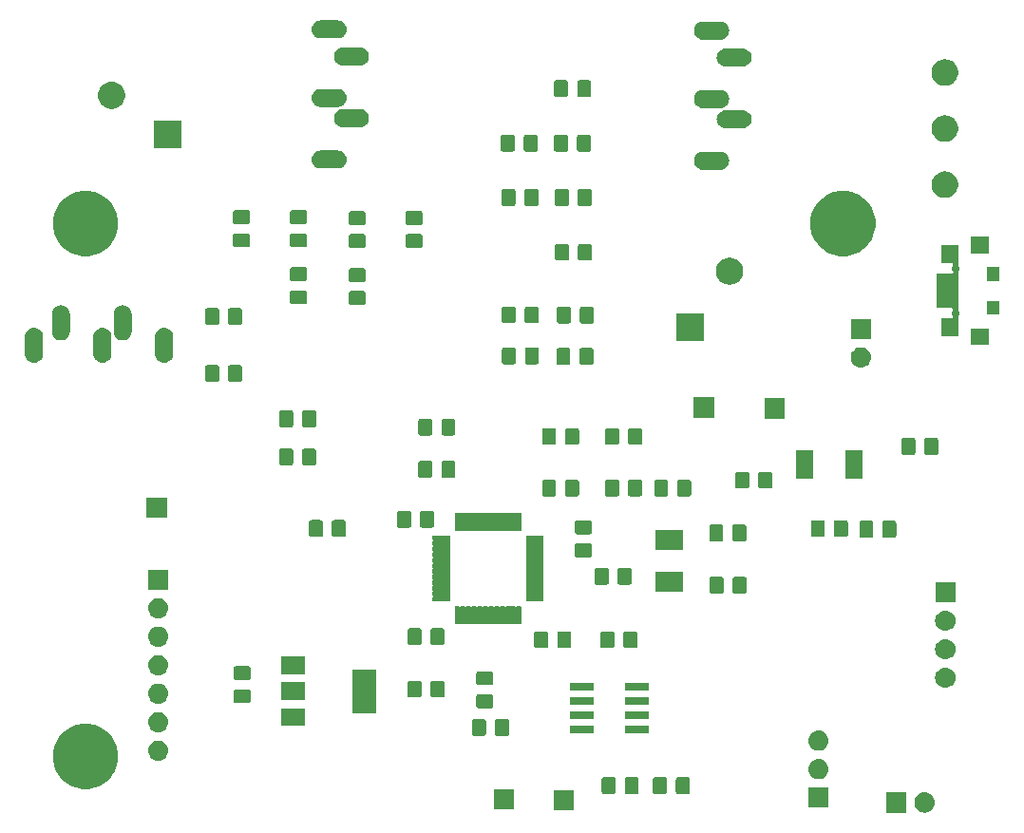
<source format=gbr>
G04 #@! TF.GenerationSoftware,KiCad,Pcbnew,(5.1.4)-1*
G04 #@! TF.CreationDate,2020-01-01T19:34:11-05:00*
G04 #@! TF.ProjectId,Board,426f6172-642e-46b6-9963-61645f706362,rev?*
G04 #@! TF.SameCoordinates,Original*
G04 #@! TF.FileFunction,Soldermask,Top*
G04 #@! TF.FilePolarity,Negative*
%FSLAX46Y46*%
G04 Gerber Fmt 4.6, Leading zero omitted, Abs format (unit mm)*
G04 Created by KiCad (PCBNEW (5.1.4)-1) date 2020-01-01 19:34:11*
%MOMM*%
%LPD*%
G04 APERTURE LIST*
%ADD10C,0.100000*%
G04 APERTURE END LIST*
D10*
G36*
X142380442Y-140715518D02*
G01*
X142446627Y-140722037D01*
X142616466Y-140773557D01*
X142772991Y-140857222D01*
X142808729Y-140886552D01*
X142910186Y-140969814D01*
X142993448Y-141071271D01*
X143022778Y-141107009D01*
X143106443Y-141263534D01*
X143157963Y-141433373D01*
X143175359Y-141610000D01*
X143157963Y-141786627D01*
X143106443Y-141956466D01*
X143022778Y-142112991D01*
X142993448Y-142148729D01*
X142910186Y-142250186D01*
X142808729Y-142333448D01*
X142772991Y-142362778D01*
X142616466Y-142446443D01*
X142446627Y-142497963D01*
X142380442Y-142504482D01*
X142314260Y-142511000D01*
X142225740Y-142511000D01*
X142159558Y-142504482D01*
X142093373Y-142497963D01*
X141923534Y-142446443D01*
X141767009Y-142362778D01*
X141731271Y-142333448D01*
X141629814Y-142250186D01*
X141546552Y-142148729D01*
X141517222Y-142112991D01*
X141433557Y-141956466D01*
X141382037Y-141786627D01*
X141364641Y-141610000D01*
X141382037Y-141433373D01*
X141433557Y-141263534D01*
X141517222Y-141107009D01*
X141546552Y-141071271D01*
X141629814Y-140969814D01*
X141731271Y-140886552D01*
X141767009Y-140857222D01*
X141923534Y-140773557D01*
X142093373Y-140722037D01*
X142159558Y-140715518D01*
X142225740Y-140709000D01*
X142314260Y-140709000D01*
X142380442Y-140715518D01*
X142380442Y-140715518D01*
G37*
G36*
X140631000Y-142511000D02*
G01*
X138829000Y-142511000D01*
X138829000Y-140709000D01*
X140631000Y-140709000D01*
X140631000Y-142511000D01*
X140631000Y-142511000D01*
G37*
G36*
X111031000Y-142291000D02*
G01*
X109229000Y-142291000D01*
X109229000Y-140489000D01*
X111031000Y-140489000D01*
X111031000Y-142291000D01*
X111031000Y-142291000D01*
G37*
G36*
X105701000Y-142251000D02*
G01*
X103899000Y-142251000D01*
X103899000Y-140449000D01*
X105701000Y-140449000D01*
X105701000Y-142251000D01*
X105701000Y-142251000D01*
G37*
G36*
X133721000Y-142081000D02*
G01*
X131919000Y-142081000D01*
X131919000Y-140279000D01*
X133721000Y-140279000D01*
X133721000Y-142081000D01*
X133721000Y-142081000D01*
G37*
G36*
X121198674Y-139353465D02*
G01*
X121236367Y-139364899D01*
X121271103Y-139383466D01*
X121301548Y-139408452D01*
X121326534Y-139438897D01*
X121345101Y-139473633D01*
X121356535Y-139511326D01*
X121361000Y-139556661D01*
X121361000Y-140643339D01*
X121356535Y-140688674D01*
X121345101Y-140726367D01*
X121326534Y-140761103D01*
X121301548Y-140791548D01*
X121271103Y-140816534D01*
X121236367Y-140835101D01*
X121198674Y-140846535D01*
X121153339Y-140851000D01*
X120316661Y-140851000D01*
X120271326Y-140846535D01*
X120233633Y-140835101D01*
X120198897Y-140816534D01*
X120168452Y-140791548D01*
X120143466Y-140761103D01*
X120124899Y-140726367D01*
X120113465Y-140688674D01*
X120109000Y-140643339D01*
X120109000Y-139556661D01*
X120113465Y-139511326D01*
X120124899Y-139473633D01*
X120143466Y-139438897D01*
X120168452Y-139408452D01*
X120198897Y-139383466D01*
X120233633Y-139364899D01*
X120271326Y-139353465D01*
X120316661Y-139349000D01*
X121153339Y-139349000D01*
X121198674Y-139353465D01*
X121198674Y-139353465D01*
G37*
G36*
X119148674Y-139353465D02*
G01*
X119186367Y-139364899D01*
X119221103Y-139383466D01*
X119251548Y-139408452D01*
X119276534Y-139438897D01*
X119295101Y-139473633D01*
X119306535Y-139511326D01*
X119311000Y-139556661D01*
X119311000Y-140643339D01*
X119306535Y-140688674D01*
X119295101Y-140726367D01*
X119276534Y-140761103D01*
X119251548Y-140791548D01*
X119221103Y-140816534D01*
X119186367Y-140835101D01*
X119148674Y-140846535D01*
X119103339Y-140851000D01*
X118266661Y-140851000D01*
X118221326Y-140846535D01*
X118183633Y-140835101D01*
X118148897Y-140816534D01*
X118118452Y-140791548D01*
X118093466Y-140761103D01*
X118074899Y-140726367D01*
X118063465Y-140688674D01*
X118059000Y-140643339D01*
X118059000Y-139556661D01*
X118063465Y-139511326D01*
X118074899Y-139473633D01*
X118093466Y-139438897D01*
X118118452Y-139408452D01*
X118148897Y-139383466D01*
X118183633Y-139364899D01*
X118221326Y-139353465D01*
X118266661Y-139349000D01*
X119103339Y-139349000D01*
X119148674Y-139353465D01*
X119148674Y-139353465D01*
G37*
G36*
X116638674Y-139353465D02*
G01*
X116676367Y-139364899D01*
X116711103Y-139383466D01*
X116741548Y-139408452D01*
X116766534Y-139438897D01*
X116785101Y-139473633D01*
X116796535Y-139511326D01*
X116801000Y-139556661D01*
X116801000Y-140643339D01*
X116796535Y-140688674D01*
X116785101Y-140726367D01*
X116766534Y-140761103D01*
X116741548Y-140791548D01*
X116711103Y-140816534D01*
X116676367Y-140835101D01*
X116638674Y-140846535D01*
X116593339Y-140851000D01*
X115756661Y-140851000D01*
X115711326Y-140846535D01*
X115673633Y-140835101D01*
X115638897Y-140816534D01*
X115608452Y-140791548D01*
X115583466Y-140761103D01*
X115564899Y-140726367D01*
X115553465Y-140688674D01*
X115549000Y-140643339D01*
X115549000Y-139556661D01*
X115553465Y-139511326D01*
X115564899Y-139473633D01*
X115583466Y-139438897D01*
X115608452Y-139408452D01*
X115638897Y-139383466D01*
X115673633Y-139364899D01*
X115711326Y-139353465D01*
X115756661Y-139349000D01*
X116593339Y-139349000D01*
X116638674Y-139353465D01*
X116638674Y-139353465D01*
G37*
G36*
X114588674Y-139353465D02*
G01*
X114626367Y-139364899D01*
X114661103Y-139383466D01*
X114691548Y-139408452D01*
X114716534Y-139438897D01*
X114735101Y-139473633D01*
X114746535Y-139511326D01*
X114751000Y-139556661D01*
X114751000Y-140643339D01*
X114746535Y-140688674D01*
X114735101Y-140726367D01*
X114716534Y-140761103D01*
X114691548Y-140791548D01*
X114661103Y-140816534D01*
X114626367Y-140835101D01*
X114588674Y-140846535D01*
X114543339Y-140851000D01*
X113706661Y-140851000D01*
X113661326Y-140846535D01*
X113623633Y-140835101D01*
X113588897Y-140816534D01*
X113558452Y-140791548D01*
X113533466Y-140761103D01*
X113514899Y-140726367D01*
X113503465Y-140688674D01*
X113499000Y-140643339D01*
X113499000Y-139556661D01*
X113503465Y-139511326D01*
X113514899Y-139473633D01*
X113533466Y-139438897D01*
X113558452Y-139408452D01*
X113588897Y-139383466D01*
X113623633Y-139364899D01*
X113661326Y-139353465D01*
X113706661Y-139349000D01*
X114543339Y-139349000D01*
X114588674Y-139353465D01*
X114588674Y-139353465D01*
G37*
G36*
X68346189Y-134710483D02*
G01*
X68346192Y-134710484D01*
X68346191Y-134710484D01*
X68874139Y-134929167D01*
X69349280Y-135246646D01*
X69753354Y-135650720D01*
X70053553Y-136100000D01*
X70070834Y-136125863D01*
X70289517Y-136653811D01*
X70401000Y-137214275D01*
X70401000Y-137785725D01*
X70289517Y-138346189D01*
X70094656Y-138816625D01*
X70070833Y-138874139D01*
X69753354Y-139349280D01*
X69349280Y-139753354D01*
X68874139Y-140070833D01*
X68874138Y-140070834D01*
X68874137Y-140070834D01*
X68346189Y-140289517D01*
X67785725Y-140401000D01*
X67214275Y-140401000D01*
X66653811Y-140289517D01*
X66125863Y-140070834D01*
X66125862Y-140070834D01*
X66125861Y-140070833D01*
X65650720Y-139753354D01*
X65246646Y-139349280D01*
X64929167Y-138874139D01*
X64905344Y-138816625D01*
X64710483Y-138346189D01*
X64599000Y-137785725D01*
X64599000Y-137214275D01*
X64710483Y-136653811D01*
X64929166Y-136125863D01*
X64946447Y-136100000D01*
X65246646Y-135650720D01*
X65650720Y-135246646D01*
X66125861Y-134929167D01*
X66653809Y-134710484D01*
X66653808Y-134710484D01*
X66653811Y-134710483D01*
X67214275Y-134599000D01*
X67785725Y-134599000D01*
X68346189Y-134710483D01*
X68346189Y-134710483D01*
G37*
G36*
X132930442Y-137745518D02*
G01*
X132996627Y-137752037D01*
X133166466Y-137803557D01*
X133322991Y-137887222D01*
X133358729Y-137916552D01*
X133460186Y-137999814D01*
X133543448Y-138101271D01*
X133572778Y-138137009D01*
X133656443Y-138293534D01*
X133707963Y-138463373D01*
X133725359Y-138640000D01*
X133707963Y-138816627D01*
X133656443Y-138986466D01*
X133572778Y-139142991D01*
X133543448Y-139178729D01*
X133460186Y-139280186D01*
X133375993Y-139349280D01*
X133322991Y-139392778D01*
X133166466Y-139476443D01*
X132996627Y-139527963D01*
X132930443Y-139534481D01*
X132864260Y-139541000D01*
X132775740Y-139541000D01*
X132709557Y-139534481D01*
X132643373Y-139527963D01*
X132473534Y-139476443D01*
X132317009Y-139392778D01*
X132264007Y-139349280D01*
X132179814Y-139280186D01*
X132096552Y-139178729D01*
X132067222Y-139142991D01*
X131983557Y-138986466D01*
X131932037Y-138816627D01*
X131914641Y-138640000D01*
X131932037Y-138463373D01*
X131983557Y-138293534D01*
X132067222Y-138137009D01*
X132096552Y-138101271D01*
X132179814Y-137999814D01*
X132281271Y-137916552D01*
X132317009Y-137887222D01*
X132473534Y-137803557D01*
X132643373Y-137752037D01*
X132709558Y-137745518D01*
X132775740Y-137739000D01*
X132864260Y-137739000D01*
X132930442Y-137745518D01*
X132930442Y-137745518D01*
G37*
G36*
X74080443Y-136085519D02*
G01*
X74146627Y-136092037D01*
X74316466Y-136143557D01*
X74472991Y-136227222D01*
X74508729Y-136256552D01*
X74610186Y-136339814D01*
X74693448Y-136441271D01*
X74722778Y-136477009D01*
X74806443Y-136633534D01*
X74857963Y-136803373D01*
X74875359Y-136980000D01*
X74857963Y-137156627D01*
X74806443Y-137326466D01*
X74722778Y-137482991D01*
X74693448Y-137518729D01*
X74610186Y-137620186D01*
X74508729Y-137703448D01*
X74472991Y-137732778D01*
X74316466Y-137816443D01*
X74146627Y-137867963D01*
X74080443Y-137874481D01*
X74014260Y-137881000D01*
X73925740Y-137881000D01*
X73859557Y-137874481D01*
X73793373Y-137867963D01*
X73623534Y-137816443D01*
X73467009Y-137732778D01*
X73431271Y-137703448D01*
X73329814Y-137620186D01*
X73246552Y-137518729D01*
X73217222Y-137482991D01*
X73133557Y-137326466D01*
X73082037Y-137156627D01*
X73064641Y-136980000D01*
X73082037Y-136803373D01*
X73133557Y-136633534D01*
X73217222Y-136477009D01*
X73246552Y-136441271D01*
X73329814Y-136339814D01*
X73431271Y-136256552D01*
X73467009Y-136227222D01*
X73623534Y-136143557D01*
X73793373Y-136092037D01*
X73859557Y-136085519D01*
X73925740Y-136079000D01*
X74014260Y-136079000D01*
X74080443Y-136085519D01*
X74080443Y-136085519D01*
G37*
G36*
X132930442Y-135205518D02*
G01*
X132996627Y-135212037D01*
X133166466Y-135263557D01*
X133322991Y-135347222D01*
X133358729Y-135376552D01*
X133460186Y-135459814D01*
X133528755Y-135543367D01*
X133572778Y-135597009D01*
X133656443Y-135753534D01*
X133707963Y-135923373D01*
X133725359Y-136100000D01*
X133707963Y-136276627D01*
X133656443Y-136446466D01*
X133572778Y-136602991D01*
X133547713Y-136633532D01*
X133460186Y-136740186D01*
X133358729Y-136823448D01*
X133322991Y-136852778D01*
X133166466Y-136936443D01*
X132996627Y-136987963D01*
X132930443Y-136994481D01*
X132864260Y-137001000D01*
X132775740Y-137001000D01*
X132709557Y-136994481D01*
X132643373Y-136987963D01*
X132473534Y-136936443D01*
X132317009Y-136852778D01*
X132281271Y-136823448D01*
X132179814Y-136740186D01*
X132092287Y-136633532D01*
X132067222Y-136602991D01*
X131983557Y-136446466D01*
X131932037Y-136276627D01*
X131914641Y-136100000D01*
X131932037Y-135923373D01*
X131983557Y-135753534D01*
X132067222Y-135597009D01*
X132111245Y-135543367D01*
X132179814Y-135459814D01*
X132281271Y-135376552D01*
X132317009Y-135347222D01*
X132473534Y-135263557D01*
X132643373Y-135212037D01*
X132709558Y-135205518D01*
X132775740Y-135199000D01*
X132864260Y-135199000D01*
X132930442Y-135205518D01*
X132930442Y-135205518D01*
G37*
G36*
X103019674Y-134170465D02*
G01*
X103057367Y-134181899D01*
X103092103Y-134200466D01*
X103122548Y-134225452D01*
X103147534Y-134255897D01*
X103166101Y-134290633D01*
X103177535Y-134328326D01*
X103182000Y-134373661D01*
X103182000Y-135460339D01*
X103177535Y-135505674D01*
X103166101Y-135543367D01*
X103147534Y-135578103D01*
X103122548Y-135608548D01*
X103092103Y-135633534D01*
X103057367Y-135652101D01*
X103019674Y-135663535D01*
X102974339Y-135668000D01*
X102137661Y-135668000D01*
X102092326Y-135663535D01*
X102054633Y-135652101D01*
X102019897Y-135633534D01*
X101989452Y-135608548D01*
X101964466Y-135578103D01*
X101945899Y-135543367D01*
X101934465Y-135505674D01*
X101930000Y-135460339D01*
X101930000Y-134373661D01*
X101934465Y-134328326D01*
X101945899Y-134290633D01*
X101964466Y-134255897D01*
X101989452Y-134225452D01*
X102019897Y-134200466D01*
X102054633Y-134181899D01*
X102092326Y-134170465D01*
X102137661Y-134166000D01*
X102974339Y-134166000D01*
X103019674Y-134170465D01*
X103019674Y-134170465D01*
G37*
G36*
X105069674Y-134170465D02*
G01*
X105107367Y-134181899D01*
X105142103Y-134200466D01*
X105172548Y-134225452D01*
X105197534Y-134255897D01*
X105216101Y-134290633D01*
X105227535Y-134328326D01*
X105232000Y-134373661D01*
X105232000Y-135460339D01*
X105227535Y-135505674D01*
X105216101Y-135543367D01*
X105197534Y-135578103D01*
X105172548Y-135608548D01*
X105142103Y-135633534D01*
X105107367Y-135652101D01*
X105069674Y-135663535D01*
X105024339Y-135668000D01*
X104187661Y-135668000D01*
X104142326Y-135663535D01*
X104104633Y-135652101D01*
X104069897Y-135633534D01*
X104039452Y-135608548D01*
X104014466Y-135578103D01*
X103995899Y-135543367D01*
X103984465Y-135505674D01*
X103980000Y-135460339D01*
X103980000Y-134373661D01*
X103984465Y-134328326D01*
X103995899Y-134290633D01*
X104014466Y-134255897D01*
X104039452Y-134225452D01*
X104069897Y-134200466D01*
X104104633Y-134181899D01*
X104142326Y-134170465D01*
X104187661Y-134166000D01*
X105024339Y-134166000D01*
X105069674Y-134170465D01*
X105069674Y-134170465D01*
G37*
G36*
X117684400Y-135448400D02*
G01*
X115601200Y-135448400D01*
X115601200Y-134787600D01*
X117684400Y-134787600D01*
X117684400Y-135448400D01*
X117684400Y-135448400D01*
G37*
G36*
X112756800Y-135448400D02*
G01*
X110673600Y-135448400D01*
X110673600Y-134787600D01*
X112756800Y-134787600D01*
X112756800Y-135448400D01*
X112756800Y-135448400D01*
G37*
G36*
X74080442Y-133545518D02*
G01*
X74146627Y-133552037D01*
X74316466Y-133603557D01*
X74472991Y-133687222D01*
X74508729Y-133716552D01*
X74610186Y-133799814D01*
X74693448Y-133901271D01*
X74722778Y-133937009D01*
X74806443Y-134093534D01*
X74857963Y-134263373D01*
X74875359Y-134440000D01*
X74857963Y-134616627D01*
X74806443Y-134786466D01*
X74722778Y-134942991D01*
X74693448Y-134978729D01*
X74610186Y-135080186D01*
X74508729Y-135163448D01*
X74472991Y-135192778D01*
X74316466Y-135276443D01*
X74146627Y-135327963D01*
X74080443Y-135334481D01*
X74014260Y-135341000D01*
X73925740Y-135341000D01*
X73859557Y-135334481D01*
X73793373Y-135327963D01*
X73623534Y-135276443D01*
X73467009Y-135192778D01*
X73431271Y-135163448D01*
X73329814Y-135080186D01*
X73246552Y-134978729D01*
X73217222Y-134942991D01*
X73133557Y-134786466D01*
X73082037Y-134616627D01*
X73064641Y-134440000D01*
X73082037Y-134263373D01*
X73133557Y-134093534D01*
X73217222Y-133937009D01*
X73246552Y-133901271D01*
X73329814Y-133799814D01*
X73431271Y-133716552D01*
X73467009Y-133687222D01*
X73623534Y-133603557D01*
X73793373Y-133552037D01*
X73859558Y-133545518D01*
X73925740Y-133539000D01*
X74014260Y-133539000D01*
X74080442Y-133545518D01*
X74080442Y-133545518D01*
G37*
G36*
X87072000Y-134803000D02*
G01*
X84970000Y-134803000D01*
X84970000Y-133201000D01*
X87072000Y-133201000D01*
X87072000Y-134803000D01*
X87072000Y-134803000D01*
G37*
G36*
X112756800Y-134178400D02*
G01*
X110673600Y-134178400D01*
X110673600Y-133517600D01*
X112756800Y-133517600D01*
X112756800Y-134178400D01*
X112756800Y-134178400D01*
G37*
G36*
X117684400Y-134178400D02*
G01*
X115601200Y-134178400D01*
X115601200Y-133517600D01*
X117684400Y-133517600D01*
X117684400Y-134178400D01*
X117684400Y-134178400D01*
G37*
G36*
X93372000Y-133653000D02*
G01*
X91270000Y-133653000D01*
X91270000Y-129751000D01*
X93372000Y-129751000D01*
X93372000Y-133653000D01*
X93372000Y-133653000D01*
G37*
G36*
X103658674Y-131963465D02*
G01*
X103696367Y-131974899D01*
X103731103Y-131993466D01*
X103761548Y-132018452D01*
X103786534Y-132048897D01*
X103805101Y-132083633D01*
X103816535Y-132121326D01*
X103821000Y-132166661D01*
X103821000Y-133003339D01*
X103816535Y-133048674D01*
X103805101Y-133086367D01*
X103786534Y-133121103D01*
X103761548Y-133151548D01*
X103731103Y-133176534D01*
X103696367Y-133195101D01*
X103658674Y-133206535D01*
X103613339Y-133211000D01*
X102526661Y-133211000D01*
X102481326Y-133206535D01*
X102443633Y-133195101D01*
X102408897Y-133176534D01*
X102378452Y-133151548D01*
X102353466Y-133121103D01*
X102334899Y-133086367D01*
X102323465Y-133048674D01*
X102319000Y-133003339D01*
X102319000Y-132166661D01*
X102323465Y-132121326D01*
X102334899Y-132083633D01*
X102353466Y-132048897D01*
X102378452Y-132018452D01*
X102408897Y-131993466D01*
X102443633Y-131974899D01*
X102481326Y-131963465D01*
X102526661Y-131959000D01*
X103613339Y-131959000D01*
X103658674Y-131963465D01*
X103658674Y-131963465D01*
G37*
G36*
X117684400Y-132908400D02*
G01*
X115601200Y-132908400D01*
X115601200Y-132247600D01*
X117684400Y-132247600D01*
X117684400Y-132908400D01*
X117684400Y-132908400D01*
G37*
G36*
X112756800Y-132908400D02*
G01*
X110673600Y-132908400D01*
X110673600Y-132247600D01*
X112756800Y-132247600D01*
X112756800Y-132908400D01*
X112756800Y-132908400D01*
G37*
G36*
X74080442Y-131005518D02*
G01*
X74146627Y-131012037D01*
X74316466Y-131063557D01*
X74316468Y-131063558D01*
X74349627Y-131081282D01*
X74472991Y-131147222D01*
X74489779Y-131161000D01*
X74610186Y-131259814D01*
X74693448Y-131361271D01*
X74722778Y-131397009D01*
X74806443Y-131553534D01*
X74857963Y-131723373D01*
X74875359Y-131900000D01*
X74857963Y-132076627D01*
X74806443Y-132246466D01*
X74722778Y-132402991D01*
X74693448Y-132438729D01*
X74610186Y-132540186D01*
X74508729Y-132623448D01*
X74472991Y-132652778D01*
X74316466Y-132736443D01*
X74146627Y-132787963D01*
X74080442Y-132794482D01*
X74014260Y-132801000D01*
X73925740Y-132801000D01*
X73859558Y-132794482D01*
X73793373Y-132787963D01*
X73623534Y-132736443D01*
X73467009Y-132652778D01*
X73431271Y-132623448D01*
X73329814Y-132540186D01*
X73246552Y-132438729D01*
X73217222Y-132402991D01*
X73133557Y-132246466D01*
X73082037Y-132076627D01*
X73064641Y-131900000D01*
X73082037Y-131723373D01*
X73133557Y-131553534D01*
X73217222Y-131397009D01*
X73246552Y-131361271D01*
X73329814Y-131259814D01*
X73450221Y-131161000D01*
X73467009Y-131147222D01*
X73590373Y-131081282D01*
X73623532Y-131063558D01*
X73623534Y-131063557D01*
X73793373Y-131012037D01*
X73859558Y-131005518D01*
X73925740Y-130999000D01*
X74014260Y-130999000D01*
X74080442Y-131005518D01*
X74080442Y-131005518D01*
G37*
G36*
X82028674Y-131513465D02*
G01*
X82066367Y-131524899D01*
X82101103Y-131543466D01*
X82131548Y-131568452D01*
X82156534Y-131598897D01*
X82175101Y-131633633D01*
X82186535Y-131671326D01*
X82191000Y-131716661D01*
X82191000Y-132553339D01*
X82186535Y-132598674D01*
X82175101Y-132636367D01*
X82156534Y-132671103D01*
X82131548Y-132701548D01*
X82101103Y-132726534D01*
X82066367Y-132745101D01*
X82028674Y-132756535D01*
X81983339Y-132761000D01*
X80896661Y-132761000D01*
X80851326Y-132756535D01*
X80813633Y-132745101D01*
X80778897Y-132726534D01*
X80748452Y-132701548D01*
X80723466Y-132671103D01*
X80704899Y-132636367D01*
X80693465Y-132598674D01*
X80689000Y-132553339D01*
X80689000Y-131716661D01*
X80693465Y-131671326D01*
X80704899Y-131633633D01*
X80723466Y-131598897D01*
X80748452Y-131568452D01*
X80778897Y-131543466D01*
X80813633Y-131524899D01*
X80851326Y-131513465D01*
X80896661Y-131509000D01*
X81983339Y-131509000D01*
X82028674Y-131513465D01*
X82028674Y-131513465D01*
G37*
G36*
X87072000Y-132503000D02*
G01*
X84970000Y-132503000D01*
X84970000Y-130901000D01*
X87072000Y-130901000D01*
X87072000Y-132503000D01*
X87072000Y-132503000D01*
G37*
G36*
X99328674Y-130753465D02*
G01*
X99366367Y-130764899D01*
X99401103Y-130783466D01*
X99431548Y-130808452D01*
X99456534Y-130838897D01*
X99475101Y-130873633D01*
X99486535Y-130911326D01*
X99491000Y-130956661D01*
X99491000Y-132043339D01*
X99486535Y-132088674D01*
X99475101Y-132126367D01*
X99456534Y-132161103D01*
X99431548Y-132191548D01*
X99401103Y-132216534D01*
X99366367Y-132235101D01*
X99328674Y-132246535D01*
X99283339Y-132251000D01*
X98446661Y-132251000D01*
X98401326Y-132246535D01*
X98363633Y-132235101D01*
X98328897Y-132216534D01*
X98298452Y-132191548D01*
X98273466Y-132161103D01*
X98254899Y-132126367D01*
X98243465Y-132088674D01*
X98239000Y-132043339D01*
X98239000Y-130956661D01*
X98243465Y-130911326D01*
X98254899Y-130873633D01*
X98273466Y-130838897D01*
X98298452Y-130808452D01*
X98328897Y-130783466D01*
X98363633Y-130764899D01*
X98401326Y-130753465D01*
X98446661Y-130749000D01*
X99283339Y-130749000D01*
X99328674Y-130753465D01*
X99328674Y-130753465D01*
G37*
G36*
X97278674Y-130753465D02*
G01*
X97316367Y-130764899D01*
X97351103Y-130783466D01*
X97381548Y-130808452D01*
X97406534Y-130838897D01*
X97425101Y-130873633D01*
X97436535Y-130911326D01*
X97441000Y-130956661D01*
X97441000Y-132043339D01*
X97436535Y-132088674D01*
X97425101Y-132126367D01*
X97406534Y-132161103D01*
X97381548Y-132191548D01*
X97351103Y-132216534D01*
X97316367Y-132235101D01*
X97278674Y-132246535D01*
X97233339Y-132251000D01*
X96396661Y-132251000D01*
X96351326Y-132246535D01*
X96313633Y-132235101D01*
X96278897Y-132216534D01*
X96248452Y-132191548D01*
X96223466Y-132161103D01*
X96204899Y-132126367D01*
X96193465Y-132088674D01*
X96189000Y-132043339D01*
X96189000Y-130956661D01*
X96193465Y-130911326D01*
X96204899Y-130873633D01*
X96223466Y-130838897D01*
X96248452Y-130808452D01*
X96278897Y-130783466D01*
X96313633Y-130764899D01*
X96351326Y-130753465D01*
X96396661Y-130749000D01*
X97233339Y-130749000D01*
X97278674Y-130753465D01*
X97278674Y-130753465D01*
G37*
G36*
X117684400Y-131638400D02*
G01*
X115601200Y-131638400D01*
X115601200Y-130977600D01*
X117684400Y-130977600D01*
X117684400Y-131638400D01*
X117684400Y-131638400D01*
G37*
G36*
X112756800Y-131638400D02*
G01*
X110673600Y-131638400D01*
X110673600Y-130977600D01*
X112756800Y-130977600D01*
X112756800Y-131638400D01*
X112756800Y-131638400D01*
G37*
G36*
X144240442Y-129585518D02*
G01*
X144306627Y-129592037D01*
X144476466Y-129643557D01*
X144632991Y-129727222D01*
X144637805Y-129731173D01*
X144770186Y-129839814D01*
X144840012Y-129924899D01*
X144882778Y-129977009D01*
X144966443Y-130133534D01*
X145017963Y-130303373D01*
X145035359Y-130480000D01*
X145017963Y-130656627D01*
X144966443Y-130826466D01*
X144882778Y-130982991D01*
X144858940Y-131012037D01*
X144770186Y-131120186D01*
X144668729Y-131203448D01*
X144632991Y-131232778D01*
X144476466Y-131316443D01*
X144306627Y-131367963D01*
X144240442Y-131374482D01*
X144174260Y-131381000D01*
X144085740Y-131381000D01*
X144019558Y-131374482D01*
X143953373Y-131367963D01*
X143783534Y-131316443D01*
X143627009Y-131232778D01*
X143591271Y-131203448D01*
X143489814Y-131120186D01*
X143401060Y-131012037D01*
X143377222Y-130982991D01*
X143293557Y-130826466D01*
X143242037Y-130656627D01*
X143224641Y-130480000D01*
X143242037Y-130303373D01*
X143293557Y-130133534D01*
X143377222Y-129977009D01*
X143419988Y-129924899D01*
X143489814Y-129839814D01*
X143622195Y-129731173D01*
X143627009Y-129727222D01*
X143783534Y-129643557D01*
X143953373Y-129592037D01*
X144019558Y-129585518D01*
X144085740Y-129579000D01*
X144174260Y-129579000D01*
X144240442Y-129585518D01*
X144240442Y-129585518D01*
G37*
G36*
X103658674Y-129913465D02*
G01*
X103696367Y-129924899D01*
X103731103Y-129943466D01*
X103761548Y-129968452D01*
X103786534Y-129998897D01*
X103805101Y-130033633D01*
X103816535Y-130071326D01*
X103821000Y-130116661D01*
X103821000Y-130953339D01*
X103816535Y-130998674D01*
X103805101Y-131036367D01*
X103786534Y-131071103D01*
X103761548Y-131101548D01*
X103731103Y-131126534D01*
X103696367Y-131145101D01*
X103658674Y-131156535D01*
X103613339Y-131161000D01*
X102526661Y-131161000D01*
X102481326Y-131156535D01*
X102443633Y-131145101D01*
X102408897Y-131126534D01*
X102378452Y-131101548D01*
X102353466Y-131071103D01*
X102334899Y-131036367D01*
X102323465Y-130998674D01*
X102319000Y-130953339D01*
X102319000Y-130116661D01*
X102323465Y-130071326D01*
X102334899Y-130033633D01*
X102353466Y-129998897D01*
X102378452Y-129968452D01*
X102408897Y-129943466D01*
X102443633Y-129924899D01*
X102481326Y-129913465D01*
X102526661Y-129909000D01*
X103613339Y-129909000D01*
X103658674Y-129913465D01*
X103658674Y-129913465D01*
G37*
G36*
X82028674Y-129463465D02*
G01*
X82066367Y-129474899D01*
X82101103Y-129493466D01*
X82131548Y-129518452D01*
X82156534Y-129548897D01*
X82175101Y-129583633D01*
X82186535Y-129621326D01*
X82191000Y-129666661D01*
X82191000Y-130503339D01*
X82186535Y-130548674D01*
X82175101Y-130586367D01*
X82156534Y-130621103D01*
X82131548Y-130651548D01*
X82101103Y-130676534D01*
X82066367Y-130695101D01*
X82028674Y-130706535D01*
X81983339Y-130711000D01*
X80896661Y-130711000D01*
X80851326Y-130706535D01*
X80813633Y-130695101D01*
X80778897Y-130676534D01*
X80748452Y-130651548D01*
X80723466Y-130621103D01*
X80704899Y-130586367D01*
X80693465Y-130548674D01*
X80689000Y-130503339D01*
X80689000Y-129666661D01*
X80693465Y-129621326D01*
X80704899Y-129583633D01*
X80723466Y-129548897D01*
X80748452Y-129518452D01*
X80778897Y-129493466D01*
X80813633Y-129474899D01*
X80851326Y-129463465D01*
X80896661Y-129459000D01*
X81983339Y-129459000D01*
X82028674Y-129463465D01*
X82028674Y-129463465D01*
G37*
G36*
X74080443Y-128465519D02*
G01*
X74146627Y-128472037D01*
X74316466Y-128523557D01*
X74472991Y-128607222D01*
X74508729Y-128636552D01*
X74610186Y-128719814D01*
X74693448Y-128821271D01*
X74722778Y-128857009D01*
X74806443Y-129013534D01*
X74857963Y-129183373D01*
X74875359Y-129360000D01*
X74857963Y-129536627D01*
X74806443Y-129706466D01*
X74722778Y-129862991D01*
X74693448Y-129898729D01*
X74610186Y-130000186D01*
X74523500Y-130071326D01*
X74472991Y-130112778D01*
X74316466Y-130196443D01*
X74146627Y-130247963D01*
X74080442Y-130254482D01*
X74014260Y-130261000D01*
X73925740Y-130261000D01*
X73859558Y-130254482D01*
X73793373Y-130247963D01*
X73623534Y-130196443D01*
X73467009Y-130112778D01*
X73416500Y-130071326D01*
X73329814Y-130000186D01*
X73246552Y-129898729D01*
X73217222Y-129862991D01*
X73133557Y-129706466D01*
X73082037Y-129536627D01*
X73064641Y-129360000D01*
X73082037Y-129183373D01*
X73133557Y-129013534D01*
X73217222Y-128857009D01*
X73246552Y-128821271D01*
X73329814Y-128719814D01*
X73431271Y-128636552D01*
X73467009Y-128607222D01*
X73623534Y-128523557D01*
X73793373Y-128472037D01*
X73859557Y-128465519D01*
X73925740Y-128459000D01*
X74014260Y-128459000D01*
X74080443Y-128465519D01*
X74080443Y-128465519D01*
G37*
G36*
X87072000Y-130203000D02*
G01*
X84970000Y-130203000D01*
X84970000Y-128601000D01*
X87072000Y-128601000D01*
X87072000Y-130203000D01*
X87072000Y-130203000D01*
G37*
G36*
X144240443Y-127045519D02*
G01*
X144306627Y-127052037D01*
X144476466Y-127103557D01*
X144632991Y-127187222D01*
X144668729Y-127216552D01*
X144770186Y-127299814D01*
X144853448Y-127401271D01*
X144882778Y-127437009D01*
X144966443Y-127593534D01*
X145017963Y-127763373D01*
X145035359Y-127940000D01*
X145017963Y-128116627D01*
X144966443Y-128286466D01*
X144882778Y-128442991D01*
X144858940Y-128472037D01*
X144770186Y-128580186D01*
X144668729Y-128663448D01*
X144632991Y-128692778D01*
X144476466Y-128776443D01*
X144306627Y-128827963D01*
X144240442Y-128834482D01*
X144174260Y-128841000D01*
X144085740Y-128841000D01*
X144019558Y-128834482D01*
X143953373Y-128827963D01*
X143783534Y-128776443D01*
X143627009Y-128692778D01*
X143591271Y-128663448D01*
X143489814Y-128580186D01*
X143401060Y-128472037D01*
X143377222Y-128442991D01*
X143293557Y-128286466D01*
X143242037Y-128116627D01*
X143224641Y-127940000D01*
X143242037Y-127763373D01*
X143293557Y-127593534D01*
X143377222Y-127437009D01*
X143406552Y-127401271D01*
X143489814Y-127299814D01*
X143591271Y-127216552D01*
X143627009Y-127187222D01*
X143783534Y-127103557D01*
X143953373Y-127052037D01*
X144019557Y-127045519D01*
X144085740Y-127039000D01*
X144174260Y-127039000D01*
X144240443Y-127045519D01*
X144240443Y-127045519D01*
G37*
G36*
X116523674Y-126353465D02*
G01*
X116561367Y-126364899D01*
X116596103Y-126383466D01*
X116626548Y-126408452D01*
X116651534Y-126438897D01*
X116670101Y-126473633D01*
X116681535Y-126511326D01*
X116686000Y-126556661D01*
X116686000Y-127643339D01*
X116681535Y-127688674D01*
X116670101Y-127726367D01*
X116651534Y-127761103D01*
X116626548Y-127791548D01*
X116596103Y-127816534D01*
X116561367Y-127835101D01*
X116523674Y-127846535D01*
X116478339Y-127851000D01*
X115641661Y-127851000D01*
X115596326Y-127846535D01*
X115558633Y-127835101D01*
X115523897Y-127816534D01*
X115493452Y-127791548D01*
X115468466Y-127761103D01*
X115449899Y-127726367D01*
X115438465Y-127688674D01*
X115434000Y-127643339D01*
X115434000Y-126556661D01*
X115438465Y-126511326D01*
X115449899Y-126473633D01*
X115468466Y-126438897D01*
X115493452Y-126408452D01*
X115523897Y-126383466D01*
X115558633Y-126364899D01*
X115596326Y-126353465D01*
X115641661Y-126349000D01*
X116478339Y-126349000D01*
X116523674Y-126353465D01*
X116523674Y-126353465D01*
G37*
G36*
X114473674Y-126353465D02*
G01*
X114511367Y-126364899D01*
X114546103Y-126383466D01*
X114576548Y-126408452D01*
X114601534Y-126438897D01*
X114620101Y-126473633D01*
X114631535Y-126511326D01*
X114636000Y-126556661D01*
X114636000Y-127643339D01*
X114631535Y-127688674D01*
X114620101Y-127726367D01*
X114601534Y-127761103D01*
X114576548Y-127791548D01*
X114546103Y-127816534D01*
X114511367Y-127835101D01*
X114473674Y-127846535D01*
X114428339Y-127851000D01*
X113591661Y-127851000D01*
X113546326Y-127846535D01*
X113508633Y-127835101D01*
X113473897Y-127816534D01*
X113443452Y-127791548D01*
X113418466Y-127761103D01*
X113399899Y-127726367D01*
X113388465Y-127688674D01*
X113384000Y-127643339D01*
X113384000Y-126556661D01*
X113388465Y-126511326D01*
X113399899Y-126473633D01*
X113418466Y-126438897D01*
X113443452Y-126408452D01*
X113473897Y-126383466D01*
X113508633Y-126364899D01*
X113546326Y-126353465D01*
X113591661Y-126349000D01*
X114428339Y-126349000D01*
X114473674Y-126353465D01*
X114473674Y-126353465D01*
G37*
G36*
X110618674Y-126343465D02*
G01*
X110656367Y-126354899D01*
X110691103Y-126373466D01*
X110721548Y-126398452D01*
X110746534Y-126428897D01*
X110765101Y-126463633D01*
X110776535Y-126501326D01*
X110781000Y-126546661D01*
X110781000Y-127633339D01*
X110776535Y-127678674D01*
X110765101Y-127716367D01*
X110746534Y-127751103D01*
X110721548Y-127781548D01*
X110691103Y-127806534D01*
X110656367Y-127825101D01*
X110618674Y-127836535D01*
X110573339Y-127841000D01*
X109736661Y-127841000D01*
X109691326Y-127836535D01*
X109653633Y-127825101D01*
X109618897Y-127806534D01*
X109588452Y-127781548D01*
X109563466Y-127751103D01*
X109544899Y-127716367D01*
X109533465Y-127678674D01*
X109529000Y-127633339D01*
X109529000Y-126546661D01*
X109533465Y-126501326D01*
X109544899Y-126463633D01*
X109563466Y-126428897D01*
X109588452Y-126398452D01*
X109618897Y-126373466D01*
X109653633Y-126354899D01*
X109691326Y-126343465D01*
X109736661Y-126339000D01*
X110573339Y-126339000D01*
X110618674Y-126343465D01*
X110618674Y-126343465D01*
G37*
G36*
X108568674Y-126343465D02*
G01*
X108606367Y-126354899D01*
X108641103Y-126373466D01*
X108671548Y-126398452D01*
X108696534Y-126428897D01*
X108715101Y-126463633D01*
X108726535Y-126501326D01*
X108731000Y-126546661D01*
X108731000Y-127633339D01*
X108726535Y-127678674D01*
X108715101Y-127716367D01*
X108696534Y-127751103D01*
X108671548Y-127781548D01*
X108641103Y-127806534D01*
X108606367Y-127825101D01*
X108568674Y-127836535D01*
X108523339Y-127841000D01*
X107686661Y-127841000D01*
X107641326Y-127836535D01*
X107603633Y-127825101D01*
X107568897Y-127806534D01*
X107538452Y-127781548D01*
X107513466Y-127751103D01*
X107494899Y-127716367D01*
X107483465Y-127678674D01*
X107479000Y-127633339D01*
X107479000Y-126546661D01*
X107483465Y-126501326D01*
X107494899Y-126463633D01*
X107513466Y-126428897D01*
X107538452Y-126398452D01*
X107568897Y-126373466D01*
X107603633Y-126354899D01*
X107641326Y-126343465D01*
X107686661Y-126339000D01*
X108523339Y-126339000D01*
X108568674Y-126343465D01*
X108568674Y-126343465D01*
G37*
G36*
X74080443Y-125925519D02*
G01*
X74146627Y-125932037D01*
X74316466Y-125983557D01*
X74472991Y-126067222D01*
X74487342Y-126079000D01*
X74610186Y-126179814D01*
X74665337Y-126247017D01*
X74722778Y-126317009D01*
X74806443Y-126473534D01*
X74857963Y-126643373D01*
X74875359Y-126820000D01*
X74857963Y-126996627D01*
X74806443Y-127166466D01*
X74722778Y-127322991D01*
X74693448Y-127358729D01*
X74610186Y-127460186D01*
X74518864Y-127535131D01*
X74472991Y-127572778D01*
X74316466Y-127656443D01*
X74146627Y-127707963D01*
X74080443Y-127714481D01*
X74014260Y-127721000D01*
X73925740Y-127721000D01*
X73859557Y-127714481D01*
X73793373Y-127707963D01*
X73623534Y-127656443D01*
X73467009Y-127572778D01*
X73421136Y-127535131D01*
X73329814Y-127460186D01*
X73246552Y-127358729D01*
X73217222Y-127322991D01*
X73133557Y-127166466D01*
X73082037Y-126996627D01*
X73064641Y-126820000D01*
X73082037Y-126643373D01*
X73133557Y-126473534D01*
X73217222Y-126317009D01*
X73274663Y-126247017D01*
X73329814Y-126179814D01*
X73452658Y-126079000D01*
X73467009Y-126067222D01*
X73623534Y-125983557D01*
X73793373Y-125932037D01*
X73859557Y-125925519D01*
X73925740Y-125919000D01*
X74014260Y-125919000D01*
X74080443Y-125925519D01*
X74080443Y-125925519D01*
G37*
G36*
X99348674Y-126083465D02*
G01*
X99386367Y-126094899D01*
X99421103Y-126113466D01*
X99451548Y-126138452D01*
X99476534Y-126168897D01*
X99495101Y-126203633D01*
X99506535Y-126241326D01*
X99511000Y-126286661D01*
X99511000Y-127373339D01*
X99506535Y-127418674D01*
X99495101Y-127456367D01*
X99476534Y-127491103D01*
X99451548Y-127521548D01*
X99421103Y-127546534D01*
X99386367Y-127565101D01*
X99348674Y-127576535D01*
X99303339Y-127581000D01*
X98466661Y-127581000D01*
X98421326Y-127576535D01*
X98383633Y-127565101D01*
X98348897Y-127546534D01*
X98318452Y-127521548D01*
X98293466Y-127491103D01*
X98274899Y-127456367D01*
X98263465Y-127418674D01*
X98259000Y-127373339D01*
X98259000Y-126286661D01*
X98263465Y-126241326D01*
X98274899Y-126203633D01*
X98293466Y-126168897D01*
X98318452Y-126138452D01*
X98348897Y-126113466D01*
X98383633Y-126094899D01*
X98421326Y-126083465D01*
X98466661Y-126079000D01*
X99303339Y-126079000D01*
X99348674Y-126083465D01*
X99348674Y-126083465D01*
G37*
G36*
X97298674Y-126083465D02*
G01*
X97336367Y-126094899D01*
X97371103Y-126113466D01*
X97401548Y-126138452D01*
X97426534Y-126168897D01*
X97445101Y-126203633D01*
X97456535Y-126241326D01*
X97461000Y-126286661D01*
X97461000Y-127373339D01*
X97456535Y-127418674D01*
X97445101Y-127456367D01*
X97426534Y-127491103D01*
X97401548Y-127521548D01*
X97371103Y-127546534D01*
X97336367Y-127565101D01*
X97298674Y-127576535D01*
X97253339Y-127581000D01*
X96416661Y-127581000D01*
X96371326Y-127576535D01*
X96333633Y-127565101D01*
X96298897Y-127546534D01*
X96268452Y-127521548D01*
X96243466Y-127491103D01*
X96224899Y-127456367D01*
X96213465Y-127418674D01*
X96209000Y-127373339D01*
X96209000Y-126286661D01*
X96213465Y-126241326D01*
X96224899Y-126203633D01*
X96243466Y-126168897D01*
X96268452Y-126138452D01*
X96298897Y-126113466D01*
X96333633Y-126094899D01*
X96371326Y-126083465D01*
X96416661Y-126079000D01*
X97253339Y-126079000D01*
X97298674Y-126083465D01*
X97298674Y-126083465D01*
G37*
G36*
X144240443Y-124505519D02*
G01*
X144306627Y-124512037D01*
X144476466Y-124563557D01*
X144632991Y-124647222D01*
X144668729Y-124676552D01*
X144770186Y-124759814D01*
X144853448Y-124861271D01*
X144882778Y-124897009D01*
X144966443Y-125053534D01*
X145017963Y-125223373D01*
X145035359Y-125400000D01*
X145017963Y-125576627D01*
X144966443Y-125746466D01*
X144882778Y-125902991D01*
X144858940Y-125932037D01*
X144770186Y-126040186D01*
X144668729Y-126123448D01*
X144632991Y-126152778D01*
X144476466Y-126236443D01*
X144306627Y-126287963D01*
X144240443Y-126294481D01*
X144174260Y-126301000D01*
X144085740Y-126301000D01*
X144019557Y-126294481D01*
X143953373Y-126287963D01*
X143783534Y-126236443D01*
X143627009Y-126152778D01*
X143591271Y-126123448D01*
X143489814Y-126040186D01*
X143401060Y-125932037D01*
X143377222Y-125902991D01*
X143293557Y-125746466D01*
X143242037Y-125576627D01*
X143224641Y-125400000D01*
X143242037Y-125223373D01*
X143293557Y-125053534D01*
X143377222Y-124897009D01*
X143406552Y-124861271D01*
X143489814Y-124759814D01*
X143591271Y-124676552D01*
X143627009Y-124647222D01*
X143783534Y-124563557D01*
X143953373Y-124512037D01*
X144019557Y-124505519D01*
X144085740Y-124499000D01*
X144174260Y-124499000D01*
X144240443Y-124505519D01*
X144240443Y-124505519D01*
G37*
G36*
X100800295Y-124135323D02*
G01*
X100807309Y-124137451D01*
X100821077Y-124144810D01*
X100843716Y-124154187D01*
X100867749Y-124158967D01*
X100892253Y-124158967D01*
X100916286Y-124154186D01*
X100938923Y-124144810D01*
X100952691Y-124137451D01*
X100959705Y-124135323D01*
X100973140Y-124134000D01*
X101286860Y-124134000D01*
X101300295Y-124135323D01*
X101307309Y-124137451D01*
X101321077Y-124144810D01*
X101343716Y-124154187D01*
X101367749Y-124158967D01*
X101392253Y-124158967D01*
X101416286Y-124154186D01*
X101438923Y-124144810D01*
X101452691Y-124137451D01*
X101459705Y-124135323D01*
X101473140Y-124134000D01*
X101786860Y-124134000D01*
X101800295Y-124135323D01*
X101807309Y-124137451D01*
X101821077Y-124144810D01*
X101843716Y-124154187D01*
X101867749Y-124158967D01*
X101892253Y-124158967D01*
X101916286Y-124154186D01*
X101938923Y-124144810D01*
X101952691Y-124137451D01*
X101959705Y-124135323D01*
X101973140Y-124134000D01*
X102286860Y-124134000D01*
X102300295Y-124135323D01*
X102307309Y-124137451D01*
X102321077Y-124144810D01*
X102343716Y-124154187D01*
X102367749Y-124158967D01*
X102392253Y-124158967D01*
X102416286Y-124154186D01*
X102438923Y-124144810D01*
X102452691Y-124137451D01*
X102459705Y-124135323D01*
X102473140Y-124134000D01*
X102786860Y-124134000D01*
X102800295Y-124135323D01*
X102807309Y-124137451D01*
X102821077Y-124144810D01*
X102843716Y-124154187D01*
X102867749Y-124158967D01*
X102892253Y-124158967D01*
X102916286Y-124154186D01*
X102938923Y-124144810D01*
X102952691Y-124137451D01*
X102959705Y-124135323D01*
X102973140Y-124134000D01*
X103286860Y-124134000D01*
X103300295Y-124135323D01*
X103307309Y-124137451D01*
X103321077Y-124144810D01*
X103343716Y-124154187D01*
X103367749Y-124158967D01*
X103392253Y-124158967D01*
X103416286Y-124154186D01*
X103438923Y-124144810D01*
X103452691Y-124137451D01*
X103459705Y-124135323D01*
X103473140Y-124134000D01*
X103786860Y-124134000D01*
X103800295Y-124135323D01*
X103807309Y-124137451D01*
X103821077Y-124144810D01*
X103843716Y-124154187D01*
X103867749Y-124158967D01*
X103892253Y-124158967D01*
X103916286Y-124154186D01*
X103938923Y-124144810D01*
X103952691Y-124137451D01*
X103959705Y-124135323D01*
X103973140Y-124134000D01*
X104286860Y-124134000D01*
X104300295Y-124135323D01*
X104307309Y-124137451D01*
X104321077Y-124144810D01*
X104343716Y-124154187D01*
X104367749Y-124158967D01*
X104392253Y-124158967D01*
X104416286Y-124154186D01*
X104438923Y-124144810D01*
X104452691Y-124137451D01*
X104459705Y-124135323D01*
X104473140Y-124134000D01*
X104786860Y-124134000D01*
X104800295Y-124135323D01*
X104807309Y-124137451D01*
X104821077Y-124144810D01*
X104843716Y-124154187D01*
X104867749Y-124158967D01*
X104892253Y-124158967D01*
X104916286Y-124154186D01*
X104938923Y-124144810D01*
X104952691Y-124137451D01*
X104959705Y-124135323D01*
X104973140Y-124134000D01*
X105286860Y-124134000D01*
X105300295Y-124135323D01*
X105307309Y-124137451D01*
X105321077Y-124144810D01*
X105343716Y-124154187D01*
X105367749Y-124158967D01*
X105392253Y-124158967D01*
X105416286Y-124154186D01*
X105438923Y-124144810D01*
X105452691Y-124137451D01*
X105459705Y-124135323D01*
X105473140Y-124134000D01*
X105786860Y-124134000D01*
X105800295Y-124135323D01*
X105807309Y-124137451D01*
X105821077Y-124144810D01*
X105843716Y-124154187D01*
X105867749Y-124158967D01*
X105892253Y-124158967D01*
X105916286Y-124154186D01*
X105938923Y-124144810D01*
X105952691Y-124137451D01*
X105959705Y-124135323D01*
X105973140Y-124134000D01*
X106286860Y-124134000D01*
X106300295Y-124135323D01*
X106307310Y-124137451D01*
X106313776Y-124140908D01*
X106319442Y-124145558D01*
X106324092Y-124151224D01*
X106327549Y-124157690D01*
X106329677Y-124164705D01*
X106331000Y-124178140D01*
X106331000Y-125666860D01*
X106329677Y-125680295D01*
X106327549Y-125687310D01*
X106324092Y-125693776D01*
X106319442Y-125699442D01*
X106313776Y-125704092D01*
X106307310Y-125707549D01*
X106300295Y-125709677D01*
X106286860Y-125711000D01*
X105973140Y-125711000D01*
X105959705Y-125709677D01*
X105952691Y-125707549D01*
X105938923Y-125700190D01*
X105916284Y-125690813D01*
X105892251Y-125686033D01*
X105867747Y-125686033D01*
X105843714Y-125690814D01*
X105821077Y-125700190D01*
X105807309Y-125707549D01*
X105800295Y-125709677D01*
X105786860Y-125711000D01*
X105473140Y-125711000D01*
X105459705Y-125709677D01*
X105452691Y-125707549D01*
X105438923Y-125700190D01*
X105416284Y-125690813D01*
X105392251Y-125686033D01*
X105367747Y-125686033D01*
X105343714Y-125690814D01*
X105321077Y-125700190D01*
X105307309Y-125707549D01*
X105300295Y-125709677D01*
X105286860Y-125711000D01*
X104973140Y-125711000D01*
X104959705Y-125709677D01*
X104952691Y-125707549D01*
X104938923Y-125700190D01*
X104916284Y-125690813D01*
X104892251Y-125686033D01*
X104867747Y-125686033D01*
X104843714Y-125690814D01*
X104821077Y-125700190D01*
X104807309Y-125707549D01*
X104800295Y-125709677D01*
X104786860Y-125711000D01*
X104473140Y-125711000D01*
X104459705Y-125709677D01*
X104452691Y-125707549D01*
X104438923Y-125700190D01*
X104416284Y-125690813D01*
X104392251Y-125686033D01*
X104367747Y-125686033D01*
X104343714Y-125690814D01*
X104321077Y-125700190D01*
X104307309Y-125707549D01*
X104300295Y-125709677D01*
X104286860Y-125711000D01*
X103973140Y-125711000D01*
X103959705Y-125709677D01*
X103952691Y-125707549D01*
X103938923Y-125700190D01*
X103916284Y-125690813D01*
X103892251Y-125686033D01*
X103867747Y-125686033D01*
X103843714Y-125690814D01*
X103821077Y-125700190D01*
X103807309Y-125707549D01*
X103800295Y-125709677D01*
X103786860Y-125711000D01*
X103473140Y-125711000D01*
X103459705Y-125709677D01*
X103452691Y-125707549D01*
X103438923Y-125700190D01*
X103416284Y-125690813D01*
X103392251Y-125686033D01*
X103367747Y-125686033D01*
X103343714Y-125690814D01*
X103321077Y-125700190D01*
X103307309Y-125707549D01*
X103300295Y-125709677D01*
X103286860Y-125711000D01*
X102973140Y-125711000D01*
X102959705Y-125709677D01*
X102952691Y-125707549D01*
X102938923Y-125700190D01*
X102916284Y-125690813D01*
X102892251Y-125686033D01*
X102867747Y-125686033D01*
X102843714Y-125690814D01*
X102821077Y-125700190D01*
X102807309Y-125707549D01*
X102800295Y-125709677D01*
X102786860Y-125711000D01*
X102473140Y-125711000D01*
X102459705Y-125709677D01*
X102452691Y-125707549D01*
X102438923Y-125700190D01*
X102416284Y-125690813D01*
X102392251Y-125686033D01*
X102367747Y-125686033D01*
X102343714Y-125690814D01*
X102321077Y-125700190D01*
X102307309Y-125707549D01*
X102300295Y-125709677D01*
X102286860Y-125711000D01*
X101973140Y-125711000D01*
X101959705Y-125709677D01*
X101952691Y-125707549D01*
X101938923Y-125700190D01*
X101916284Y-125690813D01*
X101892251Y-125686033D01*
X101867747Y-125686033D01*
X101843714Y-125690814D01*
X101821077Y-125700190D01*
X101807309Y-125707549D01*
X101800295Y-125709677D01*
X101786860Y-125711000D01*
X101473140Y-125711000D01*
X101459705Y-125709677D01*
X101452691Y-125707549D01*
X101438923Y-125700190D01*
X101416284Y-125690813D01*
X101392251Y-125686033D01*
X101367747Y-125686033D01*
X101343714Y-125690814D01*
X101321077Y-125700190D01*
X101307309Y-125707549D01*
X101300295Y-125709677D01*
X101286860Y-125711000D01*
X100973140Y-125711000D01*
X100959705Y-125709677D01*
X100952691Y-125707549D01*
X100938923Y-125700190D01*
X100916284Y-125690813D01*
X100892251Y-125686033D01*
X100867747Y-125686033D01*
X100843714Y-125690814D01*
X100821077Y-125700190D01*
X100807309Y-125707549D01*
X100800295Y-125709677D01*
X100786860Y-125711000D01*
X100473140Y-125711000D01*
X100459705Y-125709677D01*
X100452690Y-125707549D01*
X100446224Y-125704092D01*
X100440558Y-125699442D01*
X100435908Y-125693776D01*
X100432451Y-125687310D01*
X100430323Y-125680295D01*
X100429000Y-125666860D01*
X100429000Y-124178140D01*
X100430323Y-124164705D01*
X100432451Y-124157690D01*
X100435908Y-124151224D01*
X100440558Y-124145558D01*
X100446224Y-124140908D01*
X100452690Y-124137451D01*
X100459705Y-124135323D01*
X100473140Y-124134000D01*
X100786860Y-124134000D01*
X100800295Y-124135323D01*
X100800295Y-124135323D01*
G37*
G36*
X74080442Y-123385518D02*
G01*
X74146627Y-123392037D01*
X74316466Y-123443557D01*
X74472991Y-123527222D01*
X74508729Y-123556552D01*
X74610186Y-123639814D01*
X74693448Y-123741271D01*
X74722778Y-123777009D01*
X74806443Y-123933534D01*
X74857963Y-124103373D01*
X74875359Y-124280000D01*
X74857963Y-124456627D01*
X74806443Y-124626466D01*
X74722778Y-124782991D01*
X74693448Y-124818729D01*
X74610186Y-124920186D01*
X74508729Y-125003448D01*
X74472991Y-125032778D01*
X74316466Y-125116443D01*
X74146627Y-125167963D01*
X74080443Y-125174481D01*
X74014260Y-125181000D01*
X73925740Y-125181000D01*
X73859557Y-125174481D01*
X73793373Y-125167963D01*
X73623534Y-125116443D01*
X73467009Y-125032778D01*
X73431271Y-125003448D01*
X73329814Y-124920186D01*
X73246552Y-124818729D01*
X73217222Y-124782991D01*
X73133557Y-124626466D01*
X73082037Y-124456627D01*
X73064641Y-124280000D01*
X73082037Y-124103373D01*
X73133557Y-123933534D01*
X73217222Y-123777009D01*
X73246552Y-123741271D01*
X73329814Y-123639814D01*
X73431271Y-123556552D01*
X73467009Y-123527222D01*
X73623534Y-123443557D01*
X73793373Y-123392037D01*
X73859558Y-123385518D01*
X73925740Y-123379000D01*
X74014260Y-123379000D01*
X74080442Y-123385518D01*
X74080442Y-123385518D01*
G37*
G36*
X145031000Y-123761000D02*
G01*
X143229000Y-123761000D01*
X143229000Y-121959000D01*
X145031000Y-121959000D01*
X145031000Y-123761000D01*
X145031000Y-123761000D01*
G37*
G36*
X99975295Y-117810323D02*
G01*
X99982310Y-117812451D01*
X99988776Y-117815908D01*
X99994442Y-117820558D01*
X99999092Y-117826224D01*
X100002549Y-117832690D01*
X100004677Y-117839705D01*
X100006000Y-117853140D01*
X100006000Y-118166860D01*
X100004677Y-118180295D01*
X100002549Y-118187309D01*
X99995190Y-118201077D01*
X99985813Y-118223716D01*
X99981033Y-118247749D01*
X99981033Y-118272253D01*
X99985814Y-118296286D01*
X99995190Y-118318923D01*
X100002549Y-118332691D01*
X100004677Y-118339705D01*
X100006000Y-118353140D01*
X100006000Y-118666860D01*
X100004677Y-118680295D01*
X100002549Y-118687309D01*
X99995190Y-118701077D01*
X99985813Y-118723716D01*
X99981033Y-118747749D01*
X99981033Y-118772253D01*
X99985814Y-118796286D01*
X99995190Y-118818923D01*
X100002549Y-118832691D01*
X100004677Y-118839705D01*
X100006000Y-118853140D01*
X100006000Y-119166860D01*
X100004677Y-119180295D01*
X100002549Y-119187309D01*
X99995190Y-119201077D01*
X99985813Y-119223716D01*
X99981033Y-119247749D01*
X99981033Y-119272253D01*
X99985814Y-119296286D01*
X99995190Y-119318923D01*
X100002549Y-119332691D01*
X100004677Y-119339705D01*
X100006000Y-119353140D01*
X100006000Y-119666860D01*
X100004677Y-119680295D01*
X100002549Y-119687309D01*
X99995190Y-119701077D01*
X99985813Y-119723716D01*
X99981033Y-119747749D01*
X99981033Y-119772253D01*
X99985814Y-119796286D01*
X99995190Y-119818923D01*
X100002549Y-119832691D01*
X100004677Y-119839705D01*
X100006000Y-119853140D01*
X100006000Y-120166860D01*
X100004677Y-120180295D01*
X100002549Y-120187309D01*
X99995190Y-120201077D01*
X99985813Y-120223716D01*
X99981033Y-120247749D01*
X99981033Y-120272253D01*
X99985814Y-120296286D01*
X99995190Y-120318923D01*
X100002549Y-120332691D01*
X100004677Y-120339705D01*
X100006000Y-120353140D01*
X100006000Y-120666860D01*
X100004677Y-120680295D01*
X100002549Y-120687309D01*
X99995190Y-120701077D01*
X99985813Y-120723716D01*
X99981033Y-120747749D01*
X99981033Y-120772253D01*
X99985814Y-120796286D01*
X99995190Y-120818923D01*
X100002549Y-120832691D01*
X100004677Y-120839705D01*
X100006000Y-120853140D01*
X100006000Y-121166860D01*
X100004677Y-121180295D01*
X100002549Y-121187309D01*
X99995190Y-121201077D01*
X99985813Y-121223716D01*
X99981033Y-121247749D01*
X99981033Y-121272253D01*
X99985814Y-121296286D01*
X99995190Y-121318923D01*
X100002549Y-121332691D01*
X100004677Y-121339705D01*
X100006000Y-121353140D01*
X100006000Y-121666860D01*
X100004677Y-121680295D01*
X100002549Y-121687309D01*
X99995190Y-121701077D01*
X99985813Y-121723716D01*
X99981033Y-121747749D01*
X99981033Y-121772253D01*
X99985814Y-121796286D01*
X99995190Y-121818923D01*
X100002549Y-121832691D01*
X100004677Y-121839705D01*
X100006000Y-121853140D01*
X100006000Y-122166860D01*
X100004677Y-122180295D01*
X100002549Y-122187309D01*
X99995190Y-122201077D01*
X99985813Y-122223716D01*
X99981033Y-122247749D01*
X99981033Y-122272253D01*
X99985814Y-122296286D01*
X99995190Y-122318923D01*
X100002549Y-122332691D01*
X100004677Y-122339705D01*
X100006000Y-122353140D01*
X100006000Y-122666860D01*
X100004677Y-122680295D01*
X100002549Y-122687309D01*
X99995190Y-122701077D01*
X99985813Y-122723716D01*
X99981033Y-122747749D01*
X99981033Y-122772253D01*
X99985814Y-122796286D01*
X99995190Y-122818923D01*
X100002549Y-122832691D01*
X100004677Y-122839705D01*
X100006000Y-122853140D01*
X100006000Y-123166860D01*
X100004677Y-123180295D01*
X100002549Y-123187309D01*
X99995190Y-123201077D01*
X99985813Y-123223716D01*
X99981033Y-123247749D01*
X99981033Y-123272253D01*
X99985814Y-123296286D01*
X99995190Y-123318923D01*
X100002549Y-123332691D01*
X100004677Y-123339705D01*
X100006000Y-123353140D01*
X100006000Y-123666860D01*
X100004677Y-123680295D01*
X100002549Y-123687310D01*
X99999092Y-123693776D01*
X99994442Y-123699442D01*
X99988776Y-123704092D01*
X99982310Y-123707549D01*
X99975295Y-123709677D01*
X99961860Y-123711000D01*
X98473140Y-123711000D01*
X98459705Y-123709677D01*
X98452690Y-123707549D01*
X98446224Y-123704092D01*
X98440558Y-123699442D01*
X98435908Y-123693776D01*
X98432451Y-123687310D01*
X98430323Y-123680295D01*
X98429000Y-123666860D01*
X98429000Y-123353140D01*
X98430323Y-123339705D01*
X98432451Y-123332691D01*
X98439810Y-123318923D01*
X98449187Y-123296284D01*
X98453967Y-123272251D01*
X98453967Y-123247747D01*
X98449186Y-123223714D01*
X98439810Y-123201077D01*
X98432451Y-123187309D01*
X98430323Y-123180295D01*
X98429000Y-123166860D01*
X98429000Y-122853140D01*
X98430323Y-122839705D01*
X98432451Y-122832691D01*
X98439810Y-122818923D01*
X98449187Y-122796284D01*
X98453967Y-122772251D01*
X98453967Y-122747747D01*
X98449186Y-122723714D01*
X98439810Y-122701077D01*
X98432451Y-122687309D01*
X98430323Y-122680295D01*
X98429000Y-122666860D01*
X98429000Y-122353140D01*
X98430323Y-122339705D01*
X98432451Y-122332691D01*
X98439810Y-122318923D01*
X98449187Y-122296284D01*
X98453967Y-122272251D01*
X98453967Y-122247747D01*
X98449186Y-122223714D01*
X98439810Y-122201077D01*
X98432451Y-122187309D01*
X98430323Y-122180295D01*
X98429000Y-122166860D01*
X98429000Y-121853140D01*
X98430323Y-121839705D01*
X98432451Y-121832691D01*
X98439810Y-121818923D01*
X98449187Y-121796284D01*
X98453967Y-121772251D01*
X98453967Y-121747747D01*
X98449186Y-121723714D01*
X98439810Y-121701077D01*
X98432451Y-121687309D01*
X98430323Y-121680295D01*
X98429000Y-121666860D01*
X98429000Y-121353140D01*
X98430323Y-121339705D01*
X98432451Y-121332691D01*
X98439810Y-121318923D01*
X98449187Y-121296284D01*
X98453967Y-121272251D01*
X98453967Y-121247747D01*
X98449186Y-121223714D01*
X98439810Y-121201077D01*
X98432451Y-121187309D01*
X98430323Y-121180295D01*
X98429000Y-121166860D01*
X98429000Y-120853140D01*
X98430323Y-120839705D01*
X98432451Y-120832691D01*
X98439810Y-120818923D01*
X98449187Y-120796284D01*
X98453967Y-120772251D01*
X98453967Y-120747747D01*
X98449186Y-120723714D01*
X98439810Y-120701077D01*
X98432451Y-120687309D01*
X98430323Y-120680295D01*
X98429000Y-120666860D01*
X98429000Y-120353140D01*
X98430323Y-120339705D01*
X98432451Y-120332691D01*
X98439810Y-120318923D01*
X98449187Y-120296284D01*
X98453967Y-120272251D01*
X98453967Y-120247747D01*
X98449186Y-120223714D01*
X98439810Y-120201077D01*
X98432451Y-120187309D01*
X98430323Y-120180295D01*
X98429000Y-120166860D01*
X98429000Y-119853140D01*
X98430323Y-119839705D01*
X98432451Y-119832691D01*
X98439810Y-119818923D01*
X98449187Y-119796284D01*
X98453967Y-119772251D01*
X98453967Y-119747747D01*
X98449186Y-119723714D01*
X98439810Y-119701077D01*
X98432451Y-119687309D01*
X98430323Y-119680295D01*
X98429000Y-119666860D01*
X98429000Y-119353140D01*
X98430323Y-119339705D01*
X98432451Y-119332691D01*
X98439810Y-119318923D01*
X98449187Y-119296284D01*
X98453967Y-119272251D01*
X98453967Y-119247747D01*
X98449186Y-119223714D01*
X98439810Y-119201077D01*
X98432451Y-119187309D01*
X98430323Y-119180295D01*
X98429000Y-119166860D01*
X98429000Y-118853140D01*
X98430323Y-118839705D01*
X98432451Y-118832691D01*
X98439810Y-118818923D01*
X98449187Y-118796284D01*
X98453967Y-118772251D01*
X98453967Y-118747747D01*
X98449186Y-118723714D01*
X98439810Y-118701077D01*
X98432451Y-118687309D01*
X98430323Y-118680295D01*
X98429000Y-118666860D01*
X98429000Y-118353140D01*
X98430323Y-118339705D01*
X98432451Y-118332691D01*
X98439810Y-118318923D01*
X98449187Y-118296284D01*
X98453967Y-118272251D01*
X98453967Y-118247747D01*
X98449186Y-118223714D01*
X98439810Y-118201077D01*
X98432451Y-118187309D01*
X98430323Y-118180295D01*
X98429000Y-118166860D01*
X98429000Y-117853140D01*
X98430323Y-117839705D01*
X98432451Y-117832690D01*
X98435908Y-117826224D01*
X98440558Y-117820558D01*
X98446224Y-117815908D01*
X98452690Y-117812451D01*
X98459705Y-117810323D01*
X98473140Y-117809000D01*
X99961860Y-117809000D01*
X99975295Y-117810323D01*
X99975295Y-117810323D01*
G37*
G36*
X108300295Y-117810323D02*
G01*
X108307310Y-117812451D01*
X108313776Y-117815908D01*
X108319442Y-117820558D01*
X108324092Y-117826224D01*
X108327549Y-117832690D01*
X108329677Y-117839705D01*
X108331000Y-117853140D01*
X108331000Y-118166860D01*
X108329677Y-118180295D01*
X108327549Y-118187309D01*
X108320190Y-118201077D01*
X108310813Y-118223716D01*
X108306033Y-118247749D01*
X108306033Y-118272253D01*
X108310814Y-118296286D01*
X108320190Y-118318923D01*
X108327549Y-118332691D01*
X108329677Y-118339705D01*
X108331000Y-118353140D01*
X108331000Y-118666860D01*
X108329677Y-118680295D01*
X108327549Y-118687309D01*
X108320190Y-118701077D01*
X108310813Y-118723716D01*
X108306033Y-118747749D01*
X108306033Y-118772253D01*
X108310814Y-118796286D01*
X108320190Y-118818923D01*
X108327549Y-118832691D01*
X108329677Y-118839705D01*
X108331000Y-118853140D01*
X108331000Y-119166860D01*
X108329677Y-119180295D01*
X108327549Y-119187309D01*
X108320190Y-119201077D01*
X108310813Y-119223716D01*
X108306033Y-119247749D01*
X108306033Y-119272253D01*
X108310814Y-119296286D01*
X108320190Y-119318923D01*
X108327549Y-119332691D01*
X108329677Y-119339705D01*
X108331000Y-119353140D01*
X108331000Y-119666860D01*
X108329677Y-119680295D01*
X108327549Y-119687309D01*
X108320190Y-119701077D01*
X108310813Y-119723716D01*
X108306033Y-119747749D01*
X108306033Y-119772253D01*
X108310814Y-119796286D01*
X108320190Y-119818923D01*
X108327549Y-119832691D01*
X108329677Y-119839705D01*
X108331000Y-119853140D01*
X108331000Y-120166860D01*
X108329677Y-120180295D01*
X108327549Y-120187309D01*
X108320190Y-120201077D01*
X108310813Y-120223716D01*
X108306033Y-120247749D01*
X108306033Y-120272253D01*
X108310814Y-120296286D01*
X108320190Y-120318923D01*
X108327549Y-120332691D01*
X108329677Y-120339705D01*
X108331000Y-120353140D01*
X108331000Y-120666860D01*
X108329677Y-120680295D01*
X108327549Y-120687309D01*
X108320190Y-120701077D01*
X108310813Y-120723716D01*
X108306033Y-120747749D01*
X108306033Y-120772253D01*
X108310814Y-120796286D01*
X108320190Y-120818923D01*
X108327549Y-120832691D01*
X108329677Y-120839705D01*
X108331000Y-120853140D01*
X108331000Y-121166860D01*
X108329677Y-121180295D01*
X108327549Y-121187309D01*
X108320190Y-121201077D01*
X108310813Y-121223716D01*
X108306033Y-121247749D01*
X108306033Y-121272253D01*
X108310814Y-121296286D01*
X108320190Y-121318923D01*
X108327549Y-121332691D01*
X108329677Y-121339705D01*
X108331000Y-121353140D01*
X108331000Y-121666860D01*
X108329677Y-121680295D01*
X108327549Y-121687309D01*
X108320190Y-121701077D01*
X108310813Y-121723716D01*
X108306033Y-121747749D01*
X108306033Y-121772253D01*
X108310814Y-121796286D01*
X108320190Y-121818923D01*
X108327549Y-121832691D01*
X108329677Y-121839705D01*
X108331000Y-121853140D01*
X108331000Y-122166860D01*
X108329677Y-122180295D01*
X108327549Y-122187309D01*
X108320190Y-122201077D01*
X108310813Y-122223716D01*
X108306033Y-122247749D01*
X108306033Y-122272253D01*
X108310814Y-122296286D01*
X108320190Y-122318923D01*
X108327549Y-122332691D01*
X108329677Y-122339705D01*
X108331000Y-122353140D01*
X108331000Y-122666860D01*
X108329677Y-122680295D01*
X108327549Y-122687309D01*
X108320190Y-122701077D01*
X108310813Y-122723716D01*
X108306033Y-122747749D01*
X108306033Y-122772253D01*
X108310814Y-122796286D01*
X108320190Y-122818923D01*
X108327549Y-122832691D01*
X108329677Y-122839705D01*
X108331000Y-122853140D01*
X108331000Y-123166860D01*
X108329677Y-123180295D01*
X108327549Y-123187309D01*
X108320190Y-123201077D01*
X108310813Y-123223716D01*
X108306033Y-123247749D01*
X108306033Y-123272253D01*
X108310814Y-123296286D01*
X108320190Y-123318923D01*
X108327549Y-123332691D01*
X108329677Y-123339705D01*
X108331000Y-123353140D01*
X108331000Y-123666860D01*
X108329677Y-123680295D01*
X108327549Y-123687310D01*
X108324092Y-123693776D01*
X108319442Y-123699442D01*
X108313776Y-123704092D01*
X108307310Y-123707549D01*
X108300295Y-123709677D01*
X108286860Y-123711000D01*
X106798140Y-123711000D01*
X106784705Y-123709677D01*
X106777690Y-123707549D01*
X106771224Y-123704092D01*
X106765558Y-123699442D01*
X106760908Y-123693776D01*
X106757451Y-123687310D01*
X106755323Y-123680295D01*
X106754000Y-123666860D01*
X106754000Y-123353140D01*
X106755323Y-123339705D01*
X106757451Y-123332691D01*
X106764810Y-123318923D01*
X106774187Y-123296284D01*
X106778967Y-123272251D01*
X106778967Y-123247747D01*
X106774186Y-123223714D01*
X106764810Y-123201077D01*
X106757451Y-123187309D01*
X106755323Y-123180295D01*
X106754000Y-123166860D01*
X106754000Y-122853140D01*
X106755323Y-122839705D01*
X106757451Y-122832691D01*
X106764810Y-122818923D01*
X106774187Y-122796284D01*
X106778967Y-122772251D01*
X106778967Y-122747747D01*
X106774186Y-122723714D01*
X106764810Y-122701077D01*
X106757451Y-122687309D01*
X106755323Y-122680295D01*
X106754000Y-122666860D01*
X106754000Y-122353140D01*
X106755323Y-122339705D01*
X106757451Y-122332691D01*
X106764810Y-122318923D01*
X106774187Y-122296284D01*
X106778967Y-122272251D01*
X106778967Y-122247747D01*
X106774186Y-122223714D01*
X106764810Y-122201077D01*
X106757451Y-122187309D01*
X106755323Y-122180295D01*
X106754000Y-122166860D01*
X106754000Y-121853140D01*
X106755323Y-121839705D01*
X106757451Y-121832691D01*
X106764810Y-121818923D01*
X106774187Y-121796284D01*
X106778967Y-121772251D01*
X106778967Y-121747747D01*
X106774186Y-121723714D01*
X106764810Y-121701077D01*
X106757451Y-121687309D01*
X106755323Y-121680295D01*
X106754000Y-121666860D01*
X106754000Y-121353140D01*
X106755323Y-121339705D01*
X106757451Y-121332691D01*
X106764810Y-121318923D01*
X106774187Y-121296284D01*
X106778967Y-121272251D01*
X106778967Y-121247747D01*
X106774186Y-121223714D01*
X106764810Y-121201077D01*
X106757451Y-121187309D01*
X106755323Y-121180295D01*
X106754000Y-121166860D01*
X106754000Y-120853140D01*
X106755323Y-120839705D01*
X106757451Y-120832691D01*
X106764810Y-120818923D01*
X106774187Y-120796284D01*
X106778967Y-120772251D01*
X106778967Y-120747747D01*
X106774186Y-120723714D01*
X106764810Y-120701077D01*
X106757451Y-120687309D01*
X106755323Y-120680295D01*
X106754000Y-120666860D01*
X106754000Y-120353140D01*
X106755323Y-120339705D01*
X106757451Y-120332691D01*
X106764810Y-120318923D01*
X106774187Y-120296284D01*
X106778967Y-120272251D01*
X106778967Y-120247747D01*
X106774186Y-120223714D01*
X106764810Y-120201077D01*
X106757451Y-120187309D01*
X106755323Y-120180295D01*
X106754000Y-120166860D01*
X106754000Y-119853140D01*
X106755323Y-119839705D01*
X106757451Y-119832691D01*
X106764810Y-119818923D01*
X106774187Y-119796284D01*
X106778967Y-119772251D01*
X106778967Y-119747747D01*
X106774186Y-119723714D01*
X106764810Y-119701077D01*
X106757451Y-119687309D01*
X106755323Y-119680295D01*
X106754000Y-119666860D01*
X106754000Y-119353140D01*
X106755323Y-119339705D01*
X106757451Y-119332691D01*
X106764810Y-119318923D01*
X106774187Y-119296284D01*
X106778967Y-119272251D01*
X106778967Y-119247747D01*
X106774186Y-119223714D01*
X106764810Y-119201077D01*
X106757451Y-119187309D01*
X106755323Y-119180295D01*
X106754000Y-119166860D01*
X106754000Y-118853140D01*
X106755323Y-118839705D01*
X106757451Y-118832691D01*
X106764810Y-118818923D01*
X106774187Y-118796284D01*
X106778967Y-118772251D01*
X106778967Y-118747747D01*
X106774186Y-118723714D01*
X106764810Y-118701077D01*
X106757451Y-118687309D01*
X106755323Y-118680295D01*
X106754000Y-118666860D01*
X106754000Y-118353140D01*
X106755323Y-118339705D01*
X106757451Y-118332691D01*
X106764810Y-118318923D01*
X106774187Y-118296284D01*
X106778967Y-118272251D01*
X106778967Y-118247747D01*
X106774186Y-118223714D01*
X106764810Y-118201077D01*
X106757451Y-118187309D01*
X106755323Y-118180295D01*
X106754000Y-118166860D01*
X106754000Y-117853140D01*
X106755323Y-117839705D01*
X106757451Y-117832690D01*
X106760908Y-117826224D01*
X106765558Y-117820558D01*
X106771224Y-117815908D01*
X106777690Y-117812451D01*
X106784705Y-117810323D01*
X106798140Y-117809000D01*
X108286860Y-117809000D01*
X108300295Y-117810323D01*
X108300295Y-117810323D01*
G37*
G36*
X124204674Y-121485465D02*
G01*
X124242367Y-121496899D01*
X124277103Y-121515466D01*
X124307548Y-121540452D01*
X124332534Y-121570897D01*
X124351101Y-121605633D01*
X124362535Y-121643326D01*
X124367000Y-121688661D01*
X124367000Y-122775339D01*
X124362535Y-122820674D01*
X124351101Y-122858367D01*
X124332534Y-122893103D01*
X124307548Y-122923548D01*
X124277103Y-122948534D01*
X124242367Y-122967101D01*
X124204674Y-122978535D01*
X124159339Y-122983000D01*
X123322661Y-122983000D01*
X123277326Y-122978535D01*
X123239633Y-122967101D01*
X123204897Y-122948534D01*
X123174452Y-122923548D01*
X123149466Y-122893103D01*
X123130899Y-122858367D01*
X123119465Y-122820674D01*
X123115000Y-122775339D01*
X123115000Y-121688661D01*
X123119465Y-121643326D01*
X123130899Y-121605633D01*
X123149466Y-121570897D01*
X123174452Y-121540452D01*
X123204897Y-121515466D01*
X123239633Y-121496899D01*
X123277326Y-121485465D01*
X123322661Y-121481000D01*
X124159339Y-121481000D01*
X124204674Y-121485465D01*
X124204674Y-121485465D01*
G37*
G36*
X126254674Y-121485465D02*
G01*
X126292367Y-121496899D01*
X126327103Y-121515466D01*
X126357548Y-121540452D01*
X126382534Y-121570897D01*
X126401101Y-121605633D01*
X126412535Y-121643326D01*
X126417000Y-121688661D01*
X126417000Y-122775339D01*
X126412535Y-122820674D01*
X126401101Y-122858367D01*
X126382534Y-122893103D01*
X126357548Y-122923548D01*
X126327103Y-122948534D01*
X126292367Y-122967101D01*
X126254674Y-122978535D01*
X126209339Y-122983000D01*
X125372661Y-122983000D01*
X125327326Y-122978535D01*
X125289633Y-122967101D01*
X125254897Y-122948534D01*
X125224452Y-122923548D01*
X125199466Y-122893103D01*
X125180899Y-122858367D01*
X125169465Y-122820674D01*
X125165000Y-122775339D01*
X125165000Y-121688661D01*
X125169465Y-121643326D01*
X125180899Y-121605633D01*
X125199466Y-121570897D01*
X125224452Y-121540452D01*
X125254897Y-121515466D01*
X125289633Y-121496899D01*
X125327326Y-121485465D01*
X125372661Y-121481000D01*
X126209339Y-121481000D01*
X126254674Y-121485465D01*
X126254674Y-121485465D01*
G37*
G36*
X120767000Y-122828000D02*
G01*
X118265000Y-122828000D01*
X118265000Y-121026000D01*
X120767000Y-121026000D01*
X120767000Y-122828000D01*
X120767000Y-122828000D01*
G37*
G36*
X74871000Y-122641000D02*
G01*
X73069000Y-122641000D01*
X73069000Y-120839000D01*
X74871000Y-120839000D01*
X74871000Y-122641000D01*
X74871000Y-122641000D01*
G37*
G36*
X116008674Y-120703465D02*
G01*
X116046367Y-120714899D01*
X116081103Y-120733466D01*
X116111548Y-120758452D01*
X116136534Y-120788897D01*
X116155101Y-120823633D01*
X116166535Y-120861326D01*
X116171000Y-120906661D01*
X116171000Y-121993339D01*
X116166535Y-122038674D01*
X116155101Y-122076367D01*
X116136534Y-122111103D01*
X116111548Y-122141548D01*
X116081103Y-122166534D01*
X116046367Y-122185101D01*
X116008674Y-122196535D01*
X115963339Y-122201000D01*
X115126661Y-122201000D01*
X115081326Y-122196535D01*
X115043633Y-122185101D01*
X115008897Y-122166534D01*
X114978452Y-122141548D01*
X114953466Y-122111103D01*
X114934899Y-122076367D01*
X114923465Y-122038674D01*
X114919000Y-121993339D01*
X114919000Y-120906661D01*
X114923465Y-120861326D01*
X114934899Y-120823633D01*
X114953466Y-120788897D01*
X114978452Y-120758452D01*
X115008897Y-120733466D01*
X115043633Y-120714899D01*
X115081326Y-120703465D01*
X115126661Y-120699000D01*
X115963339Y-120699000D01*
X116008674Y-120703465D01*
X116008674Y-120703465D01*
G37*
G36*
X113958674Y-120703465D02*
G01*
X113996367Y-120714899D01*
X114031103Y-120733466D01*
X114061548Y-120758452D01*
X114086534Y-120788897D01*
X114105101Y-120823633D01*
X114116535Y-120861326D01*
X114121000Y-120906661D01*
X114121000Y-121993339D01*
X114116535Y-122038674D01*
X114105101Y-122076367D01*
X114086534Y-122111103D01*
X114061548Y-122141548D01*
X114031103Y-122166534D01*
X113996367Y-122185101D01*
X113958674Y-122196535D01*
X113913339Y-122201000D01*
X113076661Y-122201000D01*
X113031326Y-122196535D01*
X112993633Y-122185101D01*
X112958897Y-122166534D01*
X112928452Y-122141548D01*
X112903466Y-122111103D01*
X112884899Y-122076367D01*
X112873465Y-122038674D01*
X112869000Y-121993339D01*
X112869000Y-120906661D01*
X112873465Y-120861326D01*
X112884899Y-120823633D01*
X112903466Y-120788897D01*
X112928452Y-120758452D01*
X112958897Y-120733466D01*
X112993633Y-120714899D01*
X113031326Y-120703465D01*
X113076661Y-120699000D01*
X113913339Y-120699000D01*
X113958674Y-120703465D01*
X113958674Y-120703465D01*
G37*
G36*
X112448674Y-118508465D02*
G01*
X112486367Y-118519899D01*
X112521103Y-118538466D01*
X112551548Y-118563452D01*
X112576534Y-118593897D01*
X112595101Y-118628633D01*
X112606535Y-118666326D01*
X112611000Y-118711661D01*
X112611000Y-119548339D01*
X112606535Y-119593674D01*
X112595101Y-119631367D01*
X112576534Y-119666103D01*
X112551548Y-119696548D01*
X112521103Y-119721534D01*
X112486367Y-119740101D01*
X112448674Y-119751535D01*
X112403339Y-119756000D01*
X111316661Y-119756000D01*
X111271326Y-119751535D01*
X111233633Y-119740101D01*
X111198897Y-119721534D01*
X111168452Y-119696548D01*
X111143466Y-119666103D01*
X111124899Y-119631367D01*
X111113465Y-119593674D01*
X111109000Y-119548339D01*
X111109000Y-118711661D01*
X111113465Y-118666326D01*
X111124899Y-118628633D01*
X111143466Y-118593897D01*
X111168452Y-118563452D01*
X111198897Y-118538466D01*
X111233633Y-118519899D01*
X111271326Y-118508465D01*
X111316661Y-118504000D01*
X112403339Y-118504000D01*
X112448674Y-118508465D01*
X112448674Y-118508465D01*
G37*
G36*
X120767000Y-119128000D02*
G01*
X118265000Y-119128000D01*
X118265000Y-117326000D01*
X120767000Y-117326000D01*
X120767000Y-119128000D01*
X120767000Y-119128000D01*
G37*
G36*
X124178674Y-116843465D02*
G01*
X124216367Y-116854899D01*
X124251103Y-116873466D01*
X124281548Y-116898452D01*
X124306534Y-116928897D01*
X124325101Y-116963633D01*
X124336535Y-117001326D01*
X124341000Y-117046661D01*
X124341000Y-118133339D01*
X124336535Y-118178674D01*
X124325101Y-118216367D01*
X124306534Y-118251103D01*
X124281548Y-118281548D01*
X124251103Y-118306534D01*
X124216367Y-118325101D01*
X124178674Y-118336535D01*
X124133339Y-118341000D01*
X123296661Y-118341000D01*
X123251326Y-118336535D01*
X123213633Y-118325101D01*
X123178897Y-118306534D01*
X123148452Y-118281548D01*
X123123466Y-118251103D01*
X123104899Y-118216367D01*
X123093465Y-118178674D01*
X123089000Y-118133339D01*
X123089000Y-117046661D01*
X123093465Y-117001326D01*
X123104899Y-116963633D01*
X123123466Y-116928897D01*
X123148452Y-116898452D01*
X123178897Y-116873466D01*
X123213633Y-116854899D01*
X123251326Y-116843465D01*
X123296661Y-116839000D01*
X124133339Y-116839000D01*
X124178674Y-116843465D01*
X124178674Y-116843465D01*
G37*
G36*
X126228674Y-116843465D02*
G01*
X126266367Y-116854899D01*
X126301103Y-116873466D01*
X126331548Y-116898452D01*
X126356534Y-116928897D01*
X126375101Y-116963633D01*
X126386535Y-117001326D01*
X126391000Y-117046661D01*
X126391000Y-118133339D01*
X126386535Y-118178674D01*
X126375101Y-118216367D01*
X126356534Y-118251103D01*
X126331548Y-118281548D01*
X126301103Y-118306534D01*
X126266367Y-118325101D01*
X126228674Y-118336535D01*
X126183339Y-118341000D01*
X125346661Y-118341000D01*
X125301326Y-118336535D01*
X125263633Y-118325101D01*
X125228897Y-118306534D01*
X125198452Y-118281548D01*
X125173466Y-118251103D01*
X125154899Y-118216367D01*
X125143465Y-118178674D01*
X125139000Y-118133339D01*
X125139000Y-117046661D01*
X125143465Y-117001326D01*
X125154899Y-116963633D01*
X125173466Y-116928897D01*
X125198452Y-116898452D01*
X125228897Y-116873466D01*
X125263633Y-116854899D01*
X125301326Y-116843465D01*
X125346661Y-116839000D01*
X126183339Y-116839000D01*
X126228674Y-116843465D01*
X126228674Y-116843465D01*
G37*
G36*
X137544674Y-116495465D02*
G01*
X137582367Y-116506899D01*
X137617103Y-116525466D01*
X137647548Y-116550452D01*
X137672534Y-116580897D01*
X137691101Y-116615633D01*
X137702535Y-116653326D01*
X137707000Y-116698661D01*
X137707000Y-117785339D01*
X137702535Y-117830674D01*
X137691101Y-117868367D01*
X137672534Y-117903103D01*
X137647548Y-117933548D01*
X137617103Y-117958534D01*
X137582367Y-117977101D01*
X137544674Y-117988535D01*
X137499339Y-117993000D01*
X136662661Y-117993000D01*
X136617326Y-117988535D01*
X136579633Y-117977101D01*
X136544897Y-117958534D01*
X136514452Y-117933548D01*
X136489466Y-117903103D01*
X136470899Y-117868367D01*
X136459465Y-117830674D01*
X136455000Y-117785339D01*
X136455000Y-116698661D01*
X136459465Y-116653326D01*
X136470899Y-116615633D01*
X136489466Y-116580897D01*
X136514452Y-116550452D01*
X136544897Y-116525466D01*
X136579633Y-116506899D01*
X136617326Y-116495465D01*
X136662661Y-116491000D01*
X137499339Y-116491000D01*
X137544674Y-116495465D01*
X137544674Y-116495465D01*
G37*
G36*
X139594674Y-116495465D02*
G01*
X139632367Y-116506899D01*
X139667103Y-116525466D01*
X139697548Y-116550452D01*
X139722534Y-116580897D01*
X139741101Y-116615633D01*
X139752535Y-116653326D01*
X139757000Y-116698661D01*
X139757000Y-117785339D01*
X139752535Y-117830674D01*
X139741101Y-117868367D01*
X139722534Y-117903103D01*
X139697548Y-117933548D01*
X139667103Y-117958534D01*
X139632367Y-117977101D01*
X139594674Y-117988535D01*
X139549339Y-117993000D01*
X138712661Y-117993000D01*
X138667326Y-117988535D01*
X138629633Y-117977101D01*
X138594897Y-117958534D01*
X138564452Y-117933548D01*
X138539466Y-117903103D01*
X138520899Y-117868367D01*
X138509465Y-117830674D01*
X138505000Y-117785339D01*
X138505000Y-116698661D01*
X138509465Y-116653326D01*
X138520899Y-116615633D01*
X138539466Y-116580897D01*
X138564452Y-116550452D01*
X138594897Y-116525466D01*
X138629633Y-116506899D01*
X138667326Y-116495465D01*
X138712661Y-116491000D01*
X139549339Y-116491000D01*
X139594674Y-116495465D01*
X139594674Y-116495465D01*
G37*
G36*
X135274674Y-116455465D02*
G01*
X135312367Y-116466899D01*
X135347103Y-116485466D01*
X135377548Y-116510452D01*
X135402534Y-116540897D01*
X135421101Y-116575633D01*
X135432535Y-116613326D01*
X135437000Y-116658661D01*
X135437000Y-117745339D01*
X135432535Y-117790674D01*
X135421101Y-117828367D01*
X135402534Y-117863103D01*
X135377548Y-117893548D01*
X135347103Y-117918534D01*
X135312367Y-117937101D01*
X135274674Y-117948535D01*
X135229339Y-117953000D01*
X134392661Y-117953000D01*
X134347326Y-117948535D01*
X134309633Y-117937101D01*
X134274897Y-117918534D01*
X134244452Y-117893548D01*
X134219466Y-117863103D01*
X134200899Y-117828367D01*
X134189465Y-117790674D01*
X134185000Y-117745339D01*
X134185000Y-116658661D01*
X134189465Y-116613326D01*
X134200899Y-116575633D01*
X134219466Y-116540897D01*
X134244452Y-116510452D01*
X134274897Y-116485466D01*
X134309633Y-116466899D01*
X134347326Y-116455465D01*
X134392661Y-116451000D01*
X135229339Y-116451000D01*
X135274674Y-116455465D01*
X135274674Y-116455465D01*
G37*
G36*
X133224674Y-116455465D02*
G01*
X133262367Y-116466899D01*
X133297103Y-116485466D01*
X133327548Y-116510452D01*
X133352534Y-116540897D01*
X133371101Y-116575633D01*
X133382535Y-116613326D01*
X133387000Y-116658661D01*
X133387000Y-117745339D01*
X133382535Y-117790674D01*
X133371101Y-117828367D01*
X133352534Y-117863103D01*
X133327548Y-117893548D01*
X133297103Y-117918534D01*
X133262367Y-117937101D01*
X133224674Y-117948535D01*
X133179339Y-117953000D01*
X132342661Y-117953000D01*
X132297326Y-117948535D01*
X132259633Y-117937101D01*
X132224897Y-117918534D01*
X132194452Y-117893548D01*
X132169466Y-117863103D01*
X132150899Y-117828367D01*
X132139465Y-117790674D01*
X132135000Y-117745339D01*
X132135000Y-116658661D01*
X132139465Y-116613326D01*
X132150899Y-116575633D01*
X132169466Y-116540897D01*
X132194452Y-116510452D01*
X132224897Y-116485466D01*
X132259633Y-116466899D01*
X132297326Y-116455465D01*
X132342661Y-116451000D01*
X133179339Y-116451000D01*
X133224674Y-116455465D01*
X133224674Y-116455465D01*
G37*
G36*
X90538674Y-116433465D02*
G01*
X90576367Y-116444899D01*
X90611103Y-116463466D01*
X90641548Y-116488452D01*
X90666534Y-116518897D01*
X90685101Y-116553633D01*
X90696535Y-116591326D01*
X90701000Y-116636661D01*
X90701000Y-117723339D01*
X90696535Y-117768674D01*
X90685101Y-117806367D01*
X90666534Y-117841103D01*
X90641548Y-117871548D01*
X90611103Y-117896534D01*
X90576367Y-117915101D01*
X90538674Y-117926535D01*
X90493339Y-117931000D01*
X89656661Y-117931000D01*
X89611326Y-117926535D01*
X89573633Y-117915101D01*
X89538897Y-117896534D01*
X89508452Y-117871548D01*
X89483466Y-117841103D01*
X89464899Y-117806367D01*
X89453465Y-117768674D01*
X89449000Y-117723339D01*
X89449000Y-116636661D01*
X89453465Y-116591326D01*
X89464899Y-116553633D01*
X89483466Y-116518897D01*
X89508452Y-116488452D01*
X89538897Y-116463466D01*
X89573633Y-116444899D01*
X89611326Y-116433465D01*
X89656661Y-116429000D01*
X90493339Y-116429000D01*
X90538674Y-116433465D01*
X90538674Y-116433465D01*
G37*
G36*
X88488674Y-116433465D02*
G01*
X88526367Y-116444899D01*
X88561103Y-116463466D01*
X88591548Y-116488452D01*
X88616534Y-116518897D01*
X88635101Y-116553633D01*
X88646535Y-116591326D01*
X88651000Y-116636661D01*
X88651000Y-117723339D01*
X88646535Y-117768674D01*
X88635101Y-117806367D01*
X88616534Y-117841103D01*
X88591548Y-117871548D01*
X88561103Y-117896534D01*
X88526367Y-117915101D01*
X88488674Y-117926535D01*
X88443339Y-117931000D01*
X87606661Y-117931000D01*
X87561326Y-117926535D01*
X87523633Y-117915101D01*
X87488897Y-117896534D01*
X87458452Y-117871548D01*
X87433466Y-117841103D01*
X87414899Y-117806367D01*
X87403465Y-117768674D01*
X87399000Y-117723339D01*
X87399000Y-116636661D01*
X87403465Y-116591326D01*
X87414899Y-116553633D01*
X87433466Y-116518897D01*
X87458452Y-116488452D01*
X87488897Y-116463466D01*
X87523633Y-116444899D01*
X87561326Y-116433465D01*
X87606661Y-116429000D01*
X88443339Y-116429000D01*
X88488674Y-116433465D01*
X88488674Y-116433465D01*
G37*
G36*
X112448674Y-116458465D02*
G01*
X112486367Y-116469899D01*
X112521103Y-116488466D01*
X112551548Y-116513452D01*
X112576534Y-116543897D01*
X112595101Y-116578633D01*
X112606535Y-116616326D01*
X112611000Y-116661661D01*
X112611000Y-117498339D01*
X112606535Y-117543674D01*
X112595101Y-117581367D01*
X112576534Y-117616103D01*
X112551548Y-117646548D01*
X112521103Y-117671534D01*
X112486367Y-117690101D01*
X112448674Y-117701535D01*
X112403339Y-117706000D01*
X111316661Y-117706000D01*
X111271326Y-117701535D01*
X111233633Y-117690101D01*
X111198897Y-117671534D01*
X111168452Y-117646548D01*
X111143466Y-117616103D01*
X111124899Y-117581367D01*
X111113465Y-117543674D01*
X111109000Y-117498339D01*
X111109000Y-116661661D01*
X111113465Y-116616326D01*
X111124899Y-116578633D01*
X111143466Y-116543897D01*
X111168452Y-116513452D01*
X111198897Y-116488466D01*
X111233633Y-116469899D01*
X111271326Y-116458465D01*
X111316661Y-116454000D01*
X112403339Y-116454000D01*
X112448674Y-116458465D01*
X112448674Y-116458465D01*
G37*
G36*
X100800295Y-115810323D02*
G01*
X100807309Y-115812451D01*
X100821077Y-115819810D01*
X100843716Y-115829187D01*
X100867749Y-115833967D01*
X100892253Y-115833967D01*
X100916286Y-115829186D01*
X100938923Y-115819810D01*
X100952691Y-115812451D01*
X100959705Y-115810323D01*
X100973140Y-115809000D01*
X101286860Y-115809000D01*
X101300295Y-115810323D01*
X101307309Y-115812451D01*
X101321077Y-115819810D01*
X101343716Y-115829187D01*
X101367749Y-115833967D01*
X101392253Y-115833967D01*
X101416286Y-115829186D01*
X101438923Y-115819810D01*
X101452691Y-115812451D01*
X101459705Y-115810323D01*
X101473140Y-115809000D01*
X101786860Y-115809000D01*
X101800295Y-115810323D01*
X101807309Y-115812451D01*
X101821077Y-115819810D01*
X101843716Y-115829187D01*
X101867749Y-115833967D01*
X101892253Y-115833967D01*
X101916286Y-115829186D01*
X101938923Y-115819810D01*
X101952691Y-115812451D01*
X101959705Y-115810323D01*
X101973140Y-115809000D01*
X102286860Y-115809000D01*
X102300295Y-115810323D01*
X102307309Y-115812451D01*
X102321077Y-115819810D01*
X102343716Y-115829187D01*
X102367749Y-115833967D01*
X102392253Y-115833967D01*
X102416286Y-115829186D01*
X102438923Y-115819810D01*
X102452691Y-115812451D01*
X102459705Y-115810323D01*
X102473140Y-115809000D01*
X102786860Y-115809000D01*
X102800295Y-115810323D01*
X102807309Y-115812451D01*
X102821077Y-115819810D01*
X102843716Y-115829187D01*
X102867749Y-115833967D01*
X102892253Y-115833967D01*
X102916286Y-115829186D01*
X102938923Y-115819810D01*
X102952691Y-115812451D01*
X102959705Y-115810323D01*
X102973140Y-115809000D01*
X103286860Y-115809000D01*
X103300295Y-115810323D01*
X103307309Y-115812451D01*
X103321077Y-115819810D01*
X103343716Y-115829187D01*
X103367749Y-115833967D01*
X103392253Y-115833967D01*
X103416286Y-115829186D01*
X103438923Y-115819810D01*
X103452691Y-115812451D01*
X103459705Y-115810323D01*
X103473140Y-115809000D01*
X103786860Y-115809000D01*
X103800295Y-115810323D01*
X103807309Y-115812451D01*
X103821077Y-115819810D01*
X103843716Y-115829187D01*
X103867749Y-115833967D01*
X103892253Y-115833967D01*
X103916286Y-115829186D01*
X103938923Y-115819810D01*
X103952691Y-115812451D01*
X103959705Y-115810323D01*
X103973140Y-115809000D01*
X104286860Y-115809000D01*
X104300295Y-115810323D01*
X104307309Y-115812451D01*
X104321077Y-115819810D01*
X104343716Y-115829187D01*
X104367749Y-115833967D01*
X104392253Y-115833967D01*
X104416286Y-115829186D01*
X104438923Y-115819810D01*
X104452691Y-115812451D01*
X104459705Y-115810323D01*
X104473140Y-115809000D01*
X104786860Y-115809000D01*
X104800295Y-115810323D01*
X104807309Y-115812451D01*
X104821077Y-115819810D01*
X104843716Y-115829187D01*
X104867749Y-115833967D01*
X104892253Y-115833967D01*
X104916286Y-115829186D01*
X104938923Y-115819810D01*
X104952691Y-115812451D01*
X104959705Y-115810323D01*
X104973140Y-115809000D01*
X105286860Y-115809000D01*
X105300295Y-115810323D01*
X105307309Y-115812451D01*
X105321077Y-115819810D01*
X105343716Y-115829187D01*
X105367749Y-115833967D01*
X105392253Y-115833967D01*
X105416286Y-115829186D01*
X105438923Y-115819810D01*
X105452691Y-115812451D01*
X105459705Y-115810323D01*
X105473140Y-115809000D01*
X105786860Y-115809000D01*
X105800295Y-115810323D01*
X105807309Y-115812451D01*
X105821077Y-115819810D01*
X105843716Y-115829187D01*
X105867749Y-115833967D01*
X105892253Y-115833967D01*
X105916286Y-115829186D01*
X105938923Y-115819810D01*
X105952691Y-115812451D01*
X105959705Y-115810323D01*
X105973140Y-115809000D01*
X106286860Y-115809000D01*
X106300295Y-115810323D01*
X106307310Y-115812451D01*
X106313776Y-115815908D01*
X106319442Y-115820558D01*
X106324092Y-115826224D01*
X106327549Y-115832690D01*
X106329677Y-115839705D01*
X106331000Y-115853140D01*
X106331000Y-117341860D01*
X106329677Y-117355295D01*
X106327549Y-117362310D01*
X106324092Y-117368776D01*
X106319442Y-117374442D01*
X106313776Y-117379092D01*
X106307310Y-117382549D01*
X106300295Y-117384677D01*
X106286860Y-117386000D01*
X105973140Y-117386000D01*
X105959705Y-117384677D01*
X105952691Y-117382549D01*
X105938923Y-117375190D01*
X105916284Y-117365813D01*
X105892251Y-117361033D01*
X105867747Y-117361033D01*
X105843714Y-117365814D01*
X105821077Y-117375190D01*
X105807309Y-117382549D01*
X105800295Y-117384677D01*
X105786860Y-117386000D01*
X105473140Y-117386000D01*
X105459705Y-117384677D01*
X105452691Y-117382549D01*
X105438923Y-117375190D01*
X105416284Y-117365813D01*
X105392251Y-117361033D01*
X105367747Y-117361033D01*
X105343714Y-117365814D01*
X105321077Y-117375190D01*
X105307309Y-117382549D01*
X105300295Y-117384677D01*
X105286860Y-117386000D01*
X104973140Y-117386000D01*
X104959705Y-117384677D01*
X104952691Y-117382549D01*
X104938923Y-117375190D01*
X104916284Y-117365813D01*
X104892251Y-117361033D01*
X104867747Y-117361033D01*
X104843714Y-117365814D01*
X104821077Y-117375190D01*
X104807309Y-117382549D01*
X104800295Y-117384677D01*
X104786860Y-117386000D01*
X104473140Y-117386000D01*
X104459705Y-117384677D01*
X104452691Y-117382549D01*
X104438923Y-117375190D01*
X104416284Y-117365813D01*
X104392251Y-117361033D01*
X104367747Y-117361033D01*
X104343714Y-117365814D01*
X104321077Y-117375190D01*
X104307309Y-117382549D01*
X104300295Y-117384677D01*
X104286860Y-117386000D01*
X103973140Y-117386000D01*
X103959705Y-117384677D01*
X103952691Y-117382549D01*
X103938923Y-117375190D01*
X103916284Y-117365813D01*
X103892251Y-117361033D01*
X103867747Y-117361033D01*
X103843714Y-117365814D01*
X103821077Y-117375190D01*
X103807309Y-117382549D01*
X103800295Y-117384677D01*
X103786860Y-117386000D01*
X103473140Y-117386000D01*
X103459705Y-117384677D01*
X103452691Y-117382549D01*
X103438923Y-117375190D01*
X103416284Y-117365813D01*
X103392251Y-117361033D01*
X103367747Y-117361033D01*
X103343714Y-117365814D01*
X103321077Y-117375190D01*
X103307309Y-117382549D01*
X103300295Y-117384677D01*
X103286860Y-117386000D01*
X102973140Y-117386000D01*
X102959705Y-117384677D01*
X102952691Y-117382549D01*
X102938923Y-117375190D01*
X102916284Y-117365813D01*
X102892251Y-117361033D01*
X102867747Y-117361033D01*
X102843714Y-117365814D01*
X102821077Y-117375190D01*
X102807309Y-117382549D01*
X102800295Y-117384677D01*
X102786860Y-117386000D01*
X102473140Y-117386000D01*
X102459705Y-117384677D01*
X102452691Y-117382549D01*
X102438923Y-117375190D01*
X102416284Y-117365813D01*
X102392251Y-117361033D01*
X102367747Y-117361033D01*
X102343714Y-117365814D01*
X102321077Y-117375190D01*
X102307309Y-117382549D01*
X102300295Y-117384677D01*
X102286860Y-117386000D01*
X101973140Y-117386000D01*
X101959705Y-117384677D01*
X101952691Y-117382549D01*
X101938923Y-117375190D01*
X101916284Y-117365813D01*
X101892251Y-117361033D01*
X101867747Y-117361033D01*
X101843714Y-117365814D01*
X101821077Y-117375190D01*
X101807309Y-117382549D01*
X101800295Y-117384677D01*
X101786860Y-117386000D01*
X101473140Y-117386000D01*
X101459705Y-117384677D01*
X101452691Y-117382549D01*
X101438923Y-117375190D01*
X101416284Y-117365813D01*
X101392251Y-117361033D01*
X101367747Y-117361033D01*
X101343714Y-117365814D01*
X101321077Y-117375190D01*
X101307309Y-117382549D01*
X101300295Y-117384677D01*
X101286860Y-117386000D01*
X100973140Y-117386000D01*
X100959705Y-117384677D01*
X100952691Y-117382549D01*
X100938923Y-117375190D01*
X100916284Y-117365813D01*
X100892251Y-117361033D01*
X100867747Y-117361033D01*
X100843714Y-117365814D01*
X100821077Y-117375190D01*
X100807309Y-117382549D01*
X100800295Y-117384677D01*
X100786860Y-117386000D01*
X100473140Y-117386000D01*
X100459705Y-117384677D01*
X100452690Y-117382549D01*
X100446224Y-117379092D01*
X100440558Y-117374442D01*
X100435908Y-117368776D01*
X100432451Y-117362310D01*
X100430323Y-117355295D01*
X100429000Y-117341860D01*
X100429000Y-115853140D01*
X100430323Y-115839705D01*
X100432451Y-115832690D01*
X100435908Y-115826224D01*
X100440558Y-115820558D01*
X100446224Y-115815908D01*
X100452690Y-115812451D01*
X100459705Y-115810323D01*
X100473140Y-115809000D01*
X100786860Y-115809000D01*
X100800295Y-115810323D01*
X100800295Y-115810323D01*
G37*
G36*
X98398674Y-115623465D02*
G01*
X98436367Y-115634899D01*
X98471103Y-115653466D01*
X98501548Y-115678452D01*
X98526534Y-115708897D01*
X98545101Y-115743633D01*
X98556535Y-115781326D01*
X98561000Y-115826661D01*
X98561000Y-116913339D01*
X98556535Y-116958674D01*
X98545101Y-116996367D01*
X98526534Y-117031103D01*
X98501548Y-117061548D01*
X98471103Y-117086534D01*
X98436367Y-117105101D01*
X98398674Y-117116535D01*
X98353339Y-117121000D01*
X97516661Y-117121000D01*
X97471326Y-117116535D01*
X97433633Y-117105101D01*
X97398897Y-117086534D01*
X97368452Y-117061548D01*
X97343466Y-117031103D01*
X97324899Y-116996367D01*
X97313465Y-116958674D01*
X97309000Y-116913339D01*
X97309000Y-115826661D01*
X97313465Y-115781326D01*
X97324899Y-115743633D01*
X97343466Y-115708897D01*
X97368452Y-115678452D01*
X97398897Y-115653466D01*
X97433633Y-115634899D01*
X97471326Y-115623465D01*
X97516661Y-115619000D01*
X98353339Y-115619000D01*
X98398674Y-115623465D01*
X98398674Y-115623465D01*
G37*
G36*
X96348674Y-115623465D02*
G01*
X96386367Y-115634899D01*
X96421103Y-115653466D01*
X96451548Y-115678452D01*
X96476534Y-115708897D01*
X96495101Y-115743633D01*
X96506535Y-115781326D01*
X96511000Y-115826661D01*
X96511000Y-116913339D01*
X96506535Y-116958674D01*
X96495101Y-116996367D01*
X96476534Y-117031103D01*
X96451548Y-117061548D01*
X96421103Y-117086534D01*
X96386367Y-117105101D01*
X96348674Y-117116535D01*
X96303339Y-117121000D01*
X95466661Y-117121000D01*
X95421326Y-117116535D01*
X95383633Y-117105101D01*
X95348897Y-117086534D01*
X95318452Y-117061548D01*
X95293466Y-117031103D01*
X95274899Y-116996367D01*
X95263465Y-116958674D01*
X95259000Y-116913339D01*
X95259000Y-115826661D01*
X95263465Y-115781326D01*
X95274899Y-115743633D01*
X95293466Y-115708897D01*
X95318452Y-115678452D01*
X95348897Y-115653466D01*
X95383633Y-115634899D01*
X95421326Y-115623465D01*
X95466661Y-115619000D01*
X96303339Y-115619000D01*
X96348674Y-115623465D01*
X96348674Y-115623465D01*
G37*
G36*
X74731000Y-116251000D02*
G01*
X72929000Y-116251000D01*
X72929000Y-114449000D01*
X74731000Y-114449000D01*
X74731000Y-116251000D01*
X74731000Y-116251000D01*
G37*
G36*
X114888674Y-112833465D02*
G01*
X114926367Y-112844899D01*
X114961103Y-112863466D01*
X114991548Y-112888452D01*
X115016534Y-112918897D01*
X115035101Y-112953633D01*
X115046535Y-112991326D01*
X115051000Y-113036661D01*
X115051000Y-114123339D01*
X115046535Y-114168674D01*
X115035101Y-114206367D01*
X115016534Y-114241103D01*
X114991548Y-114271548D01*
X114961103Y-114296534D01*
X114926367Y-114315101D01*
X114888674Y-114326535D01*
X114843339Y-114331000D01*
X114006661Y-114331000D01*
X113961326Y-114326535D01*
X113923633Y-114315101D01*
X113888897Y-114296534D01*
X113858452Y-114271548D01*
X113833466Y-114241103D01*
X113814899Y-114206367D01*
X113803465Y-114168674D01*
X113799000Y-114123339D01*
X113799000Y-113036661D01*
X113803465Y-112991326D01*
X113814899Y-112953633D01*
X113833466Y-112918897D01*
X113858452Y-112888452D01*
X113888897Y-112863466D01*
X113923633Y-112844899D01*
X113961326Y-112833465D01*
X114006661Y-112829000D01*
X114843339Y-112829000D01*
X114888674Y-112833465D01*
X114888674Y-112833465D01*
G37*
G36*
X111313674Y-112833465D02*
G01*
X111351367Y-112844899D01*
X111386103Y-112863466D01*
X111416548Y-112888452D01*
X111441534Y-112918897D01*
X111460101Y-112953633D01*
X111471535Y-112991326D01*
X111476000Y-113036661D01*
X111476000Y-114123339D01*
X111471535Y-114168674D01*
X111460101Y-114206367D01*
X111441534Y-114241103D01*
X111416548Y-114271548D01*
X111386103Y-114296534D01*
X111351367Y-114315101D01*
X111313674Y-114326535D01*
X111268339Y-114331000D01*
X110431661Y-114331000D01*
X110386326Y-114326535D01*
X110348633Y-114315101D01*
X110313897Y-114296534D01*
X110283452Y-114271548D01*
X110258466Y-114241103D01*
X110239899Y-114206367D01*
X110228465Y-114168674D01*
X110224000Y-114123339D01*
X110224000Y-113036661D01*
X110228465Y-112991326D01*
X110239899Y-112953633D01*
X110258466Y-112918897D01*
X110283452Y-112888452D01*
X110313897Y-112863466D01*
X110348633Y-112844899D01*
X110386326Y-112833465D01*
X110431661Y-112829000D01*
X111268339Y-112829000D01*
X111313674Y-112833465D01*
X111313674Y-112833465D01*
G37*
G36*
X109263674Y-112833465D02*
G01*
X109301367Y-112844899D01*
X109336103Y-112863466D01*
X109366548Y-112888452D01*
X109391534Y-112918897D01*
X109410101Y-112953633D01*
X109421535Y-112991326D01*
X109426000Y-113036661D01*
X109426000Y-114123339D01*
X109421535Y-114168674D01*
X109410101Y-114206367D01*
X109391534Y-114241103D01*
X109366548Y-114271548D01*
X109336103Y-114296534D01*
X109301367Y-114315101D01*
X109263674Y-114326535D01*
X109218339Y-114331000D01*
X108381661Y-114331000D01*
X108336326Y-114326535D01*
X108298633Y-114315101D01*
X108263897Y-114296534D01*
X108233452Y-114271548D01*
X108208466Y-114241103D01*
X108189899Y-114206367D01*
X108178465Y-114168674D01*
X108174000Y-114123339D01*
X108174000Y-113036661D01*
X108178465Y-112991326D01*
X108189899Y-112953633D01*
X108208466Y-112918897D01*
X108233452Y-112888452D01*
X108263897Y-112863466D01*
X108298633Y-112844899D01*
X108336326Y-112833465D01*
X108381661Y-112829000D01*
X109218339Y-112829000D01*
X109263674Y-112833465D01*
X109263674Y-112833465D01*
G37*
G36*
X116938674Y-112833465D02*
G01*
X116976367Y-112844899D01*
X117011103Y-112863466D01*
X117041548Y-112888452D01*
X117066534Y-112918897D01*
X117085101Y-112953633D01*
X117096535Y-112991326D01*
X117101000Y-113036661D01*
X117101000Y-114123339D01*
X117096535Y-114168674D01*
X117085101Y-114206367D01*
X117066534Y-114241103D01*
X117041548Y-114271548D01*
X117011103Y-114296534D01*
X116976367Y-114315101D01*
X116938674Y-114326535D01*
X116893339Y-114331000D01*
X116056661Y-114331000D01*
X116011326Y-114326535D01*
X115973633Y-114315101D01*
X115938897Y-114296534D01*
X115908452Y-114271548D01*
X115883466Y-114241103D01*
X115864899Y-114206367D01*
X115853465Y-114168674D01*
X115849000Y-114123339D01*
X115849000Y-113036661D01*
X115853465Y-112991326D01*
X115864899Y-112953633D01*
X115883466Y-112918897D01*
X115908452Y-112888452D01*
X115938897Y-112863466D01*
X115973633Y-112844899D01*
X116011326Y-112833465D01*
X116056661Y-112829000D01*
X116893339Y-112829000D01*
X116938674Y-112833465D01*
X116938674Y-112833465D01*
G37*
G36*
X121308674Y-112823465D02*
G01*
X121346367Y-112834899D01*
X121381103Y-112853466D01*
X121411548Y-112878452D01*
X121436534Y-112908897D01*
X121455101Y-112943633D01*
X121466535Y-112981326D01*
X121471000Y-113026661D01*
X121471000Y-114113339D01*
X121466535Y-114158674D01*
X121455101Y-114196367D01*
X121436534Y-114231103D01*
X121411548Y-114261548D01*
X121381103Y-114286534D01*
X121346367Y-114305101D01*
X121308674Y-114316535D01*
X121263339Y-114321000D01*
X120426661Y-114321000D01*
X120381326Y-114316535D01*
X120343633Y-114305101D01*
X120308897Y-114286534D01*
X120278452Y-114261548D01*
X120253466Y-114231103D01*
X120234899Y-114196367D01*
X120223465Y-114158674D01*
X120219000Y-114113339D01*
X120219000Y-113026661D01*
X120223465Y-112981326D01*
X120234899Y-112943633D01*
X120253466Y-112908897D01*
X120278452Y-112878452D01*
X120308897Y-112853466D01*
X120343633Y-112834899D01*
X120381326Y-112823465D01*
X120426661Y-112819000D01*
X121263339Y-112819000D01*
X121308674Y-112823465D01*
X121308674Y-112823465D01*
G37*
G36*
X119258674Y-112823465D02*
G01*
X119296367Y-112834899D01*
X119331103Y-112853466D01*
X119361548Y-112878452D01*
X119386534Y-112908897D01*
X119405101Y-112943633D01*
X119416535Y-112981326D01*
X119421000Y-113026661D01*
X119421000Y-114113339D01*
X119416535Y-114158674D01*
X119405101Y-114196367D01*
X119386534Y-114231103D01*
X119361548Y-114261548D01*
X119331103Y-114286534D01*
X119296367Y-114305101D01*
X119258674Y-114316535D01*
X119213339Y-114321000D01*
X118376661Y-114321000D01*
X118331326Y-114316535D01*
X118293633Y-114305101D01*
X118258897Y-114286534D01*
X118228452Y-114261548D01*
X118203466Y-114231103D01*
X118184899Y-114196367D01*
X118173465Y-114158674D01*
X118169000Y-114113339D01*
X118169000Y-113026661D01*
X118173465Y-112981326D01*
X118184899Y-112943633D01*
X118203466Y-112908897D01*
X118228452Y-112878452D01*
X118258897Y-112853466D01*
X118293633Y-112834899D01*
X118331326Y-112823465D01*
X118376661Y-112819000D01*
X119213339Y-112819000D01*
X119258674Y-112823465D01*
X119258674Y-112823465D01*
G37*
G36*
X128548674Y-112133465D02*
G01*
X128586367Y-112144899D01*
X128621103Y-112163466D01*
X128651548Y-112188452D01*
X128676534Y-112218897D01*
X128695101Y-112253633D01*
X128706535Y-112291326D01*
X128711000Y-112336661D01*
X128711000Y-113423339D01*
X128706535Y-113468674D01*
X128695101Y-113506367D01*
X128676534Y-113541103D01*
X128651548Y-113571548D01*
X128621103Y-113596534D01*
X128586367Y-113615101D01*
X128548674Y-113626535D01*
X128503339Y-113631000D01*
X127666661Y-113631000D01*
X127621326Y-113626535D01*
X127583633Y-113615101D01*
X127548897Y-113596534D01*
X127518452Y-113571548D01*
X127493466Y-113541103D01*
X127474899Y-113506367D01*
X127463465Y-113468674D01*
X127459000Y-113423339D01*
X127459000Y-112336661D01*
X127463465Y-112291326D01*
X127474899Y-112253633D01*
X127493466Y-112218897D01*
X127518452Y-112188452D01*
X127548897Y-112163466D01*
X127583633Y-112144899D01*
X127621326Y-112133465D01*
X127666661Y-112129000D01*
X128503339Y-112129000D01*
X128548674Y-112133465D01*
X128548674Y-112133465D01*
G37*
G36*
X126498674Y-112133465D02*
G01*
X126536367Y-112144899D01*
X126571103Y-112163466D01*
X126601548Y-112188452D01*
X126626534Y-112218897D01*
X126645101Y-112253633D01*
X126656535Y-112291326D01*
X126661000Y-112336661D01*
X126661000Y-113423339D01*
X126656535Y-113468674D01*
X126645101Y-113506367D01*
X126626534Y-113541103D01*
X126601548Y-113571548D01*
X126571103Y-113596534D01*
X126536367Y-113615101D01*
X126498674Y-113626535D01*
X126453339Y-113631000D01*
X125616661Y-113631000D01*
X125571326Y-113626535D01*
X125533633Y-113615101D01*
X125498897Y-113596534D01*
X125468452Y-113571548D01*
X125443466Y-113541103D01*
X125424899Y-113506367D01*
X125413465Y-113468674D01*
X125409000Y-113423339D01*
X125409000Y-112336661D01*
X125413465Y-112291326D01*
X125424899Y-112253633D01*
X125443466Y-112218897D01*
X125468452Y-112188452D01*
X125498897Y-112163466D01*
X125533633Y-112144899D01*
X125571326Y-112133465D01*
X125616661Y-112129000D01*
X126453339Y-112129000D01*
X126498674Y-112133465D01*
X126498674Y-112133465D01*
G37*
G36*
X132362000Y-112738000D02*
G01*
X130810000Y-112738000D01*
X130810000Y-110236000D01*
X132362000Y-110236000D01*
X132362000Y-112738000D01*
X132362000Y-112738000D01*
G37*
G36*
X136762000Y-112738000D02*
G01*
X135210000Y-112738000D01*
X135210000Y-110236000D01*
X136762000Y-110236000D01*
X136762000Y-112738000D01*
X136762000Y-112738000D01*
G37*
G36*
X98239674Y-111170465D02*
G01*
X98277367Y-111181899D01*
X98312103Y-111200466D01*
X98342548Y-111225452D01*
X98367534Y-111255897D01*
X98386101Y-111290633D01*
X98397535Y-111328326D01*
X98402000Y-111373661D01*
X98402000Y-112460339D01*
X98397535Y-112505674D01*
X98386101Y-112543367D01*
X98367534Y-112578103D01*
X98342548Y-112608548D01*
X98312103Y-112633534D01*
X98277367Y-112652101D01*
X98239674Y-112663535D01*
X98194339Y-112668000D01*
X97357661Y-112668000D01*
X97312326Y-112663535D01*
X97274633Y-112652101D01*
X97239897Y-112633534D01*
X97209452Y-112608548D01*
X97184466Y-112578103D01*
X97165899Y-112543367D01*
X97154465Y-112505674D01*
X97150000Y-112460339D01*
X97150000Y-111373661D01*
X97154465Y-111328326D01*
X97165899Y-111290633D01*
X97184466Y-111255897D01*
X97209452Y-111225452D01*
X97239897Y-111200466D01*
X97274633Y-111181899D01*
X97312326Y-111170465D01*
X97357661Y-111166000D01*
X98194339Y-111166000D01*
X98239674Y-111170465D01*
X98239674Y-111170465D01*
G37*
G36*
X100289674Y-111170465D02*
G01*
X100327367Y-111181899D01*
X100362103Y-111200466D01*
X100392548Y-111225452D01*
X100417534Y-111255897D01*
X100436101Y-111290633D01*
X100447535Y-111328326D01*
X100452000Y-111373661D01*
X100452000Y-112460339D01*
X100447535Y-112505674D01*
X100436101Y-112543367D01*
X100417534Y-112578103D01*
X100392548Y-112608548D01*
X100362103Y-112633534D01*
X100327367Y-112652101D01*
X100289674Y-112663535D01*
X100244339Y-112668000D01*
X99407661Y-112668000D01*
X99362326Y-112663535D01*
X99324633Y-112652101D01*
X99289897Y-112633534D01*
X99259452Y-112608548D01*
X99234466Y-112578103D01*
X99215899Y-112543367D01*
X99204465Y-112505674D01*
X99200000Y-112460339D01*
X99200000Y-111373661D01*
X99204465Y-111328326D01*
X99215899Y-111290633D01*
X99234466Y-111255897D01*
X99259452Y-111225452D01*
X99289897Y-111200466D01*
X99324633Y-111181899D01*
X99362326Y-111170465D01*
X99407661Y-111166000D01*
X100244339Y-111166000D01*
X100289674Y-111170465D01*
X100289674Y-111170465D01*
G37*
G36*
X85838674Y-110053465D02*
G01*
X85876367Y-110064899D01*
X85911103Y-110083466D01*
X85941548Y-110108452D01*
X85966534Y-110138897D01*
X85985101Y-110173633D01*
X85996535Y-110211326D01*
X86001000Y-110256661D01*
X86001000Y-111343339D01*
X85996535Y-111388674D01*
X85985101Y-111426367D01*
X85966534Y-111461103D01*
X85941548Y-111491548D01*
X85911103Y-111516534D01*
X85876367Y-111535101D01*
X85838674Y-111546535D01*
X85793339Y-111551000D01*
X84956661Y-111551000D01*
X84911326Y-111546535D01*
X84873633Y-111535101D01*
X84838897Y-111516534D01*
X84808452Y-111491548D01*
X84783466Y-111461103D01*
X84764899Y-111426367D01*
X84753465Y-111388674D01*
X84749000Y-111343339D01*
X84749000Y-110256661D01*
X84753465Y-110211326D01*
X84764899Y-110173633D01*
X84783466Y-110138897D01*
X84808452Y-110108452D01*
X84838897Y-110083466D01*
X84873633Y-110064899D01*
X84911326Y-110053465D01*
X84956661Y-110049000D01*
X85793339Y-110049000D01*
X85838674Y-110053465D01*
X85838674Y-110053465D01*
G37*
G36*
X87888674Y-110053465D02*
G01*
X87926367Y-110064899D01*
X87961103Y-110083466D01*
X87991548Y-110108452D01*
X88016534Y-110138897D01*
X88035101Y-110173633D01*
X88046535Y-110211326D01*
X88051000Y-110256661D01*
X88051000Y-111343339D01*
X88046535Y-111388674D01*
X88035101Y-111426367D01*
X88016534Y-111461103D01*
X87991548Y-111491548D01*
X87961103Y-111516534D01*
X87926367Y-111535101D01*
X87888674Y-111546535D01*
X87843339Y-111551000D01*
X87006661Y-111551000D01*
X86961326Y-111546535D01*
X86923633Y-111535101D01*
X86888897Y-111516534D01*
X86858452Y-111491548D01*
X86833466Y-111461103D01*
X86814899Y-111426367D01*
X86803465Y-111388674D01*
X86799000Y-111343339D01*
X86799000Y-110256661D01*
X86803465Y-110211326D01*
X86814899Y-110173633D01*
X86833466Y-110138897D01*
X86858452Y-110108452D01*
X86888897Y-110083466D01*
X86923633Y-110064899D01*
X86961326Y-110053465D01*
X87006661Y-110049000D01*
X87843339Y-110049000D01*
X87888674Y-110053465D01*
X87888674Y-110053465D01*
G37*
G36*
X143344674Y-109115465D02*
G01*
X143382367Y-109126899D01*
X143417103Y-109145466D01*
X143447548Y-109170452D01*
X143472534Y-109200897D01*
X143491101Y-109235633D01*
X143502535Y-109273326D01*
X143507000Y-109318661D01*
X143507000Y-110405339D01*
X143502535Y-110450674D01*
X143491101Y-110488367D01*
X143472534Y-110523103D01*
X143447548Y-110553548D01*
X143417103Y-110578534D01*
X143382367Y-110597101D01*
X143344674Y-110608535D01*
X143299339Y-110613000D01*
X142462661Y-110613000D01*
X142417326Y-110608535D01*
X142379633Y-110597101D01*
X142344897Y-110578534D01*
X142314452Y-110553548D01*
X142289466Y-110523103D01*
X142270899Y-110488367D01*
X142259465Y-110450674D01*
X142255000Y-110405339D01*
X142255000Y-109318661D01*
X142259465Y-109273326D01*
X142270899Y-109235633D01*
X142289466Y-109200897D01*
X142314452Y-109170452D01*
X142344897Y-109145466D01*
X142379633Y-109126899D01*
X142417326Y-109115465D01*
X142462661Y-109111000D01*
X143299339Y-109111000D01*
X143344674Y-109115465D01*
X143344674Y-109115465D01*
G37*
G36*
X141294674Y-109115465D02*
G01*
X141332367Y-109126899D01*
X141367103Y-109145466D01*
X141397548Y-109170452D01*
X141422534Y-109200897D01*
X141441101Y-109235633D01*
X141452535Y-109273326D01*
X141457000Y-109318661D01*
X141457000Y-110405339D01*
X141452535Y-110450674D01*
X141441101Y-110488367D01*
X141422534Y-110523103D01*
X141397548Y-110553548D01*
X141367103Y-110578534D01*
X141332367Y-110597101D01*
X141294674Y-110608535D01*
X141249339Y-110613000D01*
X140412661Y-110613000D01*
X140367326Y-110608535D01*
X140329633Y-110597101D01*
X140294897Y-110578534D01*
X140264452Y-110553548D01*
X140239466Y-110523103D01*
X140220899Y-110488367D01*
X140209465Y-110450674D01*
X140205000Y-110405339D01*
X140205000Y-109318661D01*
X140209465Y-109273326D01*
X140220899Y-109235633D01*
X140239466Y-109200897D01*
X140264452Y-109170452D01*
X140294897Y-109145466D01*
X140329633Y-109126899D01*
X140367326Y-109115465D01*
X140412661Y-109111000D01*
X141249339Y-109111000D01*
X141294674Y-109115465D01*
X141294674Y-109115465D01*
G37*
G36*
X109278674Y-108233465D02*
G01*
X109316367Y-108244899D01*
X109351103Y-108263466D01*
X109381548Y-108288452D01*
X109406534Y-108318897D01*
X109425101Y-108353633D01*
X109436535Y-108391326D01*
X109441000Y-108436661D01*
X109441000Y-109523339D01*
X109436535Y-109568674D01*
X109425101Y-109606367D01*
X109406534Y-109641103D01*
X109381548Y-109671548D01*
X109351103Y-109696534D01*
X109316367Y-109715101D01*
X109278674Y-109726535D01*
X109233339Y-109731000D01*
X108396661Y-109731000D01*
X108351326Y-109726535D01*
X108313633Y-109715101D01*
X108278897Y-109696534D01*
X108248452Y-109671548D01*
X108223466Y-109641103D01*
X108204899Y-109606367D01*
X108193465Y-109568674D01*
X108189000Y-109523339D01*
X108189000Y-108436661D01*
X108193465Y-108391326D01*
X108204899Y-108353633D01*
X108223466Y-108318897D01*
X108248452Y-108288452D01*
X108278897Y-108263466D01*
X108313633Y-108244899D01*
X108351326Y-108233465D01*
X108396661Y-108229000D01*
X109233339Y-108229000D01*
X109278674Y-108233465D01*
X109278674Y-108233465D01*
G37*
G36*
X116948674Y-108233465D02*
G01*
X116986367Y-108244899D01*
X117021103Y-108263466D01*
X117051548Y-108288452D01*
X117076534Y-108318897D01*
X117095101Y-108353633D01*
X117106535Y-108391326D01*
X117111000Y-108436661D01*
X117111000Y-109523339D01*
X117106535Y-109568674D01*
X117095101Y-109606367D01*
X117076534Y-109641103D01*
X117051548Y-109671548D01*
X117021103Y-109696534D01*
X116986367Y-109715101D01*
X116948674Y-109726535D01*
X116903339Y-109731000D01*
X116066661Y-109731000D01*
X116021326Y-109726535D01*
X115983633Y-109715101D01*
X115948897Y-109696534D01*
X115918452Y-109671548D01*
X115893466Y-109641103D01*
X115874899Y-109606367D01*
X115863465Y-109568674D01*
X115859000Y-109523339D01*
X115859000Y-108436661D01*
X115863465Y-108391326D01*
X115874899Y-108353633D01*
X115893466Y-108318897D01*
X115918452Y-108288452D01*
X115948897Y-108263466D01*
X115983633Y-108244899D01*
X116021326Y-108233465D01*
X116066661Y-108229000D01*
X116903339Y-108229000D01*
X116948674Y-108233465D01*
X116948674Y-108233465D01*
G37*
G36*
X114898674Y-108233465D02*
G01*
X114936367Y-108244899D01*
X114971103Y-108263466D01*
X115001548Y-108288452D01*
X115026534Y-108318897D01*
X115045101Y-108353633D01*
X115056535Y-108391326D01*
X115061000Y-108436661D01*
X115061000Y-109523339D01*
X115056535Y-109568674D01*
X115045101Y-109606367D01*
X115026534Y-109641103D01*
X115001548Y-109671548D01*
X114971103Y-109696534D01*
X114936367Y-109715101D01*
X114898674Y-109726535D01*
X114853339Y-109731000D01*
X114016661Y-109731000D01*
X113971326Y-109726535D01*
X113933633Y-109715101D01*
X113898897Y-109696534D01*
X113868452Y-109671548D01*
X113843466Y-109641103D01*
X113824899Y-109606367D01*
X113813465Y-109568674D01*
X113809000Y-109523339D01*
X113809000Y-108436661D01*
X113813465Y-108391326D01*
X113824899Y-108353633D01*
X113843466Y-108318897D01*
X113868452Y-108288452D01*
X113898897Y-108263466D01*
X113933633Y-108244899D01*
X113971326Y-108233465D01*
X114016661Y-108229000D01*
X114853339Y-108229000D01*
X114898674Y-108233465D01*
X114898674Y-108233465D01*
G37*
G36*
X111328674Y-108233465D02*
G01*
X111366367Y-108244899D01*
X111401103Y-108263466D01*
X111431548Y-108288452D01*
X111456534Y-108318897D01*
X111475101Y-108353633D01*
X111486535Y-108391326D01*
X111491000Y-108436661D01*
X111491000Y-109523339D01*
X111486535Y-109568674D01*
X111475101Y-109606367D01*
X111456534Y-109641103D01*
X111431548Y-109671548D01*
X111401103Y-109696534D01*
X111366367Y-109715101D01*
X111328674Y-109726535D01*
X111283339Y-109731000D01*
X110446661Y-109731000D01*
X110401326Y-109726535D01*
X110363633Y-109715101D01*
X110328897Y-109696534D01*
X110298452Y-109671548D01*
X110273466Y-109641103D01*
X110254899Y-109606367D01*
X110243465Y-109568674D01*
X110239000Y-109523339D01*
X110239000Y-108436661D01*
X110243465Y-108391326D01*
X110254899Y-108353633D01*
X110273466Y-108318897D01*
X110298452Y-108288452D01*
X110328897Y-108263466D01*
X110363633Y-108244899D01*
X110401326Y-108233465D01*
X110446661Y-108229000D01*
X111283339Y-108229000D01*
X111328674Y-108233465D01*
X111328674Y-108233465D01*
G37*
G36*
X100298674Y-107403465D02*
G01*
X100336367Y-107414899D01*
X100371103Y-107433466D01*
X100401548Y-107458452D01*
X100426534Y-107488897D01*
X100445101Y-107523633D01*
X100456535Y-107561326D01*
X100461000Y-107606661D01*
X100461000Y-108693339D01*
X100456535Y-108738674D01*
X100445101Y-108776367D01*
X100426534Y-108811103D01*
X100401548Y-108841548D01*
X100371103Y-108866534D01*
X100336367Y-108885101D01*
X100298674Y-108896535D01*
X100253339Y-108901000D01*
X99416661Y-108901000D01*
X99371326Y-108896535D01*
X99333633Y-108885101D01*
X99298897Y-108866534D01*
X99268452Y-108841548D01*
X99243466Y-108811103D01*
X99224899Y-108776367D01*
X99213465Y-108738674D01*
X99209000Y-108693339D01*
X99209000Y-107606661D01*
X99213465Y-107561326D01*
X99224899Y-107523633D01*
X99243466Y-107488897D01*
X99268452Y-107458452D01*
X99298897Y-107433466D01*
X99333633Y-107414899D01*
X99371326Y-107403465D01*
X99416661Y-107399000D01*
X100253339Y-107399000D01*
X100298674Y-107403465D01*
X100298674Y-107403465D01*
G37*
G36*
X98248674Y-107403465D02*
G01*
X98286367Y-107414899D01*
X98321103Y-107433466D01*
X98351548Y-107458452D01*
X98376534Y-107488897D01*
X98395101Y-107523633D01*
X98406535Y-107561326D01*
X98411000Y-107606661D01*
X98411000Y-108693339D01*
X98406535Y-108738674D01*
X98395101Y-108776367D01*
X98376534Y-108811103D01*
X98351548Y-108841548D01*
X98321103Y-108866534D01*
X98286367Y-108885101D01*
X98248674Y-108896535D01*
X98203339Y-108901000D01*
X97366661Y-108901000D01*
X97321326Y-108896535D01*
X97283633Y-108885101D01*
X97248897Y-108866534D01*
X97218452Y-108841548D01*
X97193466Y-108811103D01*
X97174899Y-108776367D01*
X97163465Y-108738674D01*
X97159000Y-108693339D01*
X97159000Y-107606661D01*
X97163465Y-107561326D01*
X97174899Y-107523633D01*
X97193466Y-107488897D01*
X97218452Y-107458452D01*
X97248897Y-107433466D01*
X97283633Y-107414899D01*
X97321326Y-107403465D01*
X97366661Y-107399000D01*
X98203339Y-107399000D01*
X98248674Y-107403465D01*
X98248674Y-107403465D01*
G37*
G36*
X87888674Y-106653465D02*
G01*
X87926367Y-106664899D01*
X87961103Y-106683466D01*
X87991548Y-106708452D01*
X88016534Y-106738897D01*
X88035101Y-106773633D01*
X88046535Y-106811326D01*
X88051000Y-106856661D01*
X88051000Y-107943339D01*
X88046535Y-107988674D01*
X88035101Y-108026367D01*
X88016534Y-108061103D01*
X87991548Y-108091548D01*
X87961103Y-108116534D01*
X87926367Y-108135101D01*
X87888674Y-108146535D01*
X87843339Y-108151000D01*
X87006661Y-108151000D01*
X86961326Y-108146535D01*
X86923633Y-108135101D01*
X86888897Y-108116534D01*
X86858452Y-108091548D01*
X86833466Y-108061103D01*
X86814899Y-108026367D01*
X86803465Y-107988674D01*
X86799000Y-107943339D01*
X86799000Y-106856661D01*
X86803465Y-106811326D01*
X86814899Y-106773633D01*
X86833466Y-106738897D01*
X86858452Y-106708452D01*
X86888897Y-106683466D01*
X86923633Y-106664899D01*
X86961326Y-106653465D01*
X87006661Y-106649000D01*
X87843339Y-106649000D01*
X87888674Y-106653465D01*
X87888674Y-106653465D01*
G37*
G36*
X85838674Y-106653465D02*
G01*
X85876367Y-106664899D01*
X85911103Y-106683466D01*
X85941548Y-106708452D01*
X85966534Y-106738897D01*
X85985101Y-106773633D01*
X85996535Y-106811326D01*
X86001000Y-106856661D01*
X86001000Y-107943339D01*
X85996535Y-107988674D01*
X85985101Y-108026367D01*
X85966534Y-108061103D01*
X85941548Y-108091548D01*
X85911103Y-108116534D01*
X85876367Y-108135101D01*
X85838674Y-108146535D01*
X85793339Y-108151000D01*
X84956661Y-108151000D01*
X84911326Y-108146535D01*
X84873633Y-108135101D01*
X84838897Y-108116534D01*
X84808452Y-108091548D01*
X84783466Y-108061103D01*
X84764899Y-108026367D01*
X84753465Y-107988674D01*
X84749000Y-107943339D01*
X84749000Y-106856661D01*
X84753465Y-106811326D01*
X84764899Y-106773633D01*
X84783466Y-106738897D01*
X84808452Y-106708452D01*
X84838897Y-106683466D01*
X84873633Y-106664899D01*
X84911326Y-106653465D01*
X84956661Y-106649000D01*
X85793339Y-106649000D01*
X85838674Y-106653465D01*
X85838674Y-106653465D01*
G37*
G36*
X129831000Y-107381000D02*
G01*
X128029000Y-107381000D01*
X128029000Y-105579000D01*
X129831000Y-105579000D01*
X129831000Y-107381000D01*
X129831000Y-107381000D01*
G37*
G36*
X123501000Y-107301000D02*
G01*
X121699000Y-107301000D01*
X121699000Y-105499000D01*
X123501000Y-105499000D01*
X123501000Y-107301000D01*
X123501000Y-107301000D01*
G37*
G36*
X79232674Y-102626465D02*
G01*
X79270367Y-102637899D01*
X79305103Y-102656466D01*
X79335548Y-102681452D01*
X79360534Y-102711897D01*
X79379101Y-102746633D01*
X79390535Y-102784326D01*
X79395000Y-102829661D01*
X79395000Y-103916339D01*
X79390535Y-103961674D01*
X79379101Y-103999367D01*
X79360534Y-104034103D01*
X79335548Y-104064548D01*
X79305103Y-104089534D01*
X79270367Y-104108101D01*
X79232674Y-104119535D01*
X79187339Y-104124000D01*
X78350661Y-104124000D01*
X78305326Y-104119535D01*
X78267633Y-104108101D01*
X78232897Y-104089534D01*
X78202452Y-104064548D01*
X78177466Y-104034103D01*
X78158899Y-103999367D01*
X78147465Y-103961674D01*
X78143000Y-103916339D01*
X78143000Y-102829661D01*
X78147465Y-102784326D01*
X78158899Y-102746633D01*
X78177466Y-102711897D01*
X78202452Y-102681452D01*
X78232897Y-102656466D01*
X78267633Y-102637899D01*
X78305326Y-102626465D01*
X78350661Y-102622000D01*
X79187339Y-102622000D01*
X79232674Y-102626465D01*
X79232674Y-102626465D01*
G37*
G36*
X81282674Y-102626465D02*
G01*
X81320367Y-102637899D01*
X81355103Y-102656466D01*
X81385548Y-102681452D01*
X81410534Y-102711897D01*
X81429101Y-102746633D01*
X81440535Y-102784326D01*
X81445000Y-102829661D01*
X81445000Y-103916339D01*
X81440535Y-103961674D01*
X81429101Y-103999367D01*
X81410534Y-104034103D01*
X81385548Y-104064548D01*
X81355103Y-104089534D01*
X81320367Y-104108101D01*
X81282674Y-104119535D01*
X81237339Y-104124000D01*
X80400661Y-104124000D01*
X80355326Y-104119535D01*
X80317633Y-104108101D01*
X80282897Y-104089534D01*
X80252452Y-104064548D01*
X80227466Y-104034103D01*
X80208899Y-103999367D01*
X80197465Y-103961674D01*
X80193000Y-103916339D01*
X80193000Y-102829661D01*
X80197465Y-102784326D01*
X80208899Y-102746633D01*
X80227466Y-102711897D01*
X80252452Y-102681452D01*
X80282897Y-102656466D01*
X80317633Y-102637899D01*
X80355326Y-102626465D01*
X80400661Y-102622000D01*
X81237339Y-102622000D01*
X81282674Y-102626465D01*
X81282674Y-102626465D01*
G37*
G36*
X136710443Y-101045519D02*
G01*
X136776627Y-101052037D01*
X136946466Y-101103557D01*
X137102991Y-101187222D01*
X137128706Y-101208326D01*
X137240186Y-101299814D01*
X137323448Y-101401271D01*
X137352778Y-101437009D01*
X137436443Y-101593534D01*
X137487963Y-101763373D01*
X137505359Y-101940000D01*
X137487963Y-102116627D01*
X137436443Y-102286466D01*
X137352778Y-102442991D01*
X137332022Y-102468282D01*
X137240186Y-102580186D01*
X137169861Y-102637899D01*
X137102991Y-102692778D01*
X136946466Y-102776443D01*
X136776627Y-102827963D01*
X136710442Y-102834482D01*
X136644260Y-102841000D01*
X136555740Y-102841000D01*
X136489557Y-102834481D01*
X136423373Y-102827963D01*
X136253534Y-102776443D01*
X136097009Y-102692778D01*
X136030139Y-102637899D01*
X135959814Y-102580186D01*
X135867978Y-102468282D01*
X135847222Y-102442991D01*
X135763557Y-102286466D01*
X135712037Y-102116627D01*
X135694641Y-101940000D01*
X135712037Y-101763373D01*
X135763557Y-101593534D01*
X135847222Y-101437009D01*
X135876552Y-101401271D01*
X135959814Y-101299814D01*
X136071294Y-101208326D01*
X136097009Y-101187222D01*
X136253534Y-101103557D01*
X136423373Y-101052037D01*
X136489557Y-101045519D01*
X136555740Y-101039000D01*
X136644260Y-101039000D01*
X136710443Y-101045519D01*
X136710443Y-101045519D01*
G37*
G36*
X112599674Y-101100465D02*
G01*
X112637367Y-101111899D01*
X112672103Y-101130466D01*
X112702548Y-101155452D01*
X112727534Y-101185897D01*
X112746101Y-101220633D01*
X112757535Y-101258326D01*
X112762000Y-101303661D01*
X112762000Y-102390339D01*
X112757535Y-102435674D01*
X112746101Y-102473367D01*
X112727534Y-102508103D01*
X112702548Y-102538548D01*
X112672103Y-102563534D01*
X112637367Y-102582101D01*
X112599674Y-102593535D01*
X112554339Y-102598000D01*
X111717661Y-102598000D01*
X111672326Y-102593535D01*
X111634633Y-102582101D01*
X111599897Y-102563534D01*
X111569452Y-102538548D01*
X111544466Y-102508103D01*
X111525899Y-102473367D01*
X111514465Y-102435674D01*
X111510000Y-102390339D01*
X111510000Y-101303661D01*
X111514465Y-101258326D01*
X111525899Y-101220633D01*
X111544466Y-101185897D01*
X111569452Y-101155452D01*
X111599897Y-101130466D01*
X111634633Y-101111899D01*
X111672326Y-101100465D01*
X111717661Y-101096000D01*
X112554339Y-101096000D01*
X112599674Y-101100465D01*
X112599674Y-101100465D01*
G37*
G36*
X110549674Y-101100465D02*
G01*
X110587367Y-101111899D01*
X110622103Y-101130466D01*
X110652548Y-101155452D01*
X110677534Y-101185897D01*
X110696101Y-101220633D01*
X110707535Y-101258326D01*
X110712000Y-101303661D01*
X110712000Y-102390339D01*
X110707535Y-102435674D01*
X110696101Y-102473367D01*
X110677534Y-102508103D01*
X110652548Y-102538548D01*
X110622103Y-102563534D01*
X110587367Y-102582101D01*
X110549674Y-102593535D01*
X110504339Y-102598000D01*
X109667661Y-102598000D01*
X109622326Y-102593535D01*
X109584633Y-102582101D01*
X109549897Y-102563534D01*
X109519452Y-102538548D01*
X109494466Y-102508103D01*
X109475899Y-102473367D01*
X109464465Y-102435674D01*
X109460000Y-102390339D01*
X109460000Y-101303661D01*
X109464465Y-101258326D01*
X109475899Y-101220633D01*
X109494466Y-101185897D01*
X109519452Y-101155452D01*
X109549897Y-101130466D01*
X109584633Y-101111899D01*
X109622326Y-101100465D01*
X109667661Y-101096000D01*
X110504339Y-101096000D01*
X110549674Y-101100465D01*
X110549674Y-101100465D01*
G37*
G36*
X107744674Y-101050465D02*
G01*
X107782367Y-101061899D01*
X107817103Y-101080466D01*
X107847548Y-101105452D01*
X107872534Y-101135897D01*
X107891101Y-101170633D01*
X107902535Y-101208326D01*
X107907000Y-101253661D01*
X107907000Y-102340339D01*
X107902535Y-102385674D01*
X107891101Y-102423367D01*
X107872534Y-102458103D01*
X107847548Y-102488548D01*
X107817103Y-102513534D01*
X107782367Y-102532101D01*
X107744674Y-102543535D01*
X107699339Y-102548000D01*
X106862661Y-102548000D01*
X106817326Y-102543535D01*
X106779633Y-102532101D01*
X106744897Y-102513534D01*
X106714452Y-102488548D01*
X106689466Y-102458103D01*
X106670899Y-102423367D01*
X106659465Y-102385674D01*
X106655000Y-102340339D01*
X106655000Y-101253661D01*
X106659465Y-101208326D01*
X106670899Y-101170633D01*
X106689466Y-101135897D01*
X106714452Y-101105452D01*
X106744897Y-101080466D01*
X106779633Y-101061899D01*
X106817326Y-101050465D01*
X106862661Y-101046000D01*
X107699339Y-101046000D01*
X107744674Y-101050465D01*
X107744674Y-101050465D01*
G37*
G36*
X105694674Y-101050465D02*
G01*
X105732367Y-101061899D01*
X105767103Y-101080466D01*
X105797548Y-101105452D01*
X105822534Y-101135897D01*
X105841101Y-101170633D01*
X105852535Y-101208326D01*
X105857000Y-101253661D01*
X105857000Y-102340339D01*
X105852535Y-102385674D01*
X105841101Y-102423367D01*
X105822534Y-102458103D01*
X105797548Y-102488548D01*
X105767103Y-102513534D01*
X105732367Y-102532101D01*
X105694674Y-102543535D01*
X105649339Y-102548000D01*
X104812661Y-102548000D01*
X104767326Y-102543535D01*
X104729633Y-102532101D01*
X104694897Y-102513534D01*
X104664452Y-102488548D01*
X104639466Y-102458103D01*
X104620899Y-102423367D01*
X104609465Y-102385674D01*
X104605000Y-102340339D01*
X104605000Y-101253661D01*
X104609465Y-101208326D01*
X104620899Y-101170633D01*
X104639466Y-101135897D01*
X104664452Y-101105452D01*
X104694897Y-101080466D01*
X104729633Y-101061899D01*
X104767326Y-101050465D01*
X104812661Y-101046000D01*
X105649339Y-101046000D01*
X105694674Y-101050465D01*
X105694674Y-101050465D01*
G37*
G36*
X74657807Y-99302648D02*
G01*
X74809550Y-99348678D01*
X74949397Y-99423428D01*
X75071975Y-99524025D01*
X75172572Y-99646602D01*
X75247322Y-99786449D01*
X75293352Y-99938192D01*
X75305000Y-100056454D01*
X75305000Y-101643546D01*
X75293352Y-101761808D01*
X75247322Y-101913551D01*
X75172572Y-102053398D01*
X75071975Y-102175975D01*
X74949398Y-102276572D01*
X74809551Y-102351322D01*
X74657808Y-102397352D01*
X74500000Y-102412895D01*
X74342193Y-102397352D01*
X74190450Y-102351322D01*
X74050603Y-102276572D01*
X73928026Y-102175975D01*
X73827429Y-102053398D01*
X73752679Y-101913551D01*
X73706649Y-101761808D01*
X73695001Y-101643546D01*
X73695000Y-100056455D01*
X73706648Y-99938193D01*
X73752678Y-99786450D01*
X73827428Y-99646603D01*
X73928025Y-99524025D01*
X74050602Y-99423428D01*
X74190449Y-99348678D01*
X74342192Y-99302648D01*
X74500000Y-99287105D01*
X74657807Y-99302648D01*
X74657807Y-99302648D01*
G37*
G36*
X63057807Y-99302648D02*
G01*
X63209550Y-99348678D01*
X63349397Y-99423428D01*
X63471975Y-99524025D01*
X63572572Y-99646602D01*
X63647322Y-99786449D01*
X63693352Y-99938192D01*
X63705000Y-100056454D01*
X63705000Y-101643546D01*
X63693352Y-101761808D01*
X63647322Y-101913551D01*
X63572572Y-102053398D01*
X63471975Y-102175975D01*
X63349398Y-102276572D01*
X63209551Y-102351322D01*
X63057808Y-102397352D01*
X62900000Y-102412895D01*
X62742193Y-102397352D01*
X62590450Y-102351322D01*
X62450603Y-102276572D01*
X62328026Y-102175975D01*
X62227429Y-102053398D01*
X62152679Y-101913551D01*
X62106649Y-101761808D01*
X62095001Y-101643546D01*
X62095000Y-100056455D01*
X62106648Y-99938193D01*
X62152678Y-99786450D01*
X62227428Y-99646603D01*
X62328025Y-99524025D01*
X62450602Y-99423428D01*
X62590449Y-99348678D01*
X62742192Y-99302648D01*
X62900000Y-99287105D01*
X63057807Y-99302648D01*
X63057807Y-99302648D01*
G37*
G36*
X69157807Y-99302648D02*
G01*
X69309550Y-99348678D01*
X69449397Y-99423428D01*
X69571975Y-99524025D01*
X69672572Y-99646602D01*
X69747322Y-99786449D01*
X69793352Y-99938192D01*
X69805000Y-100056454D01*
X69805000Y-101643546D01*
X69793352Y-101761808D01*
X69747322Y-101913551D01*
X69672572Y-102053398D01*
X69571975Y-102175975D01*
X69449398Y-102276572D01*
X69309551Y-102351322D01*
X69157808Y-102397352D01*
X69000000Y-102412895D01*
X68842193Y-102397352D01*
X68690450Y-102351322D01*
X68550603Y-102276572D01*
X68428026Y-102175975D01*
X68327429Y-102053398D01*
X68252679Y-101913551D01*
X68206649Y-101761808D01*
X68195001Y-101643546D01*
X68195000Y-100056455D01*
X68206648Y-99938193D01*
X68252678Y-99786450D01*
X68327428Y-99646603D01*
X68428025Y-99524025D01*
X68550602Y-99423428D01*
X68690449Y-99348678D01*
X68842192Y-99302648D01*
X69000000Y-99287105D01*
X69157807Y-99302648D01*
X69157807Y-99302648D01*
G37*
G36*
X148011000Y-100801000D02*
G01*
X146409000Y-100801000D01*
X146409000Y-99349000D01*
X148011000Y-99349000D01*
X148011000Y-100801000D01*
X148011000Y-100801000D01*
G37*
G36*
X122613500Y-100463500D02*
G01*
X120186500Y-100463500D01*
X120186500Y-98036500D01*
X122613500Y-98036500D01*
X122613500Y-100463500D01*
X122613500Y-100463500D01*
G37*
G36*
X70957807Y-97302648D02*
G01*
X71109550Y-97348678D01*
X71249397Y-97423428D01*
X71371975Y-97524025D01*
X71472572Y-97646602D01*
X71547322Y-97786449D01*
X71593352Y-97938192D01*
X71605000Y-98056454D01*
X71605000Y-99643546D01*
X71593352Y-99761808D01*
X71547322Y-99913551D01*
X71472572Y-100053398D01*
X71371975Y-100175975D01*
X71249398Y-100276572D01*
X71109551Y-100351322D01*
X70957808Y-100397352D01*
X70800000Y-100412895D01*
X70642193Y-100397352D01*
X70490450Y-100351322D01*
X70350603Y-100276572D01*
X70228026Y-100175975D01*
X70127429Y-100053398D01*
X70052679Y-99913551D01*
X70006649Y-99761808D01*
X69995001Y-99643546D01*
X69995000Y-98056455D01*
X70006648Y-97938193D01*
X70052678Y-97786450D01*
X70127428Y-97646603D01*
X70228025Y-97524025D01*
X70350602Y-97423428D01*
X70490449Y-97348678D01*
X70642192Y-97302648D01*
X70800000Y-97287105D01*
X70957807Y-97302648D01*
X70957807Y-97302648D01*
G37*
G36*
X65457807Y-97302648D02*
G01*
X65609550Y-97348678D01*
X65749397Y-97423428D01*
X65871975Y-97524025D01*
X65972572Y-97646602D01*
X66047322Y-97786449D01*
X66093352Y-97938192D01*
X66105000Y-98056454D01*
X66105000Y-99643546D01*
X66093352Y-99761808D01*
X66047322Y-99913551D01*
X65972572Y-100053398D01*
X65871975Y-100175975D01*
X65749398Y-100276572D01*
X65609551Y-100351322D01*
X65457808Y-100397352D01*
X65300000Y-100412895D01*
X65142193Y-100397352D01*
X64990450Y-100351322D01*
X64850603Y-100276572D01*
X64728026Y-100175975D01*
X64627429Y-100053398D01*
X64552679Y-99913551D01*
X64506649Y-99761808D01*
X64495001Y-99643546D01*
X64495000Y-98056455D01*
X64506648Y-97938193D01*
X64552678Y-97786450D01*
X64627428Y-97646603D01*
X64728025Y-97524025D01*
X64850602Y-97423428D01*
X64990449Y-97348678D01*
X65142192Y-97302648D01*
X65300000Y-97287105D01*
X65457807Y-97302648D01*
X65457807Y-97302648D01*
G37*
G36*
X137501000Y-100301000D02*
G01*
X135699000Y-100301000D01*
X135699000Y-98499000D01*
X137501000Y-98499000D01*
X137501000Y-100301000D01*
X137501000Y-100301000D01*
G37*
G36*
X145261000Y-93652835D02*
G01*
X145263402Y-93677221D01*
X145270515Y-93700670D01*
X145282066Y-93722281D01*
X145297611Y-93741223D01*
X145332640Y-93776252D01*
X145371054Y-93833742D01*
X145392624Y-93885818D01*
X145397511Y-93897617D01*
X145411000Y-93965430D01*
X145411000Y-94034570D01*
X145397511Y-94102383D01*
X145397510Y-94102385D01*
X145371054Y-94166258D01*
X145332640Y-94223748D01*
X145320775Y-94235613D01*
X145305230Y-94254555D01*
X145293679Y-94276166D01*
X145286566Y-94299615D01*
X145284164Y-94324001D01*
X145286566Y-94348387D01*
X145291000Y-94363004D01*
X145291000Y-97636996D01*
X145286566Y-97651613D01*
X145284164Y-97675999D01*
X145286566Y-97700385D01*
X145293679Y-97723834D01*
X145305230Y-97745445D01*
X145320775Y-97764387D01*
X145332640Y-97776252D01*
X145371054Y-97833742D01*
X145392624Y-97885818D01*
X145397511Y-97897617D01*
X145411000Y-97965430D01*
X145411000Y-98034570D01*
X145397511Y-98102383D01*
X145397510Y-98102385D01*
X145371054Y-98166258D01*
X145332640Y-98223748D01*
X145297611Y-98258777D01*
X145282066Y-98277719D01*
X145270515Y-98299330D01*
X145263402Y-98322779D01*
X145261000Y-98347165D01*
X145261000Y-100051000D01*
X143759000Y-100051000D01*
X143759000Y-98449000D01*
X144710837Y-98449000D01*
X144735223Y-98446598D01*
X144758672Y-98439485D01*
X144780283Y-98427934D01*
X144799225Y-98412389D01*
X144814770Y-98393447D01*
X144826321Y-98371836D01*
X144833434Y-98348387D01*
X144835836Y-98324001D01*
X144833434Y-98299615D01*
X144826321Y-98276166D01*
X144814770Y-98254555D01*
X144799225Y-98235613D01*
X144787360Y-98223748D01*
X144748946Y-98166258D01*
X144722490Y-98102385D01*
X144722489Y-98102383D01*
X144709000Y-98034570D01*
X144709000Y-97965430D01*
X144722489Y-97897617D01*
X144727376Y-97885818D01*
X144748946Y-97833742D01*
X144787360Y-97776252D01*
X144799225Y-97764387D01*
X144814770Y-97745445D01*
X144826321Y-97723834D01*
X144833434Y-97700385D01*
X144835836Y-97675999D01*
X144833434Y-97651613D01*
X144826321Y-97628164D01*
X144814770Y-97606553D01*
X144799225Y-97587611D01*
X144780283Y-97572066D01*
X144758672Y-97560515D01*
X144735223Y-97553402D01*
X144710837Y-97551000D01*
X143389000Y-97551000D01*
X143389000Y-94449000D01*
X144710837Y-94449000D01*
X144735223Y-94446598D01*
X144758672Y-94439485D01*
X144780283Y-94427934D01*
X144799225Y-94412389D01*
X144814770Y-94393447D01*
X144826321Y-94371836D01*
X144833434Y-94348387D01*
X144835836Y-94324001D01*
X144833434Y-94299615D01*
X144826321Y-94276166D01*
X144814770Y-94254555D01*
X144799225Y-94235613D01*
X144787360Y-94223748D01*
X144748946Y-94166258D01*
X144722490Y-94102385D01*
X144722489Y-94102383D01*
X144709000Y-94034570D01*
X144709000Y-93965430D01*
X144722489Y-93897617D01*
X144727376Y-93885818D01*
X144748946Y-93833742D01*
X144787360Y-93776252D01*
X144799225Y-93764387D01*
X144814770Y-93745445D01*
X144826321Y-93723834D01*
X144833434Y-93700385D01*
X144835836Y-93675999D01*
X144833434Y-93651613D01*
X144826321Y-93628164D01*
X144814770Y-93606553D01*
X144799225Y-93587611D01*
X144780283Y-93572066D01*
X144758672Y-93560515D01*
X144735223Y-93553402D01*
X144710837Y-93551000D01*
X143759000Y-93551000D01*
X143759000Y-91949000D01*
X145261000Y-91949000D01*
X145261000Y-93652835D01*
X145261000Y-93652835D01*
G37*
G36*
X81282674Y-97546465D02*
G01*
X81320367Y-97557899D01*
X81355103Y-97576466D01*
X81385548Y-97601452D01*
X81410534Y-97631897D01*
X81429101Y-97666633D01*
X81440535Y-97704326D01*
X81445000Y-97749661D01*
X81445000Y-98836339D01*
X81440535Y-98881674D01*
X81429101Y-98919367D01*
X81410534Y-98954103D01*
X81385548Y-98984548D01*
X81355103Y-99009534D01*
X81320367Y-99028101D01*
X81282674Y-99039535D01*
X81237339Y-99044000D01*
X80400661Y-99044000D01*
X80355326Y-99039535D01*
X80317633Y-99028101D01*
X80282897Y-99009534D01*
X80252452Y-98984548D01*
X80227466Y-98954103D01*
X80208899Y-98919367D01*
X80197465Y-98881674D01*
X80193000Y-98836339D01*
X80193000Y-97749661D01*
X80197465Y-97704326D01*
X80208899Y-97666633D01*
X80227466Y-97631897D01*
X80252452Y-97601452D01*
X80282897Y-97576466D01*
X80317633Y-97557899D01*
X80355326Y-97546465D01*
X80400661Y-97542000D01*
X81237339Y-97542000D01*
X81282674Y-97546465D01*
X81282674Y-97546465D01*
G37*
G36*
X79232674Y-97546465D02*
G01*
X79270367Y-97557899D01*
X79305103Y-97576466D01*
X79335548Y-97601452D01*
X79360534Y-97631897D01*
X79379101Y-97666633D01*
X79390535Y-97704326D01*
X79395000Y-97749661D01*
X79395000Y-98836339D01*
X79390535Y-98881674D01*
X79379101Y-98919367D01*
X79360534Y-98954103D01*
X79335548Y-98984548D01*
X79305103Y-99009534D01*
X79270367Y-99028101D01*
X79232674Y-99039535D01*
X79187339Y-99044000D01*
X78350661Y-99044000D01*
X78305326Y-99039535D01*
X78267633Y-99028101D01*
X78232897Y-99009534D01*
X78202452Y-98984548D01*
X78177466Y-98954103D01*
X78158899Y-98919367D01*
X78147465Y-98881674D01*
X78143000Y-98836339D01*
X78143000Y-97749661D01*
X78147465Y-97704326D01*
X78158899Y-97666633D01*
X78177466Y-97631897D01*
X78202452Y-97601452D01*
X78232897Y-97576466D01*
X78267633Y-97557899D01*
X78305326Y-97546465D01*
X78350661Y-97542000D01*
X79187339Y-97542000D01*
X79232674Y-97546465D01*
X79232674Y-97546465D01*
G37*
G36*
X112638674Y-97413465D02*
G01*
X112676367Y-97424899D01*
X112711103Y-97443466D01*
X112741548Y-97468452D01*
X112766534Y-97498897D01*
X112785101Y-97533633D01*
X112796535Y-97571326D01*
X112801000Y-97616661D01*
X112801000Y-98703339D01*
X112796535Y-98748674D01*
X112785101Y-98786367D01*
X112766534Y-98821103D01*
X112741548Y-98851548D01*
X112711103Y-98876534D01*
X112676367Y-98895101D01*
X112638674Y-98906535D01*
X112593339Y-98911000D01*
X111756661Y-98911000D01*
X111711326Y-98906535D01*
X111673633Y-98895101D01*
X111638897Y-98876534D01*
X111608452Y-98851548D01*
X111583466Y-98821103D01*
X111564899Y-98786367D01*
X111553465Y-98748674D01*
X111549000Y-98703339D01*
X111549000Y-97616661D01*
X111553465Y-97571326D01*
X111564899Y-97533633D01*
X111583466Y-97498897D01*
X111608452Y-97468452D01*
X111638897Y-97443466D01*
X111673633Y-97424899D01*
X111711326Y-97413465D01*
X111756661Y-97409000D01*
X112593339Y-97409000D01*
X112638674Y-97413465D01*
X112638674Y-97413465D01*
G37*
G36*
X110588674Y-97413465D02*
G01*
X110626367Y-97424899D01*
X110661103Y-97443466D01*
X110691548Y-97468452D01*
X110716534Y-97498897D01*
X110735101Y-97533633D01*
X110746535Y-97571326D01*
X110751000Y-97616661D01*
X110751000Y-98703339D01*
X110746535Y-98748674D01*
X110735101Y-98786367D01*
X110716534Y-98821103D01*
X110691548Y-98851548D01*
X110661103Y-98876534D01*
X110626367Y-98895101D01*
X110588674Y-98906535D01*
X110543339Y-98911000D01*
X109706661Y-98911000D01*
X109661326Y-98906535D01*
X109623633Y-98895101D01*
X109588897Y-98876534D01*
X109558452Y-98851548D01*
X109533466Y-98821103D01*
X109514899Y-98786367D01*
X109503465Y-98748674D01*
X109499000Y-98703339D01*
X109499000Y-97616661D01*
X109503465Y-97571326D01*
X109514899Y-97533633D01*
X109533466Y-97498897D01*
X109558452Y-97468452D01*
X109588897Y-97443466D01*
X109623633Y-97424899D01*
X109661326Y-97413465D01*
X109706661Y-97409000D01*
X110543339Y-97409000D01*
X110588674Y-97413465D01*
X110588674Y-97413465D01*
G37*
G36*
X105673674Y-97393465D02*
G01*
X105711367Y-97404899D01*
X105746103Y-97423466D01*
X105776548Y-97448452D01*
X105801534Y-97478897D01*
X105820101Y-97513633D01*
X105831535Y-97551326D01*
X105836000Y-97596661D01*
X105836000Y-98683339D01*
X105831535Y-98728674D01*
X105820101Y-98766367D01*
X105801534Y-98801103D01*
X105776548Y-98831548D01*
X105746103Y-98856534D01*
X105711367Y-98875101D01*
X105673674Y-98886535D01*
X105628339Y-98891000D01*
X104791661Y-98891000D01*
X104746326Y-98886535D01*
X104708633Y-98875101D01*
X104673897Y-98856534D01*
X104643452Y-98831548D01*
X104618466Y-98801103D01*
X104599899Y-98766367D01*
X104588465Y-98728674D01*
X104584000Y-98683339D01*
X104584000Y-97596661D01*
X104588465Y-97551326D01*
X104599899Y-97513633D01*
X104618466Y-97478897D01*
X104643452Y-97448452D01*
X104673897Y-97423466D01*
X104708633Y-97404899D01*
X104746326Y-97393465D01*
X104791661Y-97389000D01*
X105628339Y-97389000D01*
X105673674Y-97393465D01*
X105673674Y-97393465D01*
G37*
G36*
X107723674Y-97393465D02*
G01*
X107761367Y-97404899D01*
X107796103Y-97423466D01*
X107826548Y-97448452D01*
X107851534Y-97478897D01*
X107870101Y-97513633D01*
X107881535Y-97551326D01*
X107886000Y-97596661D01*
X107886000Y-98683339D01*
X107881535Y-98728674D01*
X107870101Y-98766367D01*
X107851534Y-98801103D01*
X107826548Y-98831548D01*
X107796103Y-98856534D01*
X107761367Y-98875101D01*
X107723674Y-98886535D01*
X107678339Y-98891000D01*
X106841661Y-98891000D01*
X106796326Y-98886535D01*
X106758633Y-98875101D01*
X106723897Y-98856534D01*
X106693452Y-98831548D01*
X106668466Y-98801103D01*
X106649899Y-98766367D01*
X106638465Y-98728674D01*
X106634000Y-98683339D01*
X106634000Y-97596661D01*
X106638465Y-97551326D01*
X106649899Y-97513633D01*
X106668466Y-97478897D01*
X106693452Y-97448452D01*
X106723897Y-97423466D01*
X106758633Y-97404899D01*
X106796326Y-97393465D01*
X106841661Y-97389000D01*
X107678339Y-97389000D01*
X107723674Y-97393465D01*
X107723674Y-97393465D01*
G37*
G36*
X148911000Y-98101000D02*
G01*
X147809000Y-98101000D01*
X147809000Y-96899000D01*
X148911000Y-96899000D01*
X148911000Y-98101000D01*
X148911000Y-98101000D01*
G37*
G36*
X92295674Y-96022465D02*
G01*
X92333367Y-96033899D01*
X92368103Y-96052466D01*
X92398548Y-96077452D01*
X92423534Y-96107897D01*
X92442101Y-96142633D01*
X92453535Y-96180326D01*
X92458000Y-96225661D01*
X92458000Y-97062339D01*
X92453535Y-97107674D01*
X92442101Y-97145367D01*
X92423534Y-97180103D01*
X92398548Y-97210548D01*
X92368103Y-97235534D01*
X92333367Y-97254101D01*
X92295674Y-97265535D01*
X92250339Y-97270000D01*
X91163661Y-97270000D01*
X91118326Y-97265535D01*
X91080633Y-97254101D01*
X91045897Y-97235534D01*
X91015452Y-97210548D01*
X90990466Y-97180103D01*
X90971899Y-97145367D01*
X90960465Y-97107674D01*
X90956000Y-97062339D01*
X90956000Y-96225661D01*
X90960465Y-96180326D01*
X90971899Y-96142633D01*
X90990466Y-96107897D01*
X91015452Y-96077452D01*
X91045897Y-96052466D01*
X91080633Y-96033899D01*
X91118326Y-96022465D01*
X91163661Y-96018000D01*
X92250339Y-96018000D01*
X92295674Y-96022465D01*
X92295674Y-96022465D01*
G37*
G36*
X87060674Y-95947465D02*
G01*
X87098367Y-95958899D01*
X87133103Y-95977466D01*
X87163548Y-96002452D01*
X87188534Y-96032897D01*
X87207101Y-96067633D01*
X87218535Y-96105326D01*
X87223000Y-96150661D01*
X87223000Y-96987339D01*
X87218535Y-97032674D01*
X87207101Y-97070367D01*
X87188534Y-97105103D01*
X87163548Y-97135548D01*
X87133103Y-97160534D01*
X87098367Y-97179101D01*
X87060674Y-97190535D01*
X87015339Y-97195000D01*
X85928661Y-97195000D01*
X85883326Y-97190535D01*
X85845633Y-97179101D01*
X85810897Y-97160534D01*
X85780452Y-97135548D01*
X85755466Y-97105103D01*
X85736899Y-97070367D01*
X85725465Y-97032674D01*
X85721000Y-96987339D01*
X85721000Y-96150661D01*
X85725465Y-96105326D01*
X85736899Y-96067633D01*
X85755466Y-96032897D01*
X85780452Y-96002452D01*
X85810897Y-95977466D01*
X85845633Y-95958899D01*
X85883326Y-95947465D01*
X85928661Y-95943000D01*
X87015339Y-95943000D01*
X87060674Y-95947465D01*
X87060674Y-95947465D01*
G37*
G36*
X125175816Y-93067589D02*
G01*
X125253965Y-93083134D01*
X125474808Y-93174610D01*
X125673561Y-93307413D01*
X125842587Y-93476439D01*
X125975390Y-93675192D01*
X126066866Y-93896035D01*
X126067456Y-93899000D01*
X126113500Y-94130479D01*
X126113500Y-94369521D01*
X126082411Y-94525816D01*
X126066866Y-94603965D01*
X125975390Y-94824808D01*
X125842587Y-95023561D01*
X125673561Y-95192587D01*
X125474808Y-95325390D01*
X125253965Y-95416866D01*
X125175816Y-95432411D01*
X125019521Y-95463500D01*
X124780479Y-95463500D01*
X124624184Y-95432411D01*
X124546035Y-95416866D01*
X124325192Y-95325390D01*
X124126439Y-95192587D01*
X123957413Y-95023561D01*
X123824610Y-94824808D01*
X123733134Y-94603965D01*
X123717589Y-94525816D01*
X123686500Y-94369521D01*
X123686500Y-94130479D01*
X123732544Y-93899000D01*
X123733134Y-93896035D01*
X123824610Y-93675192D01*
X123957413Y-93476439D01*
X124126439Y-93307413D01*
X124325192Y-93174610D01*
X124546035Y-93083134D01*
X124624184Y-93067589D01*
X124780479Y-93036500D01*
X125019521Y-93036500D01*
X125175816Y-93067589D01*
X125175816Y-93067589D01*
G37*
G36*
X92295674Y-93972465D02*
G01*
X92333367Y-93983899D01*
X92368103Y-94002466D01*
X92398548Y-94027452D01*
X92423534Y-94057897D01*
X92442101Y-94092633D01*
X92453535Y-94130326D01*
X92458000Y-94175661D01*
X92458000Y-95012339D01*
X92453535Y-95057674D01*
X92442101Y-95095367D01*
X92423534Y-95130103D01*
X92398548Y-95160548D01*
X92368103Y-95185534D01*
X92333367Y-95204101D01*
X92295674Y-95215535D01*
X92250339Y-95220000D01*
X91163661Y-95220000D01*
X91118326Y-95215535D01*
X91080633Y-95204101D01*
X91045897Y-95185534D01*
X91015452Y-95160548D01*
X90990466Y-95130103D01*
X90971899Y-95095367D01*
X90960465Y-95057674D01*
X90956000Y-95012339D01*
X90956000Y-94175661D01*
X90960465Y-94130326D01*
X90971899Y-94092633D01*
X90990466Y-94057897D01*
X91015452Y-94027452D01*
X91045897Y-94002466D01*
X91080633Y-93983899D01*
X91118326Y-93972465D01*
X91163661Y-93968000D01*
X92250339Y-93968000D01*
X92295674Y-93972465D01*
X92295674Y-93972465D01*
G37*
G36*
X87060674Y-93897465D02*
G01*
X87098367Y-93908899D01*
X87133103Y-93927466D01*
X87163548Y-93952452D01*
X87188534Y-93982897D01*
X87207101Y-94017633D01*
X87218535Y-94055326D01*
X87223000Y-94100661D01*
X87223000Y-94937339D01*
X87218535Y-94982674D01*
X87207101Y-95020367D01*
X87188534Y-95055103D01*
X87163548Y-95085548D01*
X87133103Y-95110534D01*
X87098367Y-95129101D01*
X87060674Y-95140535D01*
X87015339Y-95145000D01*
X85928661Y-95145000D01*
X85883326Y-95140535D01*
X85845633Y-95129101D01*
X85810897Y-95110534D01*
X85780452Y-95085548D01*
X85755466Y-95055103D01*
X85736899Y-95020367D01*
X85725465Y-94982674D01*
X85721000Y-94937339D01*
X85721000Y-94100661D01*
X85725465Y-94055326D01*
X85736899Y-94017633D01*
X85755466Y-93982897D01*
X85780452Y-93952452D01*
X85810897Y-93927466D01*
X85845633Y-93908899D01*
X85883326Y-93897465D01*
X85928661Y-93893000D01*
X87015339Y-93893000D01*
X87060674Y-93897465D01*
X87060674Y-93897465D01*
G37*
G36*
X148911000Y-95101000D02*
G01*
X147809000Y-95101000D01*
X147809000Y-93899000D01*
X148911000Y-93899000D01*
X148911000Y-95101000D01*
X148911000Y-95101000D01*
G37*
G36*
X112469674Y-91810465D02*
G01*
X112507367Y-91821899D01*
X112542103Y-91840466D01*
X112572548Y-91865452D01*
X112597534Y-91895897D01*
X112616101Y-91930633D01*
X112627535Y-91968326D01*
X112632000Y-92013661D01*
X112632000Y-93100339D01*
X112627535Y-93145674D01*
X112616101Y-93183367D01*
X112597534Y-93218103D01*
X112572548Y-93248548D01*
X112542103Y-93273534D01*
X112507367Y-93292101D01*
X112469674Y-93303535D01*
X112424339Y-93308000D01*
X111587661Y-93308000D01*
X111542326Y-93303535D01*
X111504633Y-93292101D01*
X111469897Y-93273534D01*
X111439452Y-93248548D01*
X111414466Y-93218103D01*
X111395899Y-93183367D01*
X111384465Y-93145674D01*
X111380000Y-93100339D01*
X111380000Y-92013661D01*
X111384465Y-91968326D01*
X111395899Y-91930633D01*
X111414466Y-91895897D01*
X111439452Y-91865452D01*
X111469897Y-91840466D01*
X111504633Y-91821899D01*
X111542326Y-91810465D01*
X111587661Y-91806000D01*
X112424339Y-91806000D01*
X112469674Y-91810465D01*
X112469674Y-91810465D01*
G37*
G36*
X110419674Y-91810465D02*
G01*
X110457367Y-91821899D01*
X110492103Y-91840466D01*
X110522548Y-91865452D01*
X110547534Y-91895897D01*
X110566101Y-91930633D01*
X110577535Y-91968326D01*
X110582000Y-92013661D01*
X110582000Y-93100339D01*
X110577535Y-93145674D01*
X110566101Y-93183367D01*
X110547534Y-93218103D01*
X110522548Y-93248548D01*
X110492103Y-93273534D01*
X110457367Y-93292101D01*
X110419674Y-93303535D01*
X110374339Y-93308000D01*
X109537661Y-93308000D01*
X109492326Y-93303535D01*
X109454633Y-93292101D01*
X109419897Y-93273534D01*
X109389452Y-93248548D01*
X109364466Y-93218103D01*
X109345899Y-93183367D01*
X109334465Y-93145674D01*
X109330000Y-93100339D01*
X109330000Y-92013661D01*
X109334465Y-91968326D01*
X109345899Y-91930633D01*
X109364466Y-91895897D01*
X109389452Y-91865452D01*
X109419897Y-91840466D01*
X109454633Y-91821899D01*
X109492326Y-91810465D01*
X109537661Y-91806000D01*
X110374339Y-91806000D01*
X110419674Y-91810465D01*
X110419674Y-91810465D01*
G37*
G36*
X135846189Y-87210483D02*
G01*
X136374137Y-87429166D01*
X136374139Y-87429167D01*
X136849280Y-87746646D01*
X137253354Y-88150720D01*
X137570833Y-88625861D01*
X137570834Y-88625863D01*
X137789517Y-89153811D01*
X137901000Y-89714275D01*
X137901000Y-90285725D01*
X137789517Y-90846189D01*
X137699863Y-91062633D01*
X137570833Y-91374139D01*
X137253354Y-91849280D01*
X136849280Y-92253354D01*
X136374139Y-92570833D01*
X136374138Y-92570834D01*
X136374137Y-92570834D01*
X135846189Y-92789517D01*
X135285725Y-92901000D01*
X134714275Y-92901000D01*
X134153811Y-92789517D01*
X133625863Y-92570834D01*
X133625862Y-92570834D01*
X133625861Y-92570833D01*
X133150720Y-92253354D01*
X132746646Y-91849280D01*
X132429167Y-91374139D01*
X132300137Y-91062633D01*
X132210483Y-90846189D01*
X132099000Y-90285725D01*
X132099000Y-89714275D01*
X132210483Y-89153811D01*
X132429166Y-88625863D01*
X132429167Y-88625861D01*
X132746646Y-88150720D01*
X133150720Y-87746646D01*
X133625861Y-87429167D01*
X133625863Y-87429166D01*
X134153811Y-87210483D01*
X134714275Y-87099000D01*
X135285725Y-87099000D01*
X135846189Y-87210483D01*
X135846189Y-87210483D01*
G37*
G36*
X68346189Y-87210483D02*
G01*
X68874137Y-87429166D01*
X68874139Y-87429167D01*
X69349280Y-87746646D01*
X69753354Y-88150720D01*
X70070833Y-88625861D01*
X70070834Y-88625863D01*
X70289517Y-89153811D01*
X70401000Y-89714275D01*
X70401000Y-90285725D01*
X70289517Y-90846189D01*
X70199863Y-91062633D01*
X70070833Y-91374139D01*
X69753354Y-91849280D01*
X69349280Y-92253354D01*
X68874139Y-92570833D01*
X68874138Y-92570834D01*
X68874137Y-92570834D01*
X68346189Y-92789517D01*
X67785725Y-92901000D01*
X67214275Y-92901000D01*
X66653811Y-92789517D01*
X66125863Y-92570834D01*
X66125862Y-92570834D01*
X66125861Y-92570833D01*
X65650720Y-92253354D01*
X65246646Y-91849280D01*
X64929167Y-91374139D01*
X64800137Y-91062633D01*
X64710483Y-90846189D01*
X64599000Y-90285725D01*
X64599000Y-89714275D01*
X64710483Y-89153811D01*
X64929166Y-88625863D01*
X64929167Y-88625861D01*
X65246646Y-88150720D01*
X65650720Y-87746646D01*
X66125861Y-87429167D01*
X66125863Y-87429166D01*
X66653811Y-87210483D01*
X67214275Y-87099000D01*
X67785725Y-87099000D01*
X68346189Y-87210483D01*
X68346189Y-87210483D01*
G37*
G36*
X148011000Y-92651000D02*
G01*
X146409000Y-92651000D01*
X146409000Y-91199000D01*
X148011000Y-91199000D01*
X148011000Y-92651000D01*
X148011000Y-92651000D01*
G37*
G36*
X92295674Y-90942465D02*
G01*
X92333367Y-90953899D01*
X92368103Y-90972466D01*
X92398548Y-90997452D01*
X92423534Y-91027897D01*
X92442101Y-91062633D01*
X92453535Y-91100326D01*
X92458000Y-91145661D01*
X92458000Y-91982339D01*
X92453535Y-92027674D01*
X92442101Y-92065367D01*
X92423534Y-92100103D01*
X92398548Y-92130548D01*
X92368103Y-92155534D01*
X92333367Y-92174101D01*
X92295674Y-92185535D01*
X92250339Y-92190000D01*
X91163661Y-92190000D01*
X91118326Y-92185535D01*
X91080633Y-92174101D01*
X91045897Y-92155534D01*
X91015452Y-92130548D01*
X90990466Y-92100103D01*
X90971899Y-92065367D01*
X90960465Y-92027674D01*
X90956000Y-91982339D01*
X90956000Y-91145661D01*
X90960465Y-91100326D01*
X90971899Y-91062633D01*
X90990466Y-91027897D01*
X91015452Y-90997452D01*
X91045897Y-90972466D01*
X91080633Y-90953899D01*
X91118326Y-90942465D01*
X91163661Y-90938000D01*
X92250339Y-90938000D01*
X92295674Y-90942465D01*
X92295674Y-90942465D01*
G37*
G36*
X97368674Y-90933465D02*
G01*
X97406367Y-90944899D01*
X97441103Y-90963466D01*
X97471548Y-90988452D01*
X97496534Y-91018897D01*
X97515101Y-91053633D01*
X97526535Y-91091326D01*
X97531000Y-91136661D01*
X97531000Y-91973339D01*
X97526535Y-92018674D01*
X97515101Y-92056367D01*
X97496534Y-92091103D01*
X97471548Y-92121548D01*
X97441103Y-92146534D01*
X97406367Y-92165101D01*
X97368674Y-92176535D01*
X97323339Y-92181000D01*
X96236661Y-92181000D01*
X96191326Y-92176535D01*
X96153633Y-92165101D01*
X96118897Y-92146534D01*
X96088452Y-92121548D01*
X96063466Y-92091103D01*
X96044899Y-92056367D01*
X96033465Y-92018674D01*
X96029000Y-91973339D01*
X96029000Y-91136661D01*
X96033465Y-91091326D01*
X96044899Y-91053633D01*
X96063466Y-91018897D01*
X96088452Y-90988452D01*
X96118897Y-90963466D01*
X96153633Y-90944899D01*
X96191326Y-90933465D01*
X96236661Y-90929000D01*
X97323339Y-90929000D01*
X97368674Y-90933465D01*
X97368674Y-90933465D01*
G37*
G36*
X87060674Y-90867465D02*
G01*
X87098367Y-90878899D01*
X87133103Y-90897466D01*
X87163548Y-90922452D01*
X87188534Y-90952897D01*
X87207101Y-90987633D01*
X87218535Y-91025326D01*
X87223000Y-91070661D01*
X87223000Y-91907339D01*
X87218535Y-91952674D01*
X87207101Y-91990367D01*
X87188534Y-92025103D01*
X87163548Y-92055548D01*
X87133103Y-92080534D01*
X87098367Y-92099101D01*
X87060674Y-92110535D01*
X87015339Y-92115000D01*
X85928661Y-92115000D01*
X85883326Y-92110535D01*
X85845633Y-92099101D01*
X85810897Y-92080534D01*
X85780452Y-92055548D01*
X85755466Y-92025103D01*
X85736899Y-91990367D01*
X85725465Y-91952674D01*
X85721000Y-91907339D01*
X85721000Y-91070661D01*
X85725465Y-91025326D01*
X85736899Y-90987633D01*
X85755466Y-90952897D01*
X85780452Y-90922452D01*
X85810897Y-90897466D01*
X85845633Y-90878899D01*
X85883326Y-90867465D01*
X85928661Y-90863000D01*
X87015339Y-90863000D01*
X87060674Y-90867465D01*
X87060674Y-90867465D01*
G37*
G36*
X81980674Y-90867465D02*
G01*
X82018367Y-90878899D01*
X82053103Y-90897466D01*
X82083548Y-90922452D01*
X82108534Y-90952897D01*
X82127101Y-90987633D01*
X82138535Y-91025326D01*
X82143000Y-91070661D01*
X82143000Y-91907339D01*
X82138535Y-91952674D01*
X82127101Y-91990367D01*
X82108534Y-92025103D01*
X82083548Y-92055548D01*
X82053103Y-92080534D01*
X82018367Y-92099101D01*
X81980674Y-92110535D01*
X81935339Y-92115000D01*
X80848661Y-92115000D01*
X80803326Y-92110535D01*
X80765633Y-92099101D01*
X80730897Y-92080534D01*
X80700452Y-92055548D01*
X80675466Y-92025103D01*
X80656899Y-91990367D01*
X80645465Y-91952674D01*
X80641000Y-91907339D01*
X80641000Y-91070661D01*
X80645465Y-91025326D01*
X80656899Y-90987633D01*
X80675466Y-90952897D01*
X80700452Y-90922452D01*
X80730897Y-90897466D01*
X80765633Y-90878899D01*
X80803326Y-90867465D01*
X80848661Y-90863000D01*
X81935339Y-90863000D01*
X81980674Y-90867465D01*
X81980674Y-90867465D01*
G37*
G36*
X92295674Y-88892465D02*
G01*
X92333367Y-88903899D01*
X92368103Y-88922466D01*
X92398548Y-88947452D01*
X92423534Y-88977897D01*
X92442101Y-89012633D01*
X92453535Y-89050326D01*
X92458000Y-89095661D01*
X92458000Y-89932339D01*
X92453535Y-89977674D01*
X92442101Y-90015367D01*
X92423534Y-90050103D01*
X92398548Y-90080548D01*
X92368103Y-90105534D01*
X92333367Y-90124101D01*
X92295674Y-90135535D01*
X92250339Y-90140000D01*
X91163661Y-90140000D01*
X91118326Y-90135535D01*
X91080633Y-90124101D01*
X91045897Y-90105534D01*
X91015452Y-90080548D01*
X90990466Y-90050103D01*
X90971899Y-90015367D01*
X90960465Y-89977674D01*
X90956000Y-89932339D01*
X90956000Y-89095661D01*
X90960465Y-89050326D01*
X90971899Y-89012633D01*
X90990466Y-88977897D01*
X91015452Y-88947452D01*
X91045897Y-88922466D01*
X91080633Y-88903899D01*
X91118326Y-88892465D01*
X91163661Y-88888000D01*
X92250339Y-88888000D01*
X92295674Y-88892465D01*
X92295674Y-88892465D01*
G37*
G36*
X97368674Y-88883465D02*
G01*
X97406367Y-88894899D01*
X97441103Y-88913466D01*
X97471548Y-88938452D01*
X97496534Y-88968897D01*
X97515101Y-89003633D01*
X97526535Y-89041326D01*
X97531000Y-89086661D01*
X97531000Y-89923339D01*
X97526535Y-89968674D01*
X97515101Y-90006367D01*
X97496534Y-90041103D01*
X97471548Y-90071548D01*
X97441103Y-90096534D01*
X97406367Y-90115101D01*
X97368674Y-90126535D01*
X97323339Y-90131000D01*
X96236661Y-90131000D01*
X96191326Y-90126535D01*
X96153633Y-90115101D01*
X96118897Y-90096534D01*
X96088452Y-90071548D01*
X96063466Y-90041103D01*
X96044899Y-90006367D01*
X96033465Y-89968674D01*
X96029000Y-89923339D01*
X96029000Y-89086661D01*
X96033465Y-89041326D01*
X96044899Y-89003633D01*
X96063466Y-88968897D01*
X96088452Y-88938452D01*
X96118897Y-88913466D01*
X96153633Y-88894899D01*
X96191326Y-88883465D01*
X96236661Y-88879000D01*
X97323339Y-88879000D01*
X97368674Y-88883465D01*
X97368674Y-88883465D01*
G37*
G36*
X87060674Y-88817465D02*
G01*
X87098367Y-88828899D01*
X87133103Y-88847466D01*
X87163548Y-88872452D01*
X87188534Y-88902897D01*
X87207101Y-88937633D01*
X87218535Y-88975326D01*
X87223000Y-89020661D01*
X87223000Y-89857339D01*
X87218535Y-89902674D01*
X87207101Y-89940367D01*
X87188534Y-89975103D01*
X87163548Y-90005548D01*
X87133103Y-90030534D01*
X87098367Y-90049101D01*
X87060674Y-90060535D01*
X87015339Y-90065000D01*
X85928661Y-90065000D01*
X85883326Y-90060535D01*
X85845633Y-90049101D01*
X85810897Y-90030534D01*
X85780452Y-90005548D01*
X85755466Y-89975103D01*
X85736899Y-89940367D01*
X85725465Y-89902674D01*
X85721000Y-89857339D01*
X85721000Y-89020661D01*
X85725465Y-88975326D01*
X85736899Y-88937633D01*
X85755466Y-88902897D01*
X85780452Y-88872452D01*
X85810897Y-88847466D01*
X85845633Y-88828899D01*
X85883326Y-88817465D01*
X85928661Y-88813000D01*
X87015339Y-88813000D01*
X87060674Y-88817465D01*
X87060674Y-88817465D01*
G37*
G36*
X81980674Y-88817465D02*
G01*
X82018367Y-88828899D01*
X82053103Y-88847466D01*
X82083548Y-88872452D01*
X82108534Y-88902897D01*
X82127101Y-88937633D01*
X82138535Y-88975326D01*
X82143000Y-89020661D01*
X82143000Y-89857339D01*
X82138535Y-89902674D01*
X82127101Y-89940367D01*
X82108534Y-89975103D01*
X82083548Y-90005548D01*
X82053103Y-90030534D01*
X82018367Y-90049101D01*
X81980674Y-90060535D01*
X81935339Y-90065000D01*
X80848661Y-90065000D01*
X80803326Y-90060535D01*
X80765633Y-90049101D01*
X80730897Y-90030534D01*
X80700452Y-90005548D01*
X80675466Y-89975103D01*
X80656899Y-89940367D01*
X80645465Y-89902674D01*
X80641000Y-89857339D01*
X80641000Y-89020661D01*
X80645465Y-88975326D01*
X80656899Y-88937633D01*
X80675466Y-88902897D01*
X80700452Y-88872452D01*
X80730897Y-88847466D01*
X80765633Y-88828899D01*
X80803326Y-88817465D01*
X80848661Y-88813000D01*
X81935339Y-88813000D01*
X81980674Y-88817465D01*
X81980674Y-88817465D01*
G37*
G36*
X110404673Y-86930464D02*
G01*
X110442366Y-86941898D01*
X110477102Y-86960465D01*
X110507547Y-86985451D01*
X110532533Y-87015896D01*
X110551100Y-87050632D01*
X110562534Y-87088325D01*
X110566999Y-87133660D01*
X110566999Y-88220338D01*
X110562534Y-88265673D01*
X110551100Y-88303366D01*
X110532533Y-88338102D01*
X110507547Y-88368547D01*
X110477102Y-88393533D01*
X110442366Y-88412100D01*
X110404673Y-88423534D01*
X110359338Y-88427999D01*
X109522660Y-88427999D01*
X109477325Y-88423534D01*
X109439632Y-88412100D01*
X109404896Y-88393533D01*
X109374451Y-88368547D01*
X109349465Y-88338102D01*
X109330898Y-88303366D01*
X109319464Y-88265673D01*
X109314999Y-88220338D01*
X109314999Y-87133660D01*
X109319464Y-87088325D01*
X109330898Y-87050632D01*
X109349465Y-87015896D01*
X109374451Y-86985451D01*
X109404896Y-86960465D01*
X109439632Y-86941898D01*
X109477325Y-86930464D01*
X109522660Y-86925999D01*
X110359338Y-86925999D01*
X110404673Y-86930464D01*
X110404673Y-86930464D01*
G37*
G36*
X112454673Y-86930464D02*
G01*
X112492366Y-86941898D01*
X112527102Y-86960465D01*
X112557547Y-86985451D01*
X112582533Y-87015896D01*
X112601100Y-87050632D01*
X112612534Y-87088325D01*
X112616999Y-87133660D01*
X112616999Y-88220338D01*
X112612534Y-88265673D01*
X112601100Y-88303366D01*
X112582533Y-88338102D01*
X112557547Y-88368547D01*
X112527102Y-88393533D01*
X112492366Y-88412100D01*
X112454673Y-88423534D01*
X112409338Y-88427999D01*
X111572660Y-88427999D01*
X111527325Y-88423534D01*
X111489632Y-88412100D01*
X111454896Y-88393533D01*
X111424451Y-88368547D01*
X111399465Y-88338102D01*
X111380898Y-88303366D01*
X111369464Y-88265673D01*
X111364999Y-88220338D01*
X111364999Y-87133660D01*
X111369464Y-87088325D01*
X111380898Y-87050632D01*
X111399465Y-87015896D01*
X111424451Y-86985451D01*
X111454896Y-86960465D01*
X111489632Y-86941898D01*
X111527325Y-86930464D01*
X111572660Y-86925999D01*
X112409338Y-86925999D01*
X112454673Y-86930464D01*
X112454673Y-86930464D01*
G37*
G36*
X105654673Y-86930464D02*
G01*
X105692366Y-86941898D01*
X105727102Y-86960465D01*
X105757547Y-86985451D01*
X105782533Y-87015896D01*
X105801100Y-87050632D01*
X105812534Y-87088325D01*
X105816999Y-87133660D01*
X105816999Y-88220338D01*
X105812534Y-88265673D01*
X105801100Y-88303366D01*
X105782533Y-88338102D01*
X105757547Y-88368547D01*
X105727102Y-88393533D01*
X105692366Y-88412100D01*
X105654673Y-88423534D01*
X105609338Y-88427999D01*
X104772660Y-88427999D01*
X104727325Y-88423534D01*
X104689632Y-88412100D01*
X104654896Y-88393533D01*
X104624451Y-88368547D01*
X104599465Y-88338102D01*
X104580898Y-88303366D01*
X104569464Y-88265673D01*
X104564999Y-88220338D01*
X104564999Y-87133660D01*
X104569464Y-87088325D01*
X104580898Y-87050632D01*
X104599465Y-87015896D01*
X104624451Y-86985451D01*
X104654896Y-86960465D01*
X104689632Y-86941898D01*
X104727325Y-86930464D01*
X104772660Y-86925999D01*
X105609338Y-86925999D01*
X105654673Y-86930464D01*
X105654673Y-86930464D01*
G37*
G36*
X107704673Y-86930464D02*
G01*
X107742366Y-86941898D01*
X107777102Y-86960465D01*
X107807547Y-86985451D01*
X107832533Y-87015896D01*
X107851100Y-87050632D01*
X107862534Y-87088325D01*
X107866999Y-87133660D01*
X107866999Y-88220338D01*
X107862534Y-88265673D01*
X107851100Y-88303366D01*
X107832533Y-88338102D01*
X107807547Y-88368547D01*
X107777102Y-88393533D01*
X107742366Y-88412100D01*
X107704673Y-88423534D01*
X107659338Y-88427999D01*
X106822660Y-88427999D01*
X106777325Y-88423534D01*
X106739632Y-88412100D01*
X106704896Y-88393533D01*
X106674451Y-88368547D01*
X106649465Y-88338102D01*
X106630898Y-88303366D01*
X106619464Y-88265673D01*
X106614999Y-88220338D01*
X106614999Y-87133660D01*
X106619464Y-87088325D01*
X106630898Y-87050632D01*
X106649465Y-87015896D01*
X106674451Y-86985451D01*
X106704896Y-86960465D01*
X106739632Y-86941898D01*
X106777325Y-86930464D01*
X106822660Y-86925999D01*
X107659338Y-86925999D01*
X107704673Y-86930464D01*
X107704673Y-86930464D01*
G37*
G36*
X144281560Y-85369064D02*
G01*
X144433027Y-85399193D01*
X144647045Y-85487842D01*
X144647046Y-85487843D01*
X144839654Y-85616539D01*
X145003461Y-85780346D01*
X145089258Y-85908751D01*
X145132158Y-85972955D01*
X145220807Y-86186973D01*
X145266000Y-86414174D01*
X145266000Y-86645826D01*
X145220807Y-86873027D01*
X145132158Y-87087045D01*
X145127500Y-87094016D01*
X145003461Y-87279654D01*
X144839654Y-87443461D01*
X144711249Y-87529258D01*
X144647045Y-87572158D01*
X144433027Y-87660807D01*
X144281560Y-87690936D01*
X144205827Y-87706000D01*
X143974173Y-87706000D01*
X143898440Y-87690936D01*
X143746973Y-87660807D01*
X143532955Y-87572158D01*
X143468751Y-87529258D01*
X143340346Y-87443461D01*
X143176539Y-87279654D01*
X143052500Y-87094016D01*
X143047842Y-87087045D01*
X142959193Y-86873027D01*
X142914000Y-86645826D01*
X142914000Y-86414174D01*
X142959193Y-86186973D01*
X143047842Y-85972955D01*
X143090742Y-85908751D01*
X143176539Y-85780346D01*
X143340346Y-85616539D01*
X143532954Y-85487843D01*
X143532955Y-85487842D01*
X143746973Y-85399193D01*
X143898440Y-85369064D01*
X143974173Y-85354000D01*
X144205827Y-85354000D01*
X144281560Y-85369064D01*
X144281560Y-85369064D01*
G37*
G36*
X124211808Y-83606648D02*
G01*
X124363551Y-83652678D01*
X124503398Y-83727428D01*
X124625975Y-83828025D01*
X124726572Y-83950602D01*
X124801322Y-84090449D01*
X124847352Y-84242192D01*
X124862895Y-84400000D01*
X124847352Y-84557808D01*
X124801322Y-84709551D01*
X124726572Y-84849398D01*
X124625975Y-84971975D01*
X124503398Y-85072572D01*
X124363551Y-85147322D01*
X124211808Y-85193352D01*
X124093546Y-85205000D01*
X122506454Y-85205000D01*
X122388192Y-85193352D01*
X122236449Y-85147322D01*
X122096602Y-85072572D01*
X121974025Y-84971975D01*
X121873428Y-84849398D01*
X121798678Y-84709551D01*
X121752648Y-84557808D01*
X121737105Y-84400000D01*
X121752648Y-84242192D01*
X121798678Y-84090449D01*
X121873428Y-83950602D01*
X121974025Y-83828025D01*
X122096602Y-83727428D01*
X122236449Y-83652678D01*
X122388192Y-83606648D01*
X122506454Y-83595000D01*
X124093546Y-83595000D01*
X124211808Y-83606648D01*
X124211808Y-83606648D01*
G37*
G36*
X90111808Y-83506648D02*
G01*
X90263551Y-83552678D01*
X90403398Y-83627428D01*
X90525975Y-83728025D01*
X90626572Y-83850602D01*
X90701322Y-83990449D01*
X90747352Y-84142192D01*
X90762895Y-84300000D01*
X90747352Y-84457808D01*
X90701322Y-84609551D01*
X90626572Y-84749398D01*
X90525975Y-84871975D01*
X90403398Y-84972572D01*
X90263551Y-85047322D01*
X90111808Y-85093352D01*
X89993546Y-85105000D01*
X88406454Y-85105000D01*
X88288192Y-85093352D01*
X88136449Y-85047322D01*
X87996602Y-84972572D01*
X87874025Y-84871975D01*
X87773428Y-84749398D01*
X87698678Y-84609551D01*
X87652648Y-84457808D01*
X87637105Y-84300000D01*
X87652648Y-84142192D01*
X87698678Y-83990449D01*
X87773428Y-83850602D01*
X87874025Y-83728025D01*
X87996602Y-83627428D01*
X88136449Y-83552678D01*
X88288192Y-83506648D01*
X88406454Y-83495000D01*
X89993546Y-83495000D01*
X90111808Y-83506648D01*
X90111808Y-83506648D01*
G37*
G36*
X105589673Y-82090464D02*
G01*
X105627366Y-82101898D01*
X105662102Y-82120465D01*
X105692547Y-82145451D01*
X105717533Y-82175896D01*
X105736100Y-82210632D01*
X105747534Y-82248325D01*
X105751999Y-82293660D01*
X105751999Y-83380338D01*
X105747534Y-83425673D01*
X105736100Y-83463366D01*
X105717533Y-83498102D01*
X105692547Y-83528547D01*
X105662102Y-83553533D01*
X105627366Y-83572100D01*
X105589673Y-83583534D01*
X105544338Y-83587999D01*
X104707660Y-83587999D01*
X104662325Y-83583534D01*
X104624632Y-83572100D01*
X104589896Y-83553533D01*
X104559451Y-83528547D01*
X104534465Y-83498102D01*
X104515898Y-83463366D01*
X104504464Y-83425673D01*
X104499999Y-83380338D01*
X104499999Y-82293660D01*
X104504464Y-82248325D01*
X104515898Y-82210632D01*
X104534465Y-82175896D01*
X104559451Y-82145451D01*
X104589896Y-82120465D01*
X104624632Y-82101898D01*
X104662325Y-82090464D01*
X104707660Y-82085999D01*
X105544338Y-82085999D01*
X105589673Y-82090464D01*
X105589673Y-82090464D01*
G37*
G36*
X107639673Y-82090464D02*
G01*
X107677366Y-82101898D01*
X107712102Y-82120465D01*
X107742547Y-82145451D01*
X107767533Y-82175896D01*
X107786100Y-82210632D01*
X107797534Y-82248325D01*
X107801999Y-82293660D01*
X107801999Y-83380338D01*
X107797534Y-83425673D01*
X107786100Y-83463366D01*
X107767533Y-83498102D01*
X107742547Y-83528547D01*
X107712102Y-83553533D01*
X107677366Y-83572100D01*
X107639673Y-83583534D01*
X107594338Y-83587999D01*
X106757660Y-83587999D01*
X106712325Y-83583534D01*
X106674632Y-83572100D01*
X106639896Y-83553533D01*
X106609451Y-83528547D01*
X106584465Y-83498102D01*
X106565898Y-83463366D01*
X106554464Y-83425673D01*
X106549999Y-83380338D01*
X106549999Y-82293660D01*
X106554464Y-82248325D01*
X106565898Y-82210632D01*
X106584465Y-82175896D01*
X106609451Y-82145451D01*
X106639896Y-82120465D01*
X106674632Y-82101898D01*
X106712325Y-82090464D01*
X106757660Y-82085999D01*
X107594338Y-82085999D01*
X107639673Y-82090464D01*
X107639673Y-82090464D01*
G37*
G36*
X112389673Y-82090464D02*
G01*
X112427366Y-82101898D01*
X112462102Y-82120465D01*
X112492547Y-82145451D01*
X112517533Y-82175896D01*
X112536100Y-82210632D01*
X112547534Y-82248325D01*
X112551999Y-82293660D01*
X112551999Y-83380338D01*
X112547534Y-83425673D01*
X112536100Y-83463366D01*
X112517533Y-83498102D01*
X112492547Y-83528547D01*
X112462102Y-83553533D01*
X112427366Y-83572100D01*
X112389673Y-83583534D01*
X112344338Y-83587999D01*
X111507660Y-83587999D01*
X111462325Y-83583534D01*
X111424632Y-83572100D01*
X111389896Y-83553533D01*
X111359451Y-83528547D01*
X111334465Y-83498102D01*
X111315898Y-83463366D01*
X111304464Y-83425673D01*
X111299999Y-83380338D01*
X111299999Y-82293660D01*
X111304464Y-82248325D01*
X111315898Y-82210632D01*
X111334465Y-82175896D01*
X111359451Y-82145451D01*
X111389896Y-82120465D01*
X111424632Y-82101898D01*
X111462325Y-82090464D01*
X111507660Y-82085999D01*
X112344338Y-82085999D01*
X112389673Y-82090464D01*
X112389673Y-82090464D01*
G37*
G36*
X110339673Y-82090464D02*
G01*
X110377366Y-82101898D01*
X110412102Y-82120465D01*
X110442547Y-82145451D01*
X110467533Y-82175896D01*
X110486100Y-82210632D01*
X110497534Y-82248325D01*
X110501999Y-82293660D01*
X110501999Y-83380338D01*
X110497534Y-83425673D01*
X110486100Y-83463366D01*
X110467533Y-83498102D01*
X110442547Y-83528547D01*
X110412102Y-83553533D01*
X110377366Y-83572100D01*
X110339673Y-83583534D01*
X110294338Y-83587999D01*
X109457660Y-83587999D01*
X109412325Y-83583534D01*
X109374632Y-83572100D01*
X109339896Y-83553533D01*
X109309451Y-83528547D01*
X109284465Y-83498102D01*
X109265898Y-83463366D01*
X109254464Y-83425673D01*
X109249999Y-83380338D01*
X109249999Y-82293660D01*
X109254464Y-82248325D01*
X109265898Y-82210632D01*
X109284465Y-82175896D01*
X109309451Y-82145451D01*
X109339896Y-82120465D01*
X109374632Y-82101898D01*
X109412325Y-82090464D01*
X109457660Y-82085999D01*
X110294338Y-82085999D01*
X110339673Y-82090464D01*
X110339673Y-82090464D01*
G37*
G36*
X76023500Y-83283500D02*
G01*
X73596500Y-83283500D01*
X73596500Y-80856500D01*
X76023500Y-80856500D01*
X76023500Y-83283500D01*
X76023500Y-83283500D01*
G37*
G36*
X144281560Y-80369064D02*
G01*
X144433027Y-80399193D01*
X144647045Y-80487842D01*
X144647046Y-80487843D01*
X144839654Y-80616539D01*
X145003461Y-80780346D01*
X145054345Y-80856500D01*
X145132158Y-80972955D01*
X145220807Y-81186973D01*
X145266000Y-81414174D01*
X145266000Y-81645826D01*
X145220807Y-81873027D01*
X145132158Y-82087045D01*
X145109827Y-82120465D01*
X145003461Y-82279654D01*
X144839654Y-82443461D01*
X144711249Y-82529258D01*
X144647045Y-82572158D01*
X144433027Y-82660807D01*
X144281560Y-82690936D01*
X144205827Y-82706000D01*
X143974173Y-82706000D01*
X143898440Y-82690936D01*
X143746973Y-82660807D01*
X143532955Y-82572158D01*
X143468751Y-82529258D01*
X143340346Y-82443461D01*
X143176539Y-82279654D01*
X143070173Y-82120465D01*
X143047842Y-82087045D01*
X142959193Y-81873027D01*
X142914000Y-81645826D01*
X142914000Y-81414174D01*
X142959193Y-81186973D01*
X143047842Y-80972955D01*
X143125655Y-80856500D01*
X143176539Y-80780346D01*
X143340346Y-80616539D01*
X143532954Y-80487843D01*
X143532955Y-80487842D01*
X143746973Y-80399193D01*
X143898440Y-80369064D01*
X143974173Y-80354000D01*
X144205827Y-80354000D01*
X144281560Y-80369064D01*
X144281560Y-80369064D01*
G37*
G36*
X126211808Y-79906648D02*
G01*
X126363551Y-79952678D01*
X126503398Y-80027428D01*
X126625975Y-80128025D01*
X126726572Y-80250602D01*
X126801322Y-80390449D01*
X126847352Y-80542192D01*
X126862895Y-80700000D01*
X126847352Y-80857808D01*
X126801322Y-81009551D01*
X126726572Y-81149398D01*
X126625975Y-81271975D01*
X126503398Y-81372572D01*
X126363551Y-81447322D01*
X126211808Y-81493352D01*
X126093546Y-81505000D01*
X124506454Y-81505000D01*
X124388192Y-81493352D01*
X124236449Y-81447322D01*
X124096602Y-81372572D01*
X123974025Y-81271975D01*
X123873428Y-81149398D01*
X123798678Y-81009551D01*
X123752648Y-80857808D01*
X123737105Y-80700000D01*
X123752648Y-80542192D01*
X123798678Y-80390449D01*
X123873428Y-80250602D01*
X123974025Y-80128025D01*
X124096602Y-80027428D01*
X124236449Y-79952678D01*
X124388192Y-79906648D01*
X124506454Y-79895000D01*
X126093546Y-79895000D01*
X126211808Y-79906648D01*
X126211808Y-79906648D01*
G37*
G36*
X92111808Y-79806648D02*
G01*
X92263551Y-79852678D01*
X92403398Y-79927428D01*
X92525975Y-80028025D01*
X92626572Y-80150602D01*
X92701322Y-80290449D01*
X92747352Y-80442192D01*
X92762895Y-80600000D01*
X92747352Y-80757808D01*
X92701322Y-80909551D01*
X92626572Y-81049398D01*
X92525975Y-81171975D01*
X92403398Y-81272572D01*
X92263551Y-81347322D01*
X92111808Y-81393352D01*
X91993546Y-81405000D01*
X90406454Y-81405000D01*
X90288192Y-81393352D01*
X90136449Y-81347322D01*
X89996602Y-81272572D01*
X89874025Y-81171975D01*
X89773428Y-81049398D01*
X89698678Y-80909551D01*
X89652648Y-80757808D01*
X89637105Y-80600000D01*
X89652648Y-80442192D01*
X89698678Y-80290449D01*
X89773428Y-80150602D01*
X89874025Y-80028025D01*
X89996602Y-79927428D01*
X90136449Y-79852678D01*
X90288192Y-79806648D01*
X90406454Y-79795000D01*
X91993546Y-79795000D01*
X92111808Y-79806648D01*
X92111808Y-79806648D01*
G37*
G36*
X70085816Y-77387589D02*
G01*
X70163965Y-77403134D01*
X70384808Y-77494610D01*
X70583561Y-77627413D01*
X70752587Y-77796439D01*
X70885390Y-77995192D01*
X70976866Y-78216035D01*
X70976866Y-78216036D01*
X71023500Y-78450479D01*
X71023500Y-78689521D01*
X71001524Y-78800000D01*
X70976866Y-78923965D01*
X70885390Y-79144808D01*
X70752587Y-79343561D01*
X70583561Y-79512587D01*
X70384808Y-79645390D01*
X70163965Y-79736866D01*
X70085816Y-79752411D01*
X69929521Y-79783500D01*
X69690479Y-79783500D01*
X69534184Y-79752411D01*
X69456035Y-79736866D01*
X69235192Y-79645390D01*
X69036439Y-79512587D01*
X68867413Y-79343561D01*
X68734610Y-79144808D01*
X68643134Y-78923965D01*
X68618476Y-78800000D01*
X68596500Y-78689521D01*
X68596500Y-78450479D01*
X68643134Y-78216036D01*
X68643134Y-78216035D01*
X68734610Y-77995192D01*
X68867413Y-77796439D01*
X69036439Y-77627413D01*
X69235192Y-77494610D01*
X69456035Y-77403134D01*
X69534184Y-77387589D01*
X69690479Y-77356500D01*
X69929521Y-77356500D01*
X70085816Y-77387589D01*
X70085816Y-77387589D01*
G37*
G36*
X124211808Y-78106648D02*
G01*
X124363551Y-78152678D01*
X124503398Y-78227428D01*
X124625975Y-78328025D01*
X124726572Y-78450602D01*
X124801322Y-78590449D01*
X124847352Y-78742192D01*
X124862895Y-78900000D01*
X124847352Y-79057808D01*
X124801322Y-79209551D01*
X124726572Y-79349398D01*
X124625975Y-79471975D01*
X124503398Y-79572572D01*
X124363551Y-79647322D01*
X124211808Y-79693352D01*
X124093546Y-79705000D01*
X122506454Y-79705000D01*
X122388192Y-79693352D01*
X122236449Y-79647322D01*
X122096602Y-79572572D01*
X121974025Y-79471975D01*
X121873428Y-79349398D01*
X121798678Y-79209551D01*
X121752648Y-79057808D01*
X121737105Y-78900000D01*
X121752648Y-78742192D01*
X121798678Y-78590449D01*
X121873428Y-78450602D01*
X121974025Y-78328025D01*
X122096602Y-78227428D01*
X122236449Y-78152678D01*
X122388192Y-78106648D01*
X122506454Y-78095000D01*
X124093546Y-78095000D01*
X124211808Y-78106648D01*
X124211808Y-78106648D01*
G37*
G36*
X90111808Y-78006648D02*
G01*
X90263551Y-78052678D01*
X90403398Y-78127428D01*
X90525975Y-78228025D01*
X90626572Y-78350602D01*
X90701322Y-78490449D01*
X90747352Y-78642192D01*
X90762895Y-78800000D01*
X90747352Y-78957808D01*
X90701322Y-79109551D01*
X90626572Y-79249398D01*
X90525975Y-79371975D01*
X90403398Y-79472572D01*
X90263551Y-79547322D01*
X90111808Y-79593352D01*
X89993546Y-79605000D01*
X88406454Y-79605000D01*
X88288192Y-79593352D01*
X88136449Y-79547322D01*
X87996602Y-79472572D01*
X87874025Y-79371975D01*
X87773428Y-79249398D01*
X87698678Y-79109551D01*
X87652648Y-78957808D01*
X87637105Y-78800000D01*
X87652648Y-78642192D01*
X87698678Y-78490449D01*
X87773428Y-78350602D01*
X87874025Y-78228025D01*
X87996602Y-78127428D01*
X88136449Y-78052678D01*
X88288192Y-78006648D01*
X88406454Y-77995000D01*
X89993546Y-77995000D01*
X90111808Y-78006648D01*
X90111808Y-78006648D01*
G37*
G36*
X110354674Y-77230465D02*
G01*
X110392367Y-77241899D01*
X110427103Y-77260466D01*
X110457548Y-77285452D01*
X110482534Y-77315897D01*
X110501101Y-77350633D01*
X110512535Y-77388326D01*
X110517000Y-77433661D01*
X110517000Y-78520339D01*
X110512535Y-78565674D01*
X110501101Y-78603367D01*
X110482534Y-78638103D01*
X110457548Y-78668548D01*
X110427103Y-78693534D01*
X110392367Y-78712101D01*
X110354674Y-78723535D01*
X110309339Y-78728000D01*
X109472661Y-78728000D01*
X109427326Y-78723535D01*
X109389633Y-78712101D01*
X109354897Y-78693534D01*
X109324452Y-78668548D01*
X109299466Y-78638103D01*
X109280899Y-78603367D01*
X109269465Y-78565674D01*
X109265000Y-78520339D01*
X109265000Y-77433661D01*
X109269465Y-77388326D01*
X109280899Y-77350633D01*
X109299466Y-77315897D01*
X109324452Y-77285452D01*
X109354897Y-77260466D01*
X109389633Y-77241899D01*
X109427326Y-77230465D01*
X109472661Y-77226000D01*
X110309339Y-77226000D01*
X110354674Y-77230465D01*
X110354674Y-77230465D01*
G37*
G36*
X112404674Y-77230465D02*
G01*
X112442367Y-77241899D01*
X112477103Y-77260466D01*
X112507548Y-77285452D01*
X112532534Y-77315897D01*
X112551101Y-77350633D01*
X112562535Y-77388326D01*
X112567000Y-77433661D01*
X112567000Y-78520339D01*
X112562535Y-78565674D01*
X112551101Y-78603367D01*
X112532534Y-78638103D01*
X112507548Y-78668548D01*
X112477103Y-78693534D01*
X112442367Y-78712101D01*
X112404674Y-78723535D01*
X112359339Y-78728000D01*
X111522661Y-78728000D01*
X111477326Y-78723535D01*
X111439633Y-78712101D01*
X111404897Y-78693534D01*
X111374452Y-78668548D01*
X111349466Y-78638103D01*
X111330899Y-78603367D01*
X111319465Y-78565674D01*
X111315000Y-78520339D01*
X111315000Y-77433661D01*
X111319465Y-77388326D01*
X111330899Y-77350633D01*
X111349466Y-77315897D01*
X111374452Y-77285452D01*
X111404897Y-77260466D01*
X111439633Y-77241899D01*
X111477326Y-77230465D01*
X111522661Y-77226000D01*
X112359339Y-77226000D01*
X112404674Y-77230465D01*
X112404674Y-77230465D01*
G37*
G36*
X144281560Y-75369064D02*
G01*
X144433027Y-75399193D01*
X144647045Y-75487842D01*
X144711249Y-75530742D01*
X144839654Y-75616539D01*
X145003461Y-75780346D01*
X145065084Y-75872572D01*
X145132158Y-75972955D01*
X145220807Y-76186973D01*
X145266000Y-76414174D01*
X145266000Y-76645826D01*
X145220807Y-76873027D01*
X145132158Y-77087045D01*
X145132157Y-77087046D01*
X145003461Y-77279654D01*
X144839654Y-77443461D01*
X144757771Y-77498173D01*
X144647045Y-77572158D01*
X144433027Y-77660807D01*
X144281560Y-77690936D01*
X144205827Y-77706000D01*
X143974173Y-77706000D01*
X143898440Y-77690936D01*
X143746973Y-77660807D01*
X143532955Y-77572158D01*
X143422229Y-77498173D01*
X143340346Y-77443461D01*
X143176539Y-77279654D01*
X143047843Y-77087046D01*
X143047842Y-77087045D01*
X142959193Y-76873027D01*
X142914000Y-76645826D01*
X142914000Y-76414174D01*
X142959193Y-76186973D01*
X143047842Y-75972955D01*
X143114916Y-75872572D01*
X143176539Y-75780346D01*
X143340346Y-75616539D01*
X143468751Y-75530742D01*
X143532955Y-75487842D01*
X143746973Y-75399193D01*
X143898440Y-75369064D01*
X143974173Y-75354000D01*
X144205827Y-75354000D01*
X144281560Y-75369064D01*
X144281560Y-75369064D01*
G37*
G36*
X126211808Y-74406648D02*
G01*
X126363551Y-74452678D01*
X126503398Y-74527428D01*
X126625975Y-74628025D01*
X126726572Y-74750602D01*
X126801322Y-74890449D01*
X126847352Y-75042192D01*
X126862895Y-75200000D01*
X126847352Y-75357808D01*
X126801322Y-75509551D01*
X126726572Y-75649398D01*
X126625975Y-75771975D01*
X126503398Y-75872572D01*
X126363551Y-75947322D01*
X126211808Y-75993352D01*
X126093546Y-76005000D01*
X124506454Y-76005000D01*
X124388192Y-75993352D01*
X124236449Y-75947322D01*
X124096602Y-75872572D01*
X123974025Y-75771975D01*
X123873428Y-75649398D01*
X123798678Y-75509551D01*
X123752648Y-75357808D01*
X123737105Y-75200000D01*
X123752648Y-75042192D01*
X123798678Y-74890449D01*
X123873428Y-74750602D01*
X123974025Y-74628025D01*
X124096602Y-74527428D01*
X124236449Y-74452678D01*
X124388192Y-74406648D01*
X124506454Y-74395000D01*
X126093546Y-74395000D01*
X126211808Y-74406648D01*
X126211808Y-74406648D01*
G37*
G36*
X92111808Y-74306648D02*
G01*
X92263551Y-74352678D01*
X92403398Y-74427428D01*
X92525975Y-74528025D01*
X92626572Y-74650602D01*
X92701322Y-74790449D01*
X92747352Y-74942192D01*
X92762895Y-75100000D01*
X92747352Y-75257808D01*
X92701322Y-75409551D01*
X92626572Y-75549398D01*
X92525975Y-75671975D01*
X92403398Y-75772572D01*
X92263551Y-75847322D01*
X92111808Y-75893352D01*
X91993546Y-75905000D01*
X90406454Y-75905000D01*
X90288192Y-75893352D01*
X90136449Y-75847322D01*
X89996602Y-75772572D01*
X89874025Y-75671975D01*
X89773428Y-75549398D01*
X89698678Y-75409551D01*
X89652648Y-75257808D01*
X89637105Y-75100000D01*
X89652648Y-74942192D01*
X89698678Y-74790449D01*
X89773428Y-74650602D01*
X89874025Y-74528025D01*
X89996602Y-74427428D01*
X90136449Y-74352678D01*
X90288192Y-74306648D01*
X90406454Y-74295000D01*
X91993546Y-74295000D01*
X92111808Y-74306648D01*
X92111808Y-74306648D01*
G37*
G36*
X124211808Y-72006648D02*
G01*
X124363551Y-72052678D01*
X124503398Y-72127428D01*
X124625975Y-72228025D01*
X124726572Y-72350602D01*
X124801322Y-72490449D01*
X124847352Y-72642192D01*
X124862895Y-72800000D01*
X124847352Y-72957808D01*
X124801322Y-73109551D01*
X124726572Y-73249398D01*
X124625975Y-73371975D01*
X124503398Y-73472572D01*
X124363551Y-73547322D01*
X124211808Y-73593352D01*
X124093546Y-73605000D01*
X122506454Y-73605000D01*
X122388192Y-73593352D01*
X122236449Y-73547322D01*
X122096602Y-73472572D01*
X121974025Y-73371975D01*
X121873428Y-73249398D01*
X121798678Y-73109551D01*
X121752648Y-72957808D01*
X121737105Y-72800000D01*
X121752648Y-72642192D01*
X121798678Y-72490449D01*
X121873428Y-72350602D01*
X121974025Y-72228025D01*
X122096602Y-72127428D01*
X122236449Y-72052678D01*
X122388192Y-72006648D01*
X122506454Y-71995000D01*
X124093546Y-71995000D01*
X124211808Y-72006648D01*
X124211808Y-72006648D01*
G37*
G36*
X90111808Y-71906648D02*
G01*
X90263551Y-71952678D01*
X90403398Y-72027428D01*
X90525975Y-72128025D01*
X90626572Y-72250602D01*
X90701322Y-72390449D01*
X90747352Y-72542192D01*
X90762895Y-72700000D01*
X90747352Y-72857808D01*
X90701322Y-73009551D01*
X90626572Y-73149398D01*
X90525975Y-73271975D01*
X90403398Y-73372572D01*
X90263551Y-73447322D01*
X90111808Y-73493352D01*
X89993546Y-73505000D01*
X88406454Y-73505000D01*
X88288192Y-73493352D01*
X88136449Y-73447322D01*
X87996602Y-73372572D01*
X87874025Y-73271975D01*
X87773428Y-73149398D01*
X87698678Y-73009551D01*
X87652648Y-72857808D01*
X87637105Y-72700000D01*
X87652648Y-72542192D01*
X87698678Y-72390449D01*
X87773428Y-72250602D01*
X87874025Y-72128025D01*
X87996602Y-72027428D01*
X88136449Y-71952678D01*
X88288192Y-71906648D01*
X88406454Y-71895000D01*
X89993546Y-71895000D01*
X90111808Y-71906648D01*
X90111808Y-71906648D01*
G37*
M02*

</source>
